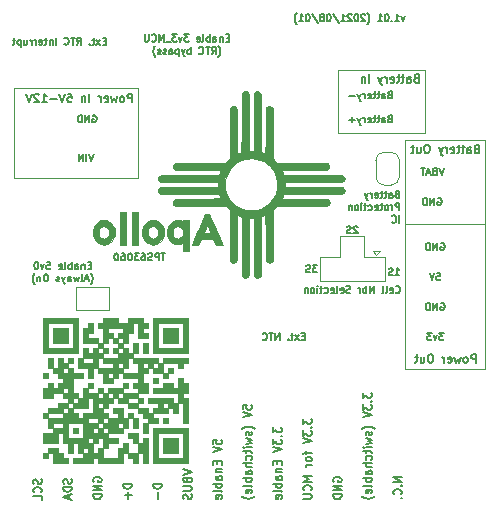
<source format=gbr>
G04 #@! TF.GenerationSoftware,KiCad,Pcbnew,(5.1.8)-1*
G04 #@! TF.CreationDate,2021-08-04T08:25:39+02:00*
G04 #@! TF.ProjectId,SuperPower-uC-KiCad,53757065-7250-46f7-9765-722d75432d4b,rev?*
G04 #@! TF.SameCoordinates,Original*
G04 #@! TF.FileFunction,Legend,Bot*
G04 #@! TF.FilePolarity,Positive*
%FSLAX46Y46*%
G04 Gerber Fmt 4.6, Leading zero omitted, Abs format (unit mm)*
G04 Created by KiCad (PCBNEW (5.1.8)-1) date 2021-08-04 08:25:39*
%MOMM*%
%LPD*%
G01*
G04 APERTURE LIST*
%ADD10C,0.150000*%
%ADD11C,0.175000*%
%ADD12C,0.120000*%
%ADD13C,0.010000*%
G04 APERTURE END LIST*
D10*
X129724714Y-97447142D02*
X129524714Y-97447142D01*
X129439000Y-97761428D02*
X129724714Y-97761428D01*
X129724714Y-97161428D01*
X129439000Y-97161428D01*
X129181857Y-97361428D02*
X129181857Y-97761428D01*
X129181857Y-97418571D02*
X129153285Y-97390000D01*
X129096142Y-97361428D01*
X129010428Y-97361428D01*
X128953285Y-97390000D01*
X128924714Y-97447142D01*
X128924714Y-97761428D01*
X128381857Y-97761428D02*
X128381857Y-97447142D01*
X128410428Y-97390000D01*
X128467571Y-97361428D01*
X128581857Y-97361428D01*
X128639000Y-97390000D01*
X128381857Y-97732857D02*
X128439000Y-97761428D01*
X128581857Y-97761428D01*
X128639000Y-97732857D01*
X128667571Y-97675714D01*
X128667571Y-97618571D01*
X128639000Y-97561428D01*
X128581857Y-97532857D01*
X128439000Y-97532857D01*
X128381857Y-97504285D01*
X128096142Y-97761428D02*
X128096142Y-97161428D01*
X128096142Y-97390000D02*
X128039000Y-97361428D01*
X127924714Y-97361428D01*
X127867571Y-97390000D01*
X127839000Y-97418571D01*
X127810428Y-97475714D01*
X127810428Y-97647142D01*
X127839000Y-97704285D01*
X127867571Y-97732857D01*
X127924714Y-97761428D01*
X128039000Y-97761428D01*
X128096142Y-97732857D01*
X127467571Y-97761428D02*
X127524714Y-97732857D01*
X127553285Y-97675714D01*
X127553285Y-97161428D01*
X127010428Y-97732857D02*
X127067571Y-97761428D01*
X127181857Y-97761428D01*
X127239000Y-97732857D01*
X127267571Y-97675714D01*
X127267571Y-97447142D01*
X127239000Y-97390000D01*
X127181857Y-97361428D01*
X127067571Y-97361428D01*
X127010428Y-97390000D01*
X126981857Y-97447142D01*
X126981857Y-97504285D01*
X127267571Y-97561428D01*
X125981857Y-97161428D02*
X126267571Y-97161428D01*
X126296142Y-97447142D01*
X126267571Y-97418571D01*
X126210428Y-97390000D01*
X126067571Y-97390000D01*
X126010428Y-97418571D01*
X125981857Y-97447142D01*
X125953285Y-97504285D01*
X125953285Y-97647142D01*
X125981857Y-97704285D01*
X126010428Y-97732857D01*
X126067571Y-97761428D01*
X126210428Y-97761428D01*
X126267571Y-97732857D01*
X126296142Y-97704285D01*
X125753285Y-97361428D02*
X125610428Y-97761428D01*
X125467571Y-97361428D01*
X125124714Y-97161428D02*
X125067571Y-97161428D01*
X125010428Y-97190000D01*
X124981857Y-97218571D01*
X124953285Y-97275714D01*
X124924714Y-97390000D01*
X124924714Y-97532857D01*
X124953285Y-97647142D01*
X124981857Y-97704285D01*
X125010428Y-97732857D01*
X125067571Y-97761428D01*
X125124714Y-97761428D01*
X125181857Y-97732857D01*
X125210428Y-97704285D01*
X125239000Y-97647142D01*
X125267571Y-97532857D01*
X125267571Y-97390000D01*
X125239000Y-97275714D01*
X125210428Y-97218571D01*
X125181857Y-97190000D01*
X125124714Y-97161428D01*
X129710428Y-99040000D02*
X129739000Y-99011428D01*
X129796142Y-98925714D01*
X129824714Y-98868571D01*
X129853285Y-98782857D01*
X129881857Y-98640000D01*
X129881857Y-98525714D01*
X129853285Y-98382857D01*
X129824714Y-98297142D01*
X129796142Y-98240000D01*
X129739000Y-98154285D01*
X129710428Y-98125714D01*
X129510428Y-98640000D02*
X129224714Y-98640000D01*
X129567571Y-98811428D02*
X129367571Y-98211428D01*
X129167571Y-98811428D01*
X128881857Y-98811428D02*
X128939000Y-98782857D01*
X128967571Y-98725714D01*
X128967571Y-98211428D01*
X128710428Y-98411428D02*
X128596142Y-98811428D01*
X128481857Y-98525714D01*
X128367571Y-98811428D01*
X128253285Y-98411428D01*
X127767571Y-98811428D02*
X127767571Y-98497142D01*
X127796142Y-98440000D01*
X127853285Y-98411428D01*
X127967571Y-98411428D01*
X128024714Y-98440000D01*
X127767571Y-98782857D02*
X127824714Y-98811428D01*
X127967571Y-98811428D01*
X128024714Y-98782857D01*
X128053285Y-98725714D01*
X128053285Y-98668571D01*
X128024714Y-98611428D01*
X127967571Y-98582857D01*
X127824714Y-98582857D01*
X127767571Y-98554285D01*
X127539000Y-98411428D02*
X127396142Y-98811428D01*
X127253285Y-98411428D02*
X127396142Y-98811428D01*
X127453285Y-98954285D01*
X127481857Y-98982857D01*
X127539000Y-99011428D01*
X127053285Y-98782857D02*
X126996142Y-98811428D01*
X126881857Y-98811428D01*
X126824714Y-98782857D01*
X126796142Y-98725714D01*
X126796142Y-98697142D01*
X126824714Y-98640000D01*
X126881857Y-98611428D01*
X126967571Y-98611428D01*
X127024714Y-98582857D01*
X127053285Y-98525714D01*
X127053285Y-98497142D01*
X127024714Y-98440000D01*
X126967571Y-98411428D01*
X126881857Y-98411428D01*
X126824714Y-98440000D01*
X125967571Y-98211428D02*
X125853285Y-98211428D01*
X125796142Y-98240000D01*
X125739000Y-98297142D01*
X125710428Y-98411428D01*
X125710428Y-98611428D01*
X125739000Y-98725714D01*
X125796142Y-98782857D01*
X125853285Y-98811428D01*
X125967571Y-98811428D01*
X126024714Y-98782857D01*
X126081857Y-98725714D01*
X126110428Y-98611428D01*
X126110428Y-98411428D01*
X126081857Y-98297142D01*
X126024714Y-98240000D01*
X125967571Y-98211428D01*
X125453285Y-98411428D02*
X125453285Y-98811428D01*
X125453285Y-98468571D02*
X125424714Y-98440000D01*
X125367571Y-98411428D01*
X125281857Y-98411428D01*
X125224714Y-98440000D01*
X125196142Y-98497142D01*
X125196142Y-98811428D01*
X124967571Y-99040000D02*
X124939000Y-99011428D01*
X124881857Y-98925714D01*
X124853285Y-98868571D01*
X124824714Y-98782857D01*
X124796142Y-98640000D01*
X124796142Y-98525714D01*
X124824714Y-98382857D01*
X124853285Y-98297142D01*
X124881857Y-98240000D01*
X124939000Y-98154285D01*
X124967571Y-98125714D01*
D11*
X162299333Y-105696666D02*
X162299333Y-104996666D01*
X162032666Y-104996666D01*
X161966000Y-105030000D01*
X161932666Y-105063333D01*
X161899333Y-105130000D01*
X161899333Y-105230000D01*
X161932666Y-105296666D01*
X161966000Y-105330000D01*
X162032666Y-105363333D01*
X162299333Y-105363333D01*
X161499333Y-105696666D02*
X161566000Y-105663333D01*
X161599333Y-105630000D01*
X161632666Y-105563333D01*
X161632666Y-105363333D01*
X161599333Y-105296666D01*
X161566000Y-105263333D01*
X161499333Y-105230000D01*
X161399333Y-105230000D01*
X161332666Y-105263333D01*
X161299333Y-105296666D01*
X161266000Y-105363333D01*
X161266000Y-105563333D01*
X161299333Y-105630000D01*
X161332666Y-105663333D01*
X161399333Y-105696666D01*
X161499333Y-105696666D01*
X161032666Y-105230000D02*
X160899333Y-105696666D01*
X160766000Y-105363333D01*
X160632666Y-105696666D01*
X160499333Y-105230000D01*
X159966000Y-105663333D02*
X160032666Y-105696666D01*
X160166000Y-105696666D01*
X160232666Y-105663333D01*
X160266000Y-105596666D01*
X160266000Y-105330000D01*
X160232666Y-105263333D01*
X160166000Y-105230000D01*
X160032666Y-105230000D01*
X159966000Y-105263333D01*
X159932666Y-105330000D01*
X159932666Y-105396666D01*
X160266000Y-105463333D01*
X159632666Y-105696666D02*
X159632666Y-105230000D01*
X159632666Y-105363333D02*
X159599333Y-105296666D01*
X159566000Y-105263333D01*
X159499333Y-105230000D01*
X159432666Y-105230000D01*
X158532666Y-104996666D02*
X158399333Y-104996666D01*
X158332666Y-105030000D01*
X158266000Y-105096666D01*
X158232666Y-105230000D01*
X158232666Y-105463333D01*
X158266000Y-105596666D01*
X158332666Y-105663333D01*
X158399333Y-105696666D01*
X158532666Y-105696666D01*
X158599333Y-105663333D01*
X158666000Y-105596666D01*
X158699333Y-105463333D01*
X158699333Y-105230000D01*
X158666000Y-105096666D01*
X158599333Y-105030000D01*
X158532666Y-104996666D01*
X157632666Y-105230000D02*
X157632666Y-105696666D01*
X157932666Y-105230000D02*
X157932666Y-105596666D01*
X157899333Y-105663333D01*
X157832666Y-105696666D01*
X157732666Y-105696666D01*
X157666000Y-105663333D01*
X157632666Y-105630000D01*
X157399333Y-105230000D02*
X157132666Y-105230000D01*
X157299333Y-104996666D02*
X157299333Y-105596666D01*
X157266000Y-105663333D01*
X157199333Y-105696666D01*
X157132666Y-105696666D01*
D12*
X163068000Y-106265000D02*
X163068000Y-94015000D01*
X156339000Y-106265000D02*
X156339000Y-94015000D01*
X163089000Y-106265000D02*
X156339000Y-106265000D01*
D10*
X155524714Y-99729285D02*
X155553285Y-99757857D01*
X155639000Y-99786428D01*
X155696142Y-99786428D01*
X155781857Y-99757857D01*
X155839000Y-99700714D01*
X155867571Y-99643571D01*
X155896142Y-99529285D01*
X155896142Y-99443571D01*
X155867571Y-99329285D01*
X155839000Y-99272142D01*
X155781857Y-99215000D01*
X155696142Y-99186428D01*
X155639000Y-99186428D01*
X155553285Y-99215000D01*
X155524714Y-99243571D01*
X155039000Y-99757857D02*
X155096142Y-99786428D01*
X155210428Y-99786428D01*
X155267571Y-99757857D01*
X155296142Y-99700714D01*
X155296142Y-99472142D01*
X155267571Y-99415000D01*
X155210428Y-99386428D01*
X155096142Y-99386428D01*
X155039000Y-99415000D01*
X155010428Y-99472142D01*
X155010428Y-99529285D01*
X155296142Y-99586428D01*
X154667571Y-99786428D02*
X154724714Y-99757857D01*
X154753285Y-99700714D01*
X154753285Y-99186428D01*
X154353285Y-99786428D02*
X154410428Y-99757857D01*
X154439000Y-99700714D01*
X154439000Y-99186428D01*
X153667571Y-99786428D02*
X153667571Y-99186428D01*
X153324714Y-99786428D01*
X153324714Y-99186428D01*
X153039000Y-99786428D02*
X153039000Y-99186428D01*
X153039000Y-99415000D02*
X152981857Y-99386428D01*
X152867571Y-99386428D01*
X152810428Y-99415000D01*
X152781857Y-99443571D01*
X152753285Y-99500714D01*
X152753285Y-99672142D01*
X152781857Y-99729285D01*
X152810428Y-99757857D01*
X152867571Y-99786428D01*
X152981857Y-99786428D01*
X153039000Y-99757857D01*
X152496142Y-99786428D02*
X152496142Y-99386428D01*
X152496142Y-99500714D02*
X152467571Y-99443571D01*
X152439000Y-99415000D01*
X152381857Y-99386428D01*
X152324714Y-99386428D01*
X151696142Y-99757857D02*
X151610428Y-99786428D01*
X151467571Y-99786428D01*
X151410428Y-99757857D01*
X151381857Y-99729285D01*
X151353285Y-99672142D01*
X151353285Y-99615000D01*
X151381857Y-99557857D01*
X151410428Y-99529285D01*
X151467571Y-99500714D01*
X151581857Y-99472142D01*
X151639000Y-99443571D01*
X151667571Y-99415000D01*
X151696142Y-99357857D01*
X151696142Y-99300714D01*
X151667571Y-99243571D01*
X151639000Y-99215000D01*
X151581857Y-99186428D01*
X151439000Y-99186428D01*
X151353285Y-99215000D01*
X150867571Y-99757857D02*
X150924714Y-99786428D01*
X151039000Y-99786428D01*
X151096142Y-99757857D01*
X151124714Y-99700714D01*
X151124714Y-99472142D01*
X151096142Y-99415000D01*
X151039000Y-99386428D01*
X150924714Y-99386428D01*
X150867571Y-99415000D01*
X150839000Y-99472142D01*
X150839000Y-99529285D01*
X151124714Y-99586428D01*
X150496142Y-99786428D02*
X150553285Y-99757857D01*
X150581857Y-99700714D01*
X150581857Y-99186428D01*
X150039000Y-99757857D02*
X150096142Y-99786428D01*
X150210428Y-99786428D01*
X150267571Y-99757857D01*
X150296142Y-99700714D01*
X150296142Y-99472142D01*
X150267571Y-99415000D01*
X150210428Y-99386428D01*
X150096142Y-99386428D01*
X150039000Y-99415000D01*
X150010428Y-99472142D01*
X150010428Y-99529285D01*
X150296142Y-99586428D01*
X149496142Y-99757857D02*
X149553285Y-99786428D01*
X149667571Y-99786428D01*
X149724714Y-99757857D01*
X149753285Y-99729285D01*
X149781857Y-99672142D01*
X149781857Y-99500714D01*
X149753285Y-99443571D01*
X149724714Y-99415000D01*
X149667571Y-99386428D01*
X149553285Y-99386428D01*
X149496142Y-99415000D01*
X149324714Y-99386428D02*
X149096142Y-99386428D01*
X149239000Y-99186428D02*
X149239000Y-99700714D01*
X149210428Y-99757857D01*
X149153285Y-99786428D01*
X149096142Y-99786428D01*
X148896142Y-99786428D02*
X148896142Y-99386428D01*
X148896142Y-99186428D02*
X148924714Y-99215000D01*
X148896142Y-99243571D01*
X148867571Y-99215000D01*
X148896142Y-99186428D01*
X148896142Y-99243571D01*
X148524714Y-99786428D02*
X148581857Y-99757857D01*
X148610428Y-99729285D01*
X148639000Y-99672142D01*
X148639000Y-99500714D01*
X148610428Y-99443571D01*
X148581857Y-99415000D01*
X148524714Y-99386428D01*
X148439000Y-99386428D01*
X148381857Y-99415000D01*
X148353285Y-99443571D01*
X148324714Y-99500714D01*
X148324714Y-99672142D01*
X148353285Y-99729285D01*
X148381857Y-99757857D01*
X148439000Y-99786428D01*
X148524714Y-99786428D01*
X148067571Y-99386428D02*
X148067571Y-99786428D01*
X148067571Y-99443571D02*
X148039000Y-99415000D01*
X147981857Y-99386428D01*
X147896142Y-99386428D01*
X147839000Y-99415000D01*
X147810428Y-99472142D01*
X147810428Y-99786428D01*
X155648642Y-91422142D02*
X155562928Y-91450714D01*
X155534357Y-91479285D01*
X155505785Y-91536428D01*
X155505785Y-91622142D01*
X155534357Y-91679285D01*
X155562928Y-91707857D01*
X155620071Y-91736428D01*
X155848642Y-91736428D01*
X155848642Y-91136428D01*
X155648642Y-91136428D01*
X155591500Y-91165000D01*
X155562928Y-91193571D01*
X155534357Y-91250714D01*
X155534357Y-91307857D01*
X155562928Y-91365000D01*
X155591500Y-91393571D01*
X155648642Y-91422142D01*
X155848642Y-91422142D01*
X154991500Y-91736428D02*
X154991500Y-91422142D01*
X155020071Y-91365000D01*
X155077214Y-91336428D01*
X155191500Y-91336428D01*
X155248642Y-91365000D01*
X154991500Y-91707857D02*
X155048642Y-91736428D01*
X155191500Y-91736428D01*
X155248642Y-91707857D01*
X155277214Y-91650714D01*
X155277214Y-91593571D01*
X155248642Y-91536428D01*
X155191500Y-91507857D01*
X155048642Y-91507857D01*
X154991500Y-91479285D01*
X154791500Y-91336428D02*
X154562928Y-91336428D01*
X154705785Y-91136428D02*
X154705785Y-91650714D01*
X154677214Y-91707857D01*
X154620071Y-91736428D01*
X154562928Y-91736428D01*
X154448642Y-91336428D02*
X154220071Y-91336428D01*
X154362928Y-91136428D02*
X154362928Y-91650714D01*
X154334357Y-91707857D01*
X154277214Y-91736428D01*
X154220071Y-91736428D01*
X153791500Y-91707857D02*
X153848642Y-91736428D01*
X153962928Y-91736428D01*
X154020071Y-91707857D01*
X154048642Y-91650714D01*
X154048642Y-91422142D01*
X154020071Y-91365000D01*
X153962928Y-91336428D01*
X153848642Y-91336428D01*
X153791500Y-91365000D01*
X153762928Y-91422142D01*
X153762928Y-91479285D01*
X154048642Y-91536428D01*
X153505785Y-91736428D02*
X153505785Y-91336428D01*
X153505785Y-91450714D02*
X153477214Y-91393571D01*
X153448642Y-91365000D01*
X153391500Y-91336428D01*
X153334357Y-91336428D01*
X153191500Y-91336428D02*
X153048642Y-91736428D01*
X152905785Y-91336428D02*
X153048642Y-91736428D01*
X153105785Y-91879285D01*
X153134357Y-91907857D01*
X153191500Y-91936428D01*
X155848642Y-92786428D02*
X155848642Y-92186428D01*
X155620071Y-92186428D01*
X155562928Y-92215000D01*
X155534357Y-92243571D01*
X155505785Y-92300714D01*
X155505785Y-92386428D01*
X155534357Y-92443571D01*
X155562928Y-92472142D01*
X155620071Y-92500714D01*
X155848642Y-92500714D01*
X155248642Y-92786428D02*
X155248642Y-92386428D01*
X155248642Y-92500714D02*
X155220071Y-92443571D01*
X155191500Y-92415000D01*
X155134357Y-92386428D01*
X155077214Y-92386428D01*
X154791500Y-92786428D02*
X154848642Y-92757857D01*
X154877214Y-92729285D01*
X154905785Y-92672142D01*
X154905785Y-92500714D01*
X154877214Y-92443571D01*
X154848642Y-92415000D01*
X154791500Y-92386428D01*
X154705785Y-92386428D01*
X154648642Y-92415000D01*
X154620071Y-92443571D01*
X154591500Y-92500714D01*
X154591500Y-92672142D01*
X154620071Y-92729285D01*
X154648642Y-92757857D01*
X154705785Y-92786428D01*
X154791500Y-92786428D01*
X154420071Y-92386428D02*
X154191500Y-92386428D01*
X154334357Y-92186428D02*
X154334357Y-92700714D01*
X154305785Y-92757857D01*
X154248642Y-92786428D01*
X154191500Y-92786428D01*
X153762928Y-92757857D02*
X153820071Y-92786428D01*
X153934357Y-92786428D01*
X153991500Y-92757857D01*
X154020071Y-92700714D01*
X154020071Y-92472142D01*
X153991500Y-92415000D01*
X153934357Y-92386428D01*
X153820071Y-92386428D01*
X153762928Y-92415000D01*
X153734357Y-92472142D01*
X153734357Y-92529285D01*
X154020071Y-92586428D01*
X153220071Y-92757857D02*
X153277214Y-92786428D01*
X153391500Y-92786428D01*
X153448642Y-92757857D01*
X153477214Y-92729285D01*
X153505785Y-92672142D01*
X153505785Y-92500714D01*
X153477214Y-92443571D01*
X153448642Y-92415000D01*
X153391500Y-92386428D01*
X153277214Y-92386428D01*
X153220071Y-92415000D01*
X153048642Y-92386428D02*
X152820071Y-92386428D01*
X152962928Y-92186428D02*
X152962928Y-92700714D01*
X152934357Y-92757857D01*
X152877214Y-92786428D01*
X152820071Y-92786428D01*
X152620071Y-92786428D02*
X152620071Y-92386428D01*
X152620071Y-92186428D02*
X152648642Y-92215000D01*
X152620071Y-92243571D01*
X152591500Y-92215000D01*
X152620071Y-92186428D01*
X152620071Y-92243571D01*
X152248642Y-92786428D02*
X152305785Y-92757857D01*
X152334357Y-92729285D01*
X152362928Y-92672142D01*
X152362928Y-92500714D01*
X152334357Y-92443571D01*
X152305785Y-92415000D01*
X152248642Y-92386428D01*
X152162928Y-92386428D01*
X152105785Y-92415000D01*
X152077214Y-92443571D01*
X152048642Y-92500714D01*
X152048642Y-92672142D01*
X152077214Y-92729285D01*
X152105785Y-92757857D01*
X152162928Y-92786428D01*
X152248642Y-92786428D01*
X151791500Y-92386428D02*
X151791500Y-92786428D01*
X151791500Y-92443571D02*
X151762928Y-92415000D01*
X151705785Y-92386428D01*
X151620071Y-92386428D01*
X151562928Y-92415000D01*
X151534357Y-92472142D01*
X151534357Y-92786428D01*
X155848642Y-93836428D02*
X155848642Y-93236428D01*
X155220071Y-93779285D02*
X155248642Y-93807857D01*
X155334357Y-93836428D01*
X155391500Y-93836428D01*
X155477214Y-93807857D01*
X155534357Y-93750714D01*
X155562928Y-93693571D01*
X155591500Y-93579285D01*
X155591500Y-93493571D01*
X155562928Y-93379285D01*
X155534357Y-93322142D01*
X155477214Y-93265000D01*
X155391500Y-93236428D01*
X155334357Y-93236428D01*
X155248642Y-93265000D01*
X155220071Y-93293571D01*
X136024714Y-96436428D02*
X135681857Y-96436428D01*
X135853285Y-97036428D02*
X135853285Y-96436428D01*
X135481857Y-97036428D02*
X135481857Y-96436428D01*
X135253285Y-96436428D01*
X135196142Y-96465000D01*
X135167571Y-96493571D01*
X135139000Y-96550714D01*
X135139000Y-96636428D01*
X135167571Y-96693571D01*
X135196142Y-96722142D01*
X135253285Y-96750714D01*
X135481857Y-96750714D01*
X134910428Y-97007857D02*
X134824714Y-97036428D01*
X134681857Y-97036428D01*
X134624714Y-97007857D01*
X134596142Y-96979285D01*
X134567571Y-96922142D01*
X134567571Y-96865000D01*
X134596142Y-96807857D01*
X134624714Y-96779285D01*
X134681857Y-96750714D01*
X134796142Y-96722142D01*
X134853285Y-96693571D01*
X134881857Y-96665000D01*
X134910428Y-96607857D01*
X134910428Y-96550714D01*
X134881857Y-96493571D01*
X134853285Y-96465000D01*
X134796142Y-96436428D01*
X134653285Y-96436428D01*
X134567571Y-96465000D01*
X134053285Y-96436428D02*
X134167571Y-96436428D01*
X134224714Y-96465000D01*
X134253285Y-96493571D01*
X134310428Y-96579285D01*
X134339000Y-96693571D01*
X134339000Y-96922142D01*
X134310428Y-96979285D01*
X134281857Y-97007857D01*
X134224714Y-97036428D01*
X134110428Y-97036428D01*
X134053285Y-97007857D01*
X134024714Y-96979285D01*
X133996142Y-96922142D01*
X133996142Y-96779285D01*
X134024714Y-96722142D01*
X134053285Y-96693571D01*
X134110428Y-96665000D01*
X134224714Y-96665000D01*
X134281857Y-96693571D01*
X134310428Y-96722142D01*
X134339000Y-96779285D01*
X133796142Y-96436428D02*
X133424714Y-96436428D01*
X133624714Y-96665000D01*
X133539000Y-96665000D01*
X133481857Y-96693571D01*
X133453285Y-96722142D01*
X133424714Y-96779285D01*
X133424714Y-96922142D01*
X133453285Y-96979285D01*
X133481857Y-97007857D01*
X133539000Y-97036428D01*
X133710428Y-97036428D01*
X133767571Y-97007857D01*
X133796142Y-96979285D01*
X133053285Y-96436428D02*
X132996142Y-96436428D01*
X132939000Y-96465000D01*
X132910428Y-96493571D01*
X132881857Y-96550714D01*
X132853285Y-96665000D01*
X132853285Y-96807857D01*
X132881857Y-96922142D01*
X132910428Y-96979285D01*
X132939000Y-97007857D01*
X132996142Y-97036428D01*
X133053285Y-97036428D01*
X133110428Y-97007857D01*
X133139000Y-96979285D01*
X133167571Y-96922142D01*
X133196142Y-96807857D01*
X133196142Y-96665000D01*
X133167571Y-96550714D01*
X133139000Y-96493571D01*
X133110428Y-96465000D01*
X133053285Y-96436428D01*
X132339000Y-96436428D02*
X132453285Y-96436428D01*
X132510428Y-96465000D01*
X132539000Y-96493571D01*
X132596142Y-96579285D01*
X132624714Y-96693571D01*
X132624714Y-96922142D01*
X132596142Y-96979285D01*
X132567571Y-97007857D01*
X132510428Y-97036428D01*
X132396142Y-97036428D01*
X132339000Y-97007857D01*
X132310428Y-96979285D01*
X132281857Y-96922142D01*
X132281857Y-96779285D01*
X132310428Y-96722142D01*
X132339000Y-96693571D01*
X132396142Y-96665000D01*
X132510428Y-96665000D01*
X132567571Y-96693571D01*
X132596142Y-96722142D01*
X132624714Y-96779285D01*
X131910428Y-96436428D02*
X131853285Y-96436428D01*
X131796142Y-96465000D01*
X131767571Y-96493571D01*
X131739000Y-96550714D01*
X131710428Y-96665000D01*
X131710428Y-96807857D01*
X131739000Y-96922142D01*
X131767571Y-96979285D01*
X131796142Y-97007857D01*
X131853285Y-97036428D01*
X131910428Y-97036428D01*
X131967571Y-97007857D01*
X131996142Y-96979285D01*
X132024714Y-96922142D01*
X132053285Y-96807857D01*
X132053285Y-96665000D01*
X132024714Y-96550714D01*
X131996142Y-96493571D01*
X131967571Y-96465000D01*
X131910428Y-96436428D01*
X147807142Y-103472142D02*
X147607142Y-103472142D01*
X147521428Y-103786428D02*
X147807142Y-103786428D01*
X147807142Y-103186428D01*
X147521428Y-103186428D01*
X147321428Y-103786428D02*
X147007142Y-103386428D01*
X147321428Y-103386428D02*
X147007142Y-103786428D01*
X146864285Y-103386428D02*
X146635714Y-103386428D01*
X146778571Y-103186428D02*
X146778571Y-103700714D01*
X146750000Y-103757857D01*
X146692857Y-103786428D01*
X146635714Y-103786428D01*
X146435714Y-103729285D02*
X146407142Y-103757857D01*
X146435714Y-103786428D01*
X146464285Y-103757857D01*
X146435714Y-103729285D01*
X146435714Y-103786428D01*
X145692857Y-103786428D02*
X145692857Y-103186428D01*
X145350000Y-103786428D01*
X145350000Y-103186428D01*
X145150000Y-103186428D02*
X144807142Y-103186428D01*
X144978571Y-103786428D02*
X144978571Y-103186428D01*
X144264285Y-103729285D02*
X144292857Y-103757857D01*
X144378571Y-103786428D01*
X144435714Y-103786428D01*
X144521428Y-103757857D01*
X144578571Y-103700714D01*
X144607142Y-103643571D01*
X144635714Y-103529285D01*
X144635714Y-103443571D01*
X144607142Y-103329285D01*
X144578571Y-103272142D01*
X144521428Y-103215000D01*
X144435714Y-103186428D01*
X144378571Y-103186428D01*
X144292857Y-103215000D01*
X144264285Y-103243571D01*
X141410428Y-78197142D02*
X141210428Y-78197142D01*
X141124714Y-78511428D02*
X141410428Y-78511428D01*
X141410428Y-77911428D01*
X141124714Y-77911428D01*
X140867571Y-78111428D02*
X140867571Y-78511428D01*
X140867571Y-78168571D02*
X140839000Y-78140000D01*
X140781857Y-78111428D01*
X140696142Y-78111428D01*
X140639000Y-78140000D01*
X140610428Y-78197142D01*
X140610428Y-78511428D01*
X140067571Y-78511428D02*
X140067571Y-78197142D01*
X140096142Y-78140000D01*
X140153285Y-78111428D01*
X140267571Y-78111428D01*
X140324714Y-78140000D01*
X140067571Y-78482857D02*
X140124714Y-78511428D01*
X140267571Y-78511428D01*
X140324714Y-78482857D01*
X140353285Y-78425714D01*
X140353285Y-78368571D01*
X140324714Y-78311428D01*
X140267571Y-78282857D01*
X140124714Y-78282857D01*
X140067571Y-78254285D01*
X139781857Y-78511428D02*
X139781857Y-77911428D01*
X139781857Y-78140000D02*
X139724714Y-78111428D01*
X139610428Y-78111428D01*
X139553285Y-78140000D01*
X139524714Y-78168571D01*
X139496142Y-78225714D01*
X139496142Y-78397142D01*
X139524714Y-78454285D01*
X139553285Y-78482857D01*
X139610428Y-78511428D01*
X139724714Y-78511428D01*
X139781857Y-78482857D01*
X139153285Y-78511428D02*
X139210428Y-78482857D01*
X139239000Y-78425714D01*
X139239000Y-77911428D01*
X138696142Y-78482857D02*
X138753285Y-78511428D01*
X138867571Y-78511428D01*
X138924714Y-78482857D01*
X138953285Y-78425714D01*
X138953285Y-78197142D01*
X138924714Y-78140000D01*
X138867571Y-78111428D01*
X138753285Y-78111428D01*
X138696142Y-78140000D01*
X138667571Y-78197142D01*
X138667571Y-78254285D01*
X138953285Y-78311428D01*
X138010428Y-77911428D02*
X137639000Y-77911428D01*
X137839000Y-78140000D01*
X137753285Y-78140000D01*
X137696142Y-78168571D01*
X137667571Y-78197142D01*
X137639000Y-78254285D01*
X137639000Y-78397142D01*
X137667571Y-78454285D01*
X137696142Y-78482857D01*
X137753285Y-78511428D01*
X137924714Y-78511428D01*
X137981857Y-78482857D01*
X138010428Y-78454285D01*
X137439000Y-78111428D02*
X137296142Y-78511428D01*
X137153285Y-78111428D01*
X136981857Y-77911428D02*
X136610428Y-77911428D01*
X136810428Y-78140000D01*
X136724714Y-78140000D01*
X136667571Y-78168571D01*
X136639000Y-78197142D01*
X136610428Y-78254285D01*
X136610428Y-78397142D01*
X136639000Y-78454285D01*
X136667571Y-78482857D01*
X136724714Y-78511428D01*
X136896142Y-78511428D01*
X136953285Y-78482857D01*
X136981857Y-78454285D01*
X136496142Y-78568571D02*
X136039000Y-78568571D01*
X135896142Y-78511428D02*
X135896142Y-77911428D01*
X135696142Y-78340000D01*
X135496142Y-77911428D01*
X135496142Y-78511428D01*
X134867571Y-78454285D02*
X134896142Y-78482857D01*
X134981857Y-78511428D01*
X135039000Y-78511428D01*
X135124714Y-78482857D01*
X135181857Y-78425714D01*
X135210428Y-78368571D01*
X135239000Y-78254285D01*
X135239000Y-78168571D01*
X135210428Y-78054285D01*
X135181857Y-77997142D01*
X135124714Y-77940000D01*
X135039000Y-77911428D01*
X134981857Y-77911428D01*
X134896142Y-77940000D01*
X134867571Y-77968571D01*
X134610428Y-77911428D02*
X134610428Y-78397142D01*
X134581857Y-78454285D01*
X134553285Y-78482857D01*
X134496142Y-78511428D01*
X134381857Y-78511428D01*
X134324714Y-78482857D01*
X134296142Y-78454285D01*
X134267571Y-78397142D01*
X134267571Y-77911428D01*
X140510428Y-79790000D02*
X140539000Y-79761428D01*
X140596142Y-79675714D01*
X140624714Y-79618571D01*
X140653285Y-79532857D01*
X140681857Y-79390000D01*
X140681857Y-79275714D01*
X140653285Y-79132857D01*
X140624714Y-79047142D01*
X140596142Y-78990000D01*
X140539000Y-78904285D01*
X140510428Y-78875714D01*
X139939000Y-79561428D02*
X140139000Y-79275714D01*
X140281857Y-79561428D02*
X140281857Y-78961428D01*
X140053285Y-78961428D01*
X139996142Y-78990000D01*
X139967571Y-79018571D01*
X139939000Y-79075714D01*
X139939000Y-79161428D01*
X139967571Y-79218571D01*
X139996142Y-79247142D01*
X140053285Y-79275714D01*
X140281857Y-79275714D01*
X139767571Y-78961428D02*
X139424714Y-78961428D01*
X139596142Y-79561428D02*
X139596142Y-78961428D01*
X138881857Y-79504285D02*
X138910428Y-79532857D01*
X138996142Y-79561428D01*
X139053285Y-79561428D01*
X139139000Y-79532857D01*
X139196142Y-79475714D01*
X139224714Y-79418571D01*
X139253285Y-79304285D01*
X139253285Y-79218571D01*
X139224714Y-79104285D01*
X139196142Y-79047142D01*
X139139000Y-78990000D01*
X139053285Y-78961428D01*
X138996142Y-78961428D01*
X138910428Y-78990000D01*
X138881857Y-79018571D01*
X138167571Y-79561428D02*
X138167571Y-78961428D01*
X138167571Y-79190000D02*
X138110428Y-79161428D01*
X137996142Y-79161428D01*
X137939000Y-79190000D01*
X137910428Y-79218571D01*
X137881857Y-79275714D01*
X137881857Y-79447142D01*
X137910428Y-79504285D01*
X137939000Y-79532857D01*
X137996142Y-79561428D01*
X138110428Y-79561428D01*
X138167571Y-79532857D01*
X137681857Y-79161428D02*
X137539000Y-79561428D01*
X137396142Y-79161428D02*
X137539000Y-79561428D01*
X137596142Y-79704285D01*
X137624714Y-79732857D01*
X137681857Y-79761428D01*
X137167571Y-79161428D02*
X137167571Y-79761428D01*
X137167571Y-79190000D02*
X137110428Y-79161428D01*
X136996142Y-79161428D01*
X136939000Y-79190000D01*
X136910428Y-79218571D01*
X136881857Y-79275714D01*
X136881857Y-79447142D01*
X136910428Y-79504285D01*
X136939000Y-79532857D01*
X136996142Y-79561428D01*
X137110428Y-79561428D01*
X137167571Y-79532857D01*
X136367571Y-79561428D02*
X136367571Y-79247142D01*
X136396142Y-79190000D01*
X136453285Y-79161428D01*
X136567571Y-79161428D01*
X136624714Y-79190000D01*
X136367571Y-79532857D02*
X136424714Y-79561428D01*
X136567571Y-79561428D01*
X136624714Y-79532857D01*
X136653285Y-79475714D01*
X136653285Y-79418571D01*
X136624714Y-79361428D01*
X136567571Y-79332857D01*
X136424714Y-79332857D01*
X136367571Y-79304285D01*
X136110428Y-79532857D02*
X136053285Y-79561428D01*
X135939000Y-79561428D01*
X135881857Y-79532857D01*
X135853285Y-79475714D01*
X135853285Y-79447142D01*
X135881857Y-79390000D01*
X135939000Y-79361428D01*
X136024714Y-79361428D01*
X136081857Y-79332857D01*
X136110428Y-79275714D01*
X136110428Y-79247142D01*
X136081857Y-79190000D01*
X136024714Y-79161428D01*
X135939000Y-79161428D01*
X135881857Y-79190000D01*
X135624714Y-79532857D02*
X135567571Y-79561428D01*
X135453285Y-79561428D01*
X135396142Y-79532857D01*
X135367571Y-79475714D01*
X135367571Y-79447142D01*
X135396142Y-79390000D01*
X135453285Y-79361428D01*
X135539000Y-79361428D01*
X135596142Y-79332857D01*
X135624714Y-79275714D01*
X135624714Y-79247142D01*
X135596142Y-79190000D01*
X135539000Y-79161428D01*
X135453285Y-79161428D01*
X135396142Y-79190000D01*
X135167571Y-79790000D02*
X135139000Y-79761428D01*
X135081857Y-79675714D01*
X135053285Y-79618571D01*
X135024714Y-79532857D01*
X134996142Y-79390000D01*
X134996142Y-79275714D01*
X135024714Y-79132857D01*
X135053285Y-79047142D01*
X135081857Y-78990000D01*
X135139000Y-78904285D01*
X135167571Y-78875714D01*
X130989000Y-78472142D02*
X130789000Y-78472142D01*
X130703285Y-78786428D02*
X130989000Y-78786428D01*
X130989000Y-78186428D01*
X130703285Y-78186428D01*
X130503285Y-78786428D02*
X130189000Y-78386428D01*
X130503285Y-78386428D02*
X130189000Y-78786428D01*
X130046142Y-78386428D02*
X129817571Y-78386428D01*
X129960428Y-78186428D02*
X129960428Y-78700714D01*
X129931857Y-78757857D01*
X129874714Y-78786428D01*
X129817571Y-78786428D01*
X129617571Y-78729285D02*
X129589000Y-78757857D01*
X129617571Y-78786428D01*
X129646142Y-78757857D01*
X129617571Y-78729285D01*
X129617571Y-78786428D01*
X128531857Y-78786428D02*
X128731857Y-78500714D01*
X128874714Y-78786428D02*
X128874714Y-78186428D01*
X128646142Y-78186428D01*
X128589000Y-78215000D01*
X128560428Y-78243571D01*
X128531857Y-78300714D01*
X128531857Y-78386428D01*
X128560428Y-78443571D01*
X128589000Y-78472142D01*
X128646142Y-78500714D01*
X128874714Y-78500714D01*
X128360428Y-78186428D02*
X128017571Y-78186428D01*
X128189000Y-78786428D02*
X128189000Y-78186428D01*
X127474714Y-78729285D02*
X127503285Y-78757857D01*
X127589000Y-78786428D01*
X127646142Y-78786428D01*
X127731857Y-78757857D01*
X127789000Y-78700714D01*
X127817571Y-78643571D01*
X127846142Y-78529285D01*
X127846142Y-78443571D01*
X127817571Y-78329285D01*
X127789000Y-78272142D01*
X127731857Y-78215000D01*
X127646142Y-78186428D01*
X127589000Y-78186428D01*
X127503285Y-78215000D01*
X127474714Y-78243571D01*
X126760428Y-78786428D02*
X126760428Y-78186428D01*
X126474714Y-78386428D02*
X126474714Y-78786428D01*
X126474714Y-78443571D02*
X126446142Y-78415000D01*
X126389000Y-78386428D01*
X126303285Y-78386428D01*
X126246142Y-78415000D01*
X126217571Y-78472142D01*
X126217571Y-78786428D01*
X126017571Y-78386428D02*
X125789000Y-78386428D01*
X125931857Y-78186428D02*
X125931857Y-78700714D01*
X125903285Y-78757857D01*
X125846142Y-78786428D01*
X125789000Y-78786428D01*
X125360428Y-78757857D02*
X125417571Y-78786428D01*
X125531857Y-78786428D01*
X125589000Y-78757857D01*
X125617571Y-78700714D01*
X125617571Y-78472142D01*
X125589000Y-78415000D01*
X125531857Y-78386428D01*
X125417571Y-78386428D01*
X125360428Y-78415000D01*
X125331857Y-78472142D01*
X125331857Y-78529285D01*
X125617571Y-78586428D01*
X125074714Y-78786428D02*
X125074714Y-78386428D01*
X125074714Y-78500714D02*
X125046142Y-78443571D01*
X125017571Y-78415000D01*
X124960428Y-78386428D01*
X124903285Y-78386428D01*
X124703285Y-78786428D02*
X124703285Y-78386428D01*
X124703285Y-78500714D02*
X124674714Y-78443571D01*
X124646142Y-78415000D01*
X124589000Y-78386428D01*
X124531857Y-78386428D01*
X124074714Y-78386428D02*
X124074714Y-78786428D01*
X124331857Y-78386428D02*
X124331857Y-78700714D01*
X124303285Y-78757857D01*
X124246142Y-78786428D01*
X124160428Y-78786428D01*
X124103285Y-78757857D01*
X124074714Y-78729285D01*
X123789000Y-78386428D02*
X123789000Y-78986428D01*
X123789000Y-78415000D02*
X123731857Y-78386428D01*
X123617571Y-78386428D01*
X123560428Y-78415000D01*
X123531857Y-78443571D01*
X123503285Y-78500714D01*
X123503285Y-78672142D01*
X123531857Y-78729285D01*
X123560428Y-78757857D01*
X123617571Y-78786428D01*
X123731857Y-78786428D01*
X123789000Y-78757857D01*
X123331857Y-78386428D02*
X123103285Y-78386428D01*
X123246142Y-78186428D02*
X123246142Y-78700714D01*
X123217571Y-78757857D01*
X123160428Y-78786428D01*
X123103285Y-78786428D01*
X159591285Y-103176428D02*
X159219857Y-103176428D01*
X159419857Y-103405000D01*
X159334142Y-103405000D01*
X159277000Y-103433571D01*
X159248428Y-103462142D01*
X159219857Y-103519285D01*
X159219857Y-103662142D01*
X159248428Y-103719285D01*
X159277000Y-103747857D01*
X159334142Y-103776428D01*
X159505571Y-103776428D01*
X159562714Y-103747857D01*
X159591285Y-103719285D01*
X159019857Y-103376428D02*
X158877000Y-103776428D01*
X158734142Y-103376428D01*
X158562714Y-103176428D02*
X158191285Y-103176428D01*
X158391285Y-103405000D01*
X158305571Y-103405000D01*
X158248428Y-103433571D01*
X158219857Y-103462142D01*
X158191285Y-103519285D01*
X158191285Y-103662142D01*
X158219857Y-103719285D01*
X158248428Y-103747857D01*
X158305571Y-103776428D01*
X158477000Y-103776428D01*
X158534142Y-103747857D01*
X158562714Y-103719285D01*
X158991285Y-98096428D02*
X159277000Y-98096428D01*
X159305571Y-98382142D01*
X159277000Y-98353571D01*
X159219857Y-98325000D01*
X159077000Y-98325000D01*
X159019857Y-98353571D01*
X158991285Y-98382142D01*
X158962714Y-98439285D01*
X158962714Y-98582142D01*
X158991285Y-98639285D01*
X159019857Y-98667857D01*
X159077000Y-98696428D01*
X159219857Y-98696428D01*
X159277000Y-98667857D01*
X159305571Y-98639285D01*
X158791285Y-98096428D02*
X158591285Y-98696428D01*
X158391285Y-98096428D01*
X159334142Y-100665000D02*
X159391285Y-100636428D01*
X159477000Y-100636428D01*
X159562714Y-100665000D01*
X159619857Y-100722142D01*
X159648428Y-100779285D01*
X159677000Y-100893571D01*
X159677000Y-100979285D01*
X159648428Y-101093571D01*
X159619857Y-101150714D01*
X159562714Y-101207857D01*
X159477000Y-101236428D01*
X159419857Y-101236428D01*
X159334142Y-101207857D01*
X159305571Y-101179285D01*
X159305571Y-100979285D01*
X159419857Y-100979285D01*
X159048428Y-101236428D02*
X159048428Y-100636428D01*
X158705571Y-101236428D01*
X158705571Y-100636428D01*
X158419857Y-101236428D02*
X158419857Y-100636428D01*
X158277000Y-100636428D01*
X158191285Y-100665000D01*
X158134142Y-100722142D01*
X158105571Y-100779285D01*
X158077000Y-100893571D01*
X158077000Y-100979285D01*
X158105571Y-101093571D01*
X158134142Y-101150714D01*
X158191285Y-101207857D01*
X158277000Y-101236428D01*
X158419857Y-101236428D01*
X159334142Y-95585000D02*
X159391285Y-95556428D01*
X159477000Y-95556428D01*
X159562714Y-95585000D01*
X159619857Y-95642142D01*
X159648428Y-95699285D01*
X159677000Y-95813571D01*
X159677000Y-95899285D01*
X159648428Y-96013571D01*
X159619857Y-96070714D01*
X159562714Y-96127857D01*
X159477000Y-96156428D01*
X159419857Y-96156428D01*
X159334142Y-96127857D01*
X159305571Y-96099285D01*
X159305571Y-95899285D01*
X159419857Y-95899285D01*
X159048428Y-96156428D02*
X159048428Y-95556428D01*
X158705571Y-96156428D01*
X158705571Y-95556428D01*
X158419857Y-96156428D02*
X158419857Y-95556428D01*
X158277000Y-95556428D01*
X158191285Y-95585000D01*
X158134142Y-95642142D01*
X158105571Y-95699285D01*
X158077000Y-95813571D01*
X158077000Y-95899285D01*
X158105571Y-96013571D01*
X158134142Y-96070714D01*
X158191285Y-96127857D01*
X158277000Y-96156428D01*
X158419857Y-96156428D01*
X156274714Y-76386428D02*
X156131857Y-76786428D01*
X155989000Y-76386428D01*
X155446142Y-76786428D02*
X155789000Y-76786428D01*
X155617571Y-76786428D02*
X155617571Y-76186428D01*
X155674714Y-76272142D01*
X155731857Y-76329285D01*
X155789000Y-76357857D01*
X155189000Y-76729285D02*
X155160428Y-76757857D01*
X155189000Y-76786428D01*
X155217571Y-76757857D01*
X155189000Y-76729285D01*
X155189000Y-76786428D01*
X154789000Y-76186428D02*
X154731857Y-76186428D01*
X154674714Y-76215000D01*
X154646142Y-76243571D01*
X154617571Y-76300714D01*
X154589000Y-76415000D01*
X154589000Y-76557857D01*
X154617571Y-76672142D01*
X154646142Y-76729285D01*
X154674714Y-76757857D01*
X154731857Y-76786428D01*
X154789000Y-76786428D01*
X154846142Y-76757857D01*
X154874714Y-76729285D01*
X154903285Y-76672142D01*
X154931857Y-76557857D01*
X154931857Y-76415000D01*
X154903285Y-76300714D01*
X154874714Y-76243571D01*
X154846142Y-76215000D01*
X154789000Y-76186428D01*
X154017571Y-76786428D02*
X154360428Y-76786428D01*
X154189000Y-76786428D02*
X154189000Y-76186428D01*
X154246142Y-76272142D01*
X154303285Y-76329285D01*
X154360428Y-76357857D01*
X153131857Y-77015000D02*
X153160428Y-76986428D01*
X153217571Y-76900714D01*
X153246142Y-76843571D01*
X153274714Y-76757857D01*
X153303285Y-76615000D01*
X153303285Y-76500714D01*
X153274714Y-76357857D01*
X153246142Y-76272142D01*
X153217571Y-76215000D01*
X153160428Y-76129285D01*
X153131857Y-76100714D01*
X152931857Y-76243571D02*
X152903285Y-76215000D01*
X152846142Y-76186428D01*
X152703285Y-76186428D01*
X152646142Y-76215000D01*
X152617571Y-76243571D01*
X152589000Y-76300714D01*
X152589000Y-76357857D01*
X152617571Y-76443571D01*
X152960428Y-76786428D01*
X152589000Y-76786428D01*
X152217571Y-76186428D02*
X152160428Y-76186428D01*
X152103285Y-76215000D01*
X152074714Y-76243571D01*
X152046142Y-76300714D01*
X152017571Y-76415000D01*
X152017571Y-76557857D01*
X152046142Y-76672142D01*
X152074714Y-76729285D01*
X152103285Y-76757857D01*
X152160428Y-76786428D01*
X152217571Y-76786428D01*
X152274714Y-76757857D01*
X152303285Y-76729285D01*
X152331857Y-76672142D01*
X152360428Y-76557857D01*
X152360428Y-76415000D01*
X152331857Y-76300714D01*
X152303285Y-76243571D01*
X152274714Y-76215000D01*
X152217571Y-76186428D01*
X151789000Y-76243571D02*
X151760428Y-76215000D01*
X151703285Y-76186428D01*
X151560428Y-76186428D01*
X151503285Y-76215000D01*
X151474714Y-76243571D01*
X151446142Y-76300714D01*
X151446142Y-76357857D01*
X151474714Y-76443571D01*
X151817571Y-76786428D01*
X151446142Y-76786428D01*
X150874714Y-76786428D02*
X151217571Y-76786428D01*
X151046142Y-76786428D02*
X151046142Y-76186428D01*
X151103285Y-76272142D01*
X151160428Y-76329285D01*
X151217571Y-76357857D01*
X150189000Y-76157857D02*
X150703285Y-76929285D01*
X149874714Y-76186428D02*
X149817571Y-76186428D01*
X149760428Y-76215000D01*
X149731857Y-76243571D01*
X149703285Y-76300714D01*
X149674714Y-76415000D01*
X149674714Y-76557857D01*
X149703285Y-76672142D01*
X149731857Y-76729285D01*
X149760428Y-76757857D01*
X149817571Y-76786428D01*
X149874714Y-76786428D01*
X149931857Y-76757857D01*
X149960428Y-76729285D01*
X149989000Y-76672142D01*
X150017571Y-76557857D01*
X150017571Y-76415000D01*
X149989000Y-76300714D01*
X149960428Y-76243571D01*
X149931857Y-76215000D01*
X149874714Y-76186428D01*
X149331857Y-76443571D02*
X149389000Y-76415000D01*
X149417571Y-76386428D01*
X149446142Y-76329285D01*
X149446142Y-76300714D01*
X149417571Y-76243571D01*
X149389000Y-76215000D01*
X149331857Y-76186428D01*
X149217571Y-76186428D01*
X149160428Y-76215000D01*
X149131857Y-76243571D01*
X149103285Y-76300714D01*
X149103285Y-76329285D01*
X149131857Y-76386428D01*
X149160428Y-76415000D01*
X149217571Y-76443571D01*
X149331857Y-76443571D01*
X149389000Y-76472142D01*
X149417571Y-76500714D01*
X149446142Y-76557857D01*
X149446142Y-76672142D01*
X149417571Y-76729285D01*
X149389000Y-76757857D01*
X149331857Y-76786428D01*
X149217571Y-76786428D01*
X149160428Y-76757857D01*
X149131857Y-76729285D01*
X149103285Y-76672142D01*
X149103285Y-76557857D01*
X149131857Y-76500714D01*
X149160428Y-76472142D01*
X149217571Y-76443571D01*
X148417571Y-76157857D02*
X148931857Y-76929285D01*
X148103285Y-76186428D02*
X148046142Y-76186428D01*
X147989000Y-76215000D01*
X147960428Y-76243571D01*
X147931857Y-76300714D01*
X147903285Y-76415000D01*
X147903285Y-76557857D01*
X147931857Y-76672142D01*
X147960428Y-76729285D01*
X147989000Y-76757857D01*
X148046142Y-76786428D01*
X148103285Y-76786428D01*
X148160428Y-76757857D01*
X148189000Y-76729285D01*
X148217571Y-76672142D01*
X148246142Y-76557857D01*
X148246142Y-76415000D01*
X148217571Y-76300714D01*
X148189000Y-76243571D01*
X148160428Y-76215000D01*
X148103285Y-76186428D01*
X147331857Y-76786428D02*
X147674714Y-76786428D01*
X147503285Y-76786428D02*
X147503285Y-76186428D01*
X147560428Y-76272142D01*
X147617571Y-76329285D01*
X147674714Y-76357857D01*
X147131857Y-77015000D02*
X147103285Y-76986428D01*
X147046142Y-76900714D01*
X147017571Y-76843571D01*
X146989000Y-76757857D01*
X146960428Y-76615000D01*
X146960428Y-76500714D01*
X146989000Y-76357857D01*
X147017571Y-76272142D01*
X147046142Y-76215000D01*
X147103285Y-76129285D01*
X147131857Y-76100714D01*
X129943142Y-88063428D02*
X129743142Y-88663428D01*
X129543142Y-88063428D01*
X129343142Y-88663428D02*
X129343142Y-88063428D01*
X129057428Y-88663428D02*
X129057428Y-88063428D01*
X128714571Y-88663428D01*
X128714571Y-88063428D01*
X129870142Y-84790000D02*
X129927285Y-84761428D01*
X130013000Y-84761428D01*
X130098714Y-84790000D01*
X130155857Y-84847142D01*
X130184428Y-84904285D01*
X130213000Y-85018571D01*
X130213000Y-85104285D01*
X130184428Y-85218571D01*
X130155857Y-85275714D01*
X130098714Y-85332857D01*
X130013000Y-85361428D01*
X129955857Y-85361428D01*
X129870142Y-85332857D01*
X129841571Y-85304285D01*
X129841571Y-85104285D01*
X129955857Y-85104285D01*
X129584428Y-85361428D02*
X129584428Y-84761428D01*
X129241571Y-85361428D01*
X129241571Y-84761428D01*
X128955857Y-85361428D02*
X128955857Y-84761428D01*
X128813000Y-84761428D01*
X128727285Y-84790000D01*
X128670142Y-84847142D01*
X128641571Y-84904285D01*
X128613000Y-85018571D01*
X128613000Y-85104285D01*
X128641571Y-85218571D01*
X128670142Y-85275714D01*
X128727285Y-85332857D01*
X128813000Y-85361428D01*
X128955857Y-85361428D01*
D11*
X157267000Y-81611000D02*
X157167000Y-81644333D01*
X157133666Y-81677666D01*
X157100333Y-81744333D01*
X157100333Y-81844333D01*
X157133666Y-81911000D01*
X157167000Y-81944333D01*
X157233666Y-81977666D01*
X157500333Y-81977666D01*
X157500333Y-81277666D01*
X157267000Y-81277666D01*
X157200333Y-81311000D01*
X157167000Y-81344333D01*
X157133666Y-81411000D01*
X157133666Y-81477666D01*
X157167000Y-81544333D01*
X157200333Y-81577666D01*
X157267000Y-81611000D01*
X157500333Y-81611000D01*
X156500333Y-81977666D02*
X156500333Y-81611000D01*
X156533666Y-81544333D01*
X156600333Y-81511000D01*
X156733666Y-81511000D01*
X156800333Y-81544333D01*
X156500333Y-81944333D02*
X156567000Y-81977666D01*
X156733666Y-81977666D01*
X156800333Y-81944333D01*
X156833666Y-81877666D01*
X156833666Y-81811000D01*
X156800333Y-81744333D01*
X156733666Y-81711000D01*
X156567000Y-81711000D01*
X156500333Y-81677666D01*
X156267000Y-81511000D02*
X156000333Y-81511000D01*
X156167000Y-81277666D02*
X156167000Y-81877666D01*
X156133666Y-81944333D01*
X156067000Y-81977666D01*
X156000333Y-81977666D01*
X155867000Y-81511000D02*
X155600333Y-81511000D01*
X155767000Y-81277666D02*
X155767000Y-81877666D01*
X155733666Y-81944333D01*
X155667000Y-81977666D01*
X155600333Y-81977666D01*
X155100333Y-81944333D02*
X155167000Y-81977666D01*
X155300333Y-81977666D01*
X155367000Y-81944333D01*
X155400333Y-81877666D01*
X155400333Y-81611000D01*
X155367000Y-81544333D01*
X155300333Y-81511000D01*
X155167000Y-81511000D01*
X155100333Y-81544333D01*
X155067000Y-81611000D01*
X155067000Y-81677666D01*
X155400333Y-81744333D01*
X154767000Y-81977666D02*
X154767000Y-81511000D01*
X154767000Y-81644333D02*
X154733666Y-81577666D01*
X154700333Y-81544333D01*
X154633666Y-81511000D01*
X154567000Y-81511000D01*
X154400333Y-81511000D02*
X154233666Y-81977666D01*
X154067000Y-81511000D02*
X154233666Y-81977666D01*
X154300333Y-82144333D01*
X154333666Y-82177666D01*
X154400333Y-82211000D01*
X153267000Y-81977666D02*
X153267000Y-81277666D01*
X152933666Y-81511000D02*
X152933666Y-81977666D01*
X152933666Y-81577666D02*
X152900333Y-81544333D01*
X152833666Y-81511000D01*
X152733666Y-81511000D01*
X152667000Y-81544333D01*
X152633666Y-81611000D01*
X152633666Y-81977666D01*
D12*
X150622000Y-80899000D02*
X157988000Y-80899000D01*
X163068000Y-93980000D02*
X156339000Y-93980000D01*
D11*
X162366000Y-87580000D02*
X162266000Y-87613333D01*
X162232666Y-87646666D01*
X162199333Y-87713333D01*
X162199333Y-87813333D01*
X162232666Y-87880000D01*
X162266000Y-87913333D01*
X162332666Y-87946666D01*
X162599333Y-87946666D01*
X162599333Y-87246666D01*
X162366000Y-87246666D01*
X162299333Y-87280000D01*
X162266000Y-87313333D01*
X162232666Y-87380000D01*
X162232666Y-87446666D01*
X162266000Y-87513333D01*
X162299333Y-87546666D01*
X162366000Y-87580000D01*
X162599333Y-87580000D01*
X161599333Y-87946666D02*
X161599333Y-87580000D01*
X161632666Y-87513333D01*
X161699333Y-87480000D01*
X161832666Y-87480000D01*
X161899333Y-87513333D01*
X161599333Y-87913333D02*
X161666000Y-87946666D01*
X161832666Y-87946666D01*
X161899333Y-87913333D01*
X161932666Y-87846666D01*
X161932666Y-87780000D01*
X161899333Y-87713333D01*
X161832666Y-87680000D01*
X161666000Y-87680000D01*
X161599333Y-87646666D01*
X161366000Y-87480000D02*
X161099333Y-87480000D01*
X161266000Y-87246666D02*
X161266000Y-87846666D01*
X161232666Y-87913333D01*
X161166000Y-87946666D01*
X161099333Y-87946666D01*
X160966000Y-87480000D02*
X160699333Y-87480000D01*
X160866000Y-87246666D02*
X160866000Y-87846666D01*
X160832666Y-87913333D01*
X160766000Y-87946666D01*
X160699333Y-87946666D01*
X160199333Y-87913333D02*
X160266000Y-87946666D01*
X160399333Y-87946666D01*
X160466000Y-87913333D01*
X160499333Y-87846666D01*
X160499333Y-87580000D01*
X160466000Y-87513333D01*
X160399333Y-87480000D01*
X160266000Y-87480000D01*
X160199333Y-87513333D01*
X160166000Y-87580000D01*
X160166000Y-87646666D01*
X160499333Y-87713333D01*
X159866000Y-87946666D02*
X159866000Y-87480000D01*
X159866000Y-87613333D02*
X159832666Y-87546666D01*
X159799333Y-87513333D01*
X159732666Y-87480000D01*
X159666000Y-87480000D01*
X159499333Y-87480000D02*
X159332666Y-87946666D01*
X159166000Y-87480000D02*
X159332666Y-87946666D01*
X159399333Y-88113333D01*
X159432666Y-88146666D01*
X159499333Y-88180000D01*
X158232666Y-87246666D02*
X158099333Y-87246666D01*
X158032666Y-87280000D01*
X157966000Y-87346666D01*
X157932666Y-87480000D01*
X157932666Y-87713333D01*
X157966000Y-87846666D01*
X158032666Y-87913333D01*
X158099333Y-87946666D01*
X158232666Y-87946666D01*
X158299333Y-87913333D01*
X158366000Y-87846666D01*
X158399333Y-87713333D01*
X158399333Y-87480000D01*
X158366000Y-87346666D01*
X158299333Y-87280000D01*
X158232666Y-87246666D01*
X157332666Y-87480000D02*
X157332666Y-87946666D01*
X157632666Y-87480000D02*
X157632666Y-87846666D01*
X157599333Y-87913333D01*
X157532666Y-87946666D01*
X157432666Y-87946666D01*
X157366000Y-87913333D01*
X157332666Y-87880000D01*
X157099333Y-87480000D02*
X156832666Y-87480000D01*
X156999333Y-87246666D02*
X156999333Y-87846666D01*
X156966000Y-87913333D01*
X156899333Y-87946666D01*
X156832666Y-87946666D01*
D12*
X133731000Y-90043000D02*
X133731000Y-82423000D01*
X123190000Y-90043000D02*
X133731000Y-90043000D01*
X123190000Y-82423000D02*
X123190000Y-90043000D01*
X133731000Y-82423000D02*
X123190000Y-82423000D01*
D11*
X129952000Y-115770095D02*
X129918666Y-115703429D01*
X129918666Y-115603429D01*
X129952000Y-115503429D01*
X130018666Y-115436762D01*
X130085333Y-115403429D01*
X130218666Y-115370095D01*
X130318666Y-115370095D01*
X130452000Y-115403429D01*
X130518666Y-115436762D01*
X130585333Y-115503429D01*
X130618666Y-115603429D01*
X130618666Y-115670095D01*
X130585333Y-115770095D01*
X130552000Y-115803429D01*
X130318666Y-115803429D01*
X130318666Y-115670095D01*
X130618666Y-116103429D02*
X129918666Y-116103429D01*
X130618666Y-116503429D01*
X129918666Y-116503429D01*
X130618666Y-116836762D02*
X129918666Y-116836762D01*
X129918666Y-117003429D01*
X129952000Y-117103429D01*
X130018666Y-117170095D01*
X130085333Y-117203429D01*
X130218666Y-117236762D01*
X130318666Y-117236762D01*
X130452000Y-117203429D01*
X130518666Y-117170095D01*
X130585333Y-117103429D01*
X130618666Y-117003429D01*
X130618666Y-116836762D01*
D12*
X157988000Y-86233000D02*
X150622000Y-86233000D01*
X157988000Y-80899000D02*
X157988000Y-86233000D01*
X150622000Y-86233000D02*
X150622000Y-80899000D01*
X163068000Y-93980000D02*
X163068000Y-86868000D01*
X156339000Y-86868000D02*
X156339000Y-93980000D01*
X163068000Y-86868000D02*
X156339000Y-86868000D01*
D11*
X133211333Y-83628666D02*
X133211333Y-82928666D01*
X132944666Y-82928666D01*
X132878000Y-82962000D01*
X132844666Y-82995333D01*
X132811333Y-83062000D01*
X132811333Y-83162000D01*
X132844666Y-83228666D01*
X132878000Y-83262000D01*
X132944666Y-83295333D01*
X133211333Y-83295333D01*
X132411333Y-83628666D02*
X132478000Y-83595333D01*
X132511333Y-83562000D01*
X132544666Y-83495333D01*
X132544666Y-83295333D01*
X132511333Y-83228666D01*
X132478000Y-83195333D01*
X132411333Y-83162000D01*
X132311333Y-83162000D01*
X132244666Y-83195333D01*
X132211333Y-83228666D01*
X132178000Y-83295333D01*
X132178000Y-83495333D01*
X132211333Y-83562000D01*
X132244666Y-83595333D01*
X132311333Y-83628666D01*
X132411333Y-83628666D01*
X131944666Y-83162000D02*
X131811333Y-83628666D01*
X131678000Y-83295333D01*
X131544666Y-83628666D01*
X131411333Y-83162000D01*
X130878000Y-83595333D02*
X130944666Y-83628666D01*
X131078000Y-83628666D01*
X131144666Y-83595333D01*
X131178000Y-83528666D01*
X131178000Y-83262000D01*
X131144666Y-83195333D01*
X131078000Y-83162000D01*
X130944666Y-83162000D01*
X130878000Y-83195333D01*
X130844666Y-83262000D01*
X130844666Y-83328666D01*
X131178000Y-83395333D01*
X130544666Y-83628666D02*
X130544666Y-83162000D01*
X130544666Y-83295333D02*
X130511333Y-83228666D01*
X130478000Y-83195333D01*
X130411333Y-83162000D01*
X130344666Y-83162000D01*
X129578000Y-83628666D02*
X129578000Y-82928666D01*
X129244666Y-83162000D02*
X129244666Y-83628666D01*
X129244666Y-83228666D02*
X129211333Y-83195333D01*
X129144666Y-83162000D01*
X129044666Y-83162000D01*
X128978000Y-83195333D01*
X128944666Y-83262000D01*
X128944666Y-83628666D01*
X127744666Y-82928666D02*
X128078000Y-82928666D01*
X128111333Y-83262000D01*
X128078000Y-83228666D01*
X128011333Y-83195333D01*
X127844666Y-83195333D01*
X127778000Y-83228666D01*
X127744666Y-83262000D01*
X127711333Y-83328666D01*
X127711333Y-83495333D01*
X127744666Y-83562000D01*
X127778000Y-83595333D01*
X127844666Y-83628666D01*
X128011333Y-83628666D01*
X128078000Y-83595333D01*
X128111333Y-83562000D01*
X127511333Y-82928666D02*
X127278000Y-83628666D01*
X127044666Y-82928666D01*
X126811333Y-83362000D02*
X126278000Y-83362000D01*
X125578000Y-83628666D02*
X125978000Y-83628666D01*
X125778000Y-83628666D02*
X125778000Y-82928666D01*
X125844666Y-83028666D01*
X125911333Y-83095333D01*
X125978000Y-83128666D01*
X125311333Y-82995333D02*
X125278000Y-82962000D01*
X125211333Y-82928666D01*
X125044666Y-82928666D01*
X124978000Y-82962000D01*
X124944666Y-82995333D01*
X124911333Y-83062000D01*
X124911333Y-83128666D01*
X124944666Y-83228666D01*
X125344666Y-83628666D01*
X124911333Y-83628666D01*
X124711333Y-82928666D02*
X124478000Y-83628666D01*
X124244666Y-82928666D01*
D10*
X159080142Y-91775000D02*
X159137285Y-91746428D01*
X159223000Y-91746428D01*
X159308714Y-91775000D01*
X159365857Y-91832142D01*
X159394428Y-91889285D01*
X159423000Y-92003571D01*
X159423000Y-92089285D01*
X159394428Y-92203571D01*
X159365857Y-92260714D01*
X159308714Y-92317857D01*
X159223000Y-92346428D01*
X159165857Y-92346428D01*
X159080142Y-92317857D01*
X159051571Y-92289285D01*
X159051571Y-92089285D01*
X159165857Y-92089285D01*
X158794428Y-92346428D02*
X158794428Y-91746428D01*
X158451571Y-92346428D01*
X158451571Y-91746428D01*
X158165857Y-92346428D02*
X158165857Y-91746428D01*
X158023000Y-91746428D01*
X157937285Y-91775000D01*
X157880142Y-91832142D01*
X157851571Y-91889285D01*
X157823000Y-92003571D01*
X157823000Y-92089285D01*
X157851571Y-92203571D01*
X157880142Y-92260714D01*
X157937285Y-92317857D01*
X158023000Y-92346428D01*
X158165857Y-92346428D01*
X159608714Y-89206428D02*
X159408714Y-89806428D01*
X159208714Y-89206428D01*
X158808714Y-89492142D02*
X158723000Y-89520714D01*
X158694428Y-89549285D01*
X158665857Y-89606428D01*
X158665857Y-89692142D01*
X158694428Y-89749285D01*
X158723000Y-89777857D01*
X158780142Y-89806428D01*
X159008714Y-89806428D01*
X159008714Y-89206428D01*
X158808714Y-89206428D01*
X158751571Y-89235000D01*
X158723000Y-89263571D01*
X158694428Y-89320714D01*
X158694428Y-89377857D01*
X158723000Y-89435000D01*
X158751571Y-89463571D01*
X158808714Y-89492142D01*
X159008714Y-89492142D01*
X158437285Y-89635000D02*
X158151571Y-89635000D01*
X158494428Y-89806428D02*
X158294428Y-89206428D01*
X158094428Y-89806428D01*
X157980142Y-89206428D02*
X157637285Y-89206428D01*
X157808714Y-89806428D02*
X157808714Y-89206428D01*
X155030285Y-83015142D02*
X154944571Y-83043714D01*
X154916000Y-83072285D01*
X154887428Y-83129428D01*
X154887428Y-83215142D01*
X154916000Y-83272285D01*
X154944571Y-83300857D01*
X155001714Y-83329428D01*
X155230285Y-83329428D01*
X155230285Y-82729428D01*
X155030285Y-82729428D01*
X154973142Y-82758000D01*
X154944571Y-82786571D01*
X154916000Y-82843714D01*
X154916000Y-82900857D01*
X154944571Y-82958000D01*
X154973142Y-82986571D01*
X155030285Y-83015142D01*
X155230285Y-83015142D01*
X154373142Y-83329428D02*
X154373142Y-83015142D01*
X154401714Y-82958000D01*
X154458857Y-82929428D01*
X154573142Y-82929428D01*
X154630285Y-82958000D01*
X154373142Y-83300857D02*
X154430285Y-83329428D01*
X154573142Y-83329428D01*
X154630285Y-83300857D01*
X154658857Y-83243714D01*
X154658857Y-83186571D01*
X154630285Y-83129428D01*
X154573142Y-83100857D01*
X154430285Y-83100857D01*
X154373142Y-83072285D01*
X154173142Y-82929428D02*
X153944571Y-82929428D01*
X154087428Y-82729428D02*
X154087428Y-83243714D01*
X154058857Y-83300857D01*
X154001714Y-83329428D01*
X153944571Y-83329428D01*
X153830285Y-82929428D02*
X153601714Y-82929428D01*
X153744571Y-82729428D02*
X153744571Y-83243714D01*
X153716000Y-83300857D01*
X153658857Y-83329428D01*
X153601714Y-83329428D01*
X153173142Y-83300857D02*
X153230285Y-83329428D01*
X153344571Y-83329428D01*
X153401714Y-83300857D01*
X153430285Y-83243714D01*
X153430285Y-83015142D01*
X153401714Y-82958000D01*
X153344571Y-82929428D01*
X153230285Y-82929428D01*
X153173142Y-82958000D01*
X153144571Y-83015142D01*
X153144571Y-83072285D01*
X153430285Y-83129428D01*
X152887428Y-83329428D02*
X152887428Y-82929428D01*
X152887428Y-83043714D02*
X152858857Y-82986571D01*
X152830285Y-82958000D01*
X152773142Y-82929428D01*
X152716000Y-82929428D01*
X152573142Y-82929428D02*
X152430285Y-83329428D01*
X152287428Y-82929428D02*
X152430285Y-83329428D01*
X152487428Y-83472285D01*
X152516000Y-83500857D01*
X152573142Y-83529428D01*
X152058857Y-83100857D02*
X151601714Y-83100857D01*
X155030285Y-85047142D02*
X154944571Y-85075714D01*
X154916000Y-85104285D01*
X154887428Y-85161428D01*
X154887428Y-85247142D01*
X154916000Y-85304285D01*
X154944571Y-85332857D01*
X155001714Y-85361428D01*
X155230285Y-85361428D01*
X155230285Y-84761428D01*
X155030285Y-84761428D01*
X154973142Y-84790000D01*
X154944571Y-84818571D01*
X154916000Y-84875714D01*
X154916000Y-84932857D01*
X154944571Y-84990000D01*
X154973142Y-85018571D01*
X155030285Y-85047142D01*
X155230285Y-85047142D01*
X154373142Y-85361428D02*
X154373142Y-85047142D01*
X154401714Y-84990000D01*
X154458857Y-84961428D01*
X154573142Y-84961428D01*
X154630285Y-84990000D01*
X154373142Y-85332857D02*
X154430285Y-85361428D01*
X154573142Y-85361428D01*
X154630285Y-85332857D01*
X154658857Y-85275714D01*
X154658857Y-85218571D01*
X154630285Y-85161428D01*
X154573142Y-85132857D01*
X154430285Y-85132857D01*
X154373142Y-85104285D01*
X154173142Y-84961428D02*
X153944571Y-84961428D01*
X154087428Y-84761428D02*
X154087428Y-85275714D01*
X154058857Y-85332857D01*
X154001714Y-85361428D01*
X153944571Y-85361428D01*
X153830285Y-84961428D02*
X153601714Y-84961428D01*
X153744571Y-84761428D02*
X153744571Y-85275714D01*
X153716000Y-85332857D01*
X153658857Y-85361428D01*
X153601714Y-85361428D01*
X153173142Y-85332857D02*
X153230285Y-85361428D01*
X153344571Y-85361428D01*
X153401714Y-85332857D01*
X153430285Y-85275714D01*
X153430285Y-85047142D01*
X153401714Y-84990000D01*
X153344571Y-84961428D01*
X153230285Y-84961428D01*
X153173142Y-84990000D01*
X153144571Y-85047142D01*
X153144571Y-85104285D01*
X153430285Y-85161428D01*
X152887428Y-85361428D02*
X152887428Y-84961428D01*
X152887428Y-85075714D02*
X152858857Y-85018571D01*
X152830285Y-84990000D01*
X152773142Y-84961428D01*
X152716000Y-84961428D01*
X152573142Y-84961428D02*
X152430285Y-85361428D01*
X152287428Y-84961428D02*
X152430285Y-85361428D01*
X152487428Y-85504285D01*
X152516000Y-85532857D01*
X152573142Y-85561428D01*
X152058857Y-85132857D02*
X151601714Y-85132857D01*
X151830285Y-85361428D02*
X151830285Y-84904285D01*
D11*
X125505333Y-115570095D02*
X125538666Y-115670095D01*
X125538666Y-115836762D01*
X125505333Y-115903429D01*
X125472000Y-115936762D01*
X125405333Y-115970095D01*
X125338666Y-115970095D01*
X125272000Y-115936762D01*
X125238666Y-115903429D01*
X125205333Y-115836762D01*
X125172000Y-115703429D01*
X125138666Y-115636762D01*
X125105333Y-115603429D01*
X125038666Y-115570095D01*
X124972000Y-115570095D01*
X124905333Y-115603429D01*
X124872000Y-115636762D01*
X124838666Y-115703429D01*
X124838666Y-115870095D01*
X124872000Y-115970095D01*
X125472000Y-116670095D02*
X125505333Y-116636762D01*
X125538666Y-116536762D01*
X125538666Y-116470095D01*
X125505333Y-116370095D01*
X125438666Y-116303429D01*
X125372000Y-116270095D01*
X125238666Y-116236762D01*
X125138666Y-116236762D01*
X125005333Y-116270095D01*
X124938666Y-116303429D01*
X124872000Y-116370095D01*
X124838666Y-116470095D01*
X124838666Y-116536762D01*
X124872000Y-116636762D01*
X124905333Y-116670095D01*
X125538666Y-117303429D02*
X125538666Y-116970095D01*
X124838666Y-116970095D01*
X128045333Y-115536762D02*
X128078666Y-115636762D01*
X128078666Y-115803428D01*
X128045333Y-115870095D01*
X128012000Y-115903428D01*
X127945333Y-115936762D01*
X127878666Y-115936762D01*
X127812000Y-115903428D01*
X127778666Y-115870095D01*
X127745333Y-115803428D01*
X127712000Y-115670095D01*
X127678666Y-115603428D01*
X127645333Y-115570095D01*
X127578666Y-115536762D01*
X127512000Y-115536762D01*
X127445333Y-115570095D01*
X127412000Y-115603428D01*
X127378666Y-115670095D01*
X127378666Y-115836762D01*
X127412000Y-115936762D01*
X128078666Y-116236762D02*
X127378666Y-116236762D01*
X127378666Y-116403428D01*
X127412000Y-116503428D01*
X127478666Y-116570095D01*
X127545333Y-116603428D01*
X127678666Y-116636762D01*
X127778666Y-116636762D01*
X127912000Y-116603428D01*
X127978666Y-116570095D01*
X128045333Y-116503428D01*
X128078666Y-116403428D01*
X128078666Y-116236762D01*
X127878666Y-116903428D02*
X127878666Y-117236762D01*
X128078666Y-116836762D02*
X127378666Y-117070095D01*
X128078666Y-117303428D01*
X156018666Y-115381666D02*
X155318666Y-115381666D01*
X156018666Y-115781666D01*
X155318666Y-115781666D01*
X155952000Y-116115000D02*
X155985333Y-116148333D01*
X156018666Y-116115000D01*
X155985333Y-116081666D01*
X155952000Y-116115000D01*
X156018666Y-116115000D01*
X155952000Y-116848333D02*
X155985333Y-116815000D01*
X156018666Y-116715000D01*
X156018666Y-116648333D01*
X155985333Y-116548333D01*
X155918666Y-116481666D01*
X155852000Y-116448333D01*
X155718666Y-116415000D01*
X155618666Y-116415000D01*
X155485333Y-116448333D01*
X155418666Y-116481666D01*
X155352000Y-116548333D01*
X155318666Y-116648333D01*
X155318666Y-116715000D01*
X155352000Y-116815000D01*
X155385333Y-116848333D01*
X155952000Y-117148333D02*
X155985333Y-117181666D01*
X156018666Y-117148333D01*
X155985333Y-117115000D01*
X155952000Y-117148333D01*
X156018666Y-117148333D01*
X133158666Y-115969333D02*
X132458666Y-115969333D01*
X132458666Y-116136000D01*
X132492000Y-116236000D01*
X132558666Y-116302666D01*
X132625333Y-116336000D01*
X132758666Y-116369333D01*
X132858666Y-116369333D01*
X132992000Y-116336000D01*
X133058666Y-116302666D01*
X133125333Y-116236000D01*
X133158666Y-116136000D01*
X133158666Y-115969333D01*
X132892000Y-116669333D02*
X132892000Y-117202666D01*
X133158666Y-116936000D02*
X132625333Y-116936000D01*
X135698666Y-115969333D02*
X134998666Y-115969333D01*
X134998666Y-116136000D01*
X135032000Y-116236000D01*
X135098666Y-116302666D01*
X135165333Y-116336000D01*
X135298666Y-116369333D01*
X135398666Y-116369333D01*
X135532000Y-116336000D01*
X135598666Y-116302666D01*
X135665333Y-116236000D01*
X135698666Y-116136000D01*
X135698666Y-115969333D01*
X135432000Y-116669333D02*
X135432000Y-117202666D01*
X137538666Y-114736761D02*
X138238666Y-114970095D01*
X137538666Y-115203428D01*
X137872000Y-115670095D02*
X137905333Y-115770095D01*
X137938666Y-115803428D01*
X138005333Y-115836761D01*
X138105333Y-115836761D01*
X138172000Y-115803428D01*
X138205333Y-115770095D01*
X138238666Y-115703428D01*
X138238666Y-115436761D01*
X137538666Y-115436761D01*
X137538666Y-115670095D01*
X137572000Y-115736761D01*
X137605333Y-115770095D01*
X137672000Y-115803428D01*
X137738666Y-115803428D01*
X137805333Y-115770095D01*
X137838666Y-115736761D01*
X137872000Y-115670095D01*
X137872000Y-115436761D01*
X137538666Y-116136761D02*
X138105333Y-116136761D01*
X138172000Y-116170095D01*
X138205333Y-116203428D01*
X138238666Y-116270095D01*
X138238666Y-116403428D01*
X138205333Y-116470095D01*
X138172000Y-116503428D01*
X138105333Y-116536761D01*
X137538666Y-116536761D01*
X138205333Y-116836761D02*
X138238666Y-116936761D01*
X138238666Y-117103428D01*
X138205333Y-117170095D01*
X138172000Y-117203428D01*
X138105333Y-117236761D01*
X138038666Y-117236761D01*
X137972000Y-117203428D01*
X137938666Y-117170095D01*
X137905333Y-117103428D01*
X137872000Y-116970095D01*
X137838666Y-116903428D01*
X137805333Y-116870095D01*
X137738666Y-116836761D01*
X137672000Y-116836761D01*
X137605333Y-116870095D01*
X137572000Y-116903428D01*
X137538666Y-116970095D01*
X137538666Y-117136761D01*
X137572000Y-117236761D01*
X142618666Y-109636762D02*
X142618666Y-109303429D01*
X142952000Y-109270095D01*
X142918666Y-109303429D01*
X142885333Y-109370095D01*
X142885333Y-109536762D01*
X142918666Y-109603429D01*
X142952000Y-109636762D01*
X143018666Y-109670095D01*
X143185333Y-109670095D01*
X143252000Y-109636762D01*
X143285333Y-109603429D01*
X143318666Y-109536762D01*
X143318666Y-109370095D01*
X143285333Y-109303429D01*
X143252000Y-109270095D01*
X142618666Y-109870095D02*
X143318666Y-110103429D01*
X142618666Y-110336762D01*
X143585333Y-111303429D02*
X143552000Y-111270095D01*
X143452000Y-111203429D01*
X143385333Y-111170095D01*
X143285333Y-111136762D01*
X143118666Y-111103429D01*
X142985333Y-111103429D01*
X142818666Y-111136762D01*
X142718666Y-111170095D01*
X142652000Y-111203429D01*
X142552000Y-111270095D01*
X142518666Y-111303429D01*
X143285333Y-111536762D02*
X143318666Y-111603429D01*
X143318666Y-111736762D01*
X143285333Y-111803429D01*
X143218666Y-111836762D01*
X143185333Y-111836762D01*
X143118666Y-111803429D01*
X143085333Y-111736762D01*
X143085333Y-111636762D01*
X143052000Y-111570095D01*
X142985333Y-111536762D01*
X142952000Y-111536762D01*
X142885333Y-111570095D01*
X142852000Y-111636762D01*
X142852000Y-111736762D01*
X142885333Y-111803429D01*
X142852000Y-112070095D02*
X143318666Y-112203429D01*
X142985333Y-112336762D01*
X143318666Y-112470095D01*
X142852000Y-112603429D01*
X143318666Y-112870095D02*
X142852000Y-112870095D01*
X142618666Y-112870095D02*
X142652000Y-112836762D01*
X142685333Y-112870095D01*
X142652000Y-112903429D01*
X142618666Y-112870095D01*
X142685333Y-112870095D01*
X142852000Y-113103429D02*
X142852000Y-113370095D01*
X142618666Y-113203429D02*
X143218666Y-113203429D01*
X143285333Y-113236762D01*
X143318666Y-113303429D01*
X143318666Y-113370095D01*
X143285333Y-113903429D02*
X143318666Y-113836762D01*
X143318666Y-113703429D01*
X143285333Y-113636762D01*
X143252000Y-113603429D01*
X143185333Y-113570095D01*
X142985333Y-113570095D01*
X142918666Y-113603429D01*
X142885333Y-113636762D01*
X142852000Y-113703429D01*
X142852000Y-113836762D01*
X142885333Y-113903429D01*
X143318666Y-114203429D02*
X142618666Y-114203429D01*
X143318666Y-114503429D02*
X142952000Y-114503429D01*
X142885333Y-114470095D01*
X142852000Y-114403429D01*
X142852000Y-114303429D01*
X142885333Y-114236762D01*
X142918666Y-114203429D01*
X143318666Y-115136762D02*
X142952000Y-115136762D01*
X142885333Y-115103429D01*
X142852000Y-115036762D01*
X142852000Y-114903429D01*
X142885333Y-114836762D01*
X143285333Y-115136762D02*
X143318666Y-115070095D01*
X143318666Y-114903429D01*
X143285333Y-114836762D01*
X143218666Y-114803429D01*
X143152000Y-114803429D01*
X143085333Y-114836762D01*
X143052000Y-114903429D01*
X143052000Y-115070095D01*
X143018666Y-115136762D01*
X143318666Y-115470095D02*
X142618666Y-115470095D01*
X142885333Y-115470095D02*
X142852000Y-115536762D01*
X142852000Y-115670095D01*
X142885333Y-115736762D01*
X142918666Y-115770095D01*
X142985333Y-115803429D01*
X143185333Y-115803429D01*
X143252000Y-115770095D01*
X143285333Y-115736762D01*
X143318666Y-115670095D01*
X143318666Y-115536762D01*
X143285333Y-115470095D01*
X143318666Y-116203429D02*
X143285333Y-116136762D01*
X143218666Y-116103429D01*
X142618666Y-116103429D01*
X143285333Y-116736762D02*
X143318666Y-116670095D01*
X143318666Y-116536762D01*
X143285333Y-116470095D01*
X143218666Y-116436762D01*
X142952000Y-116436762D01*
X142885333Y-116470095D01*
X142852000Y-116536762D01*
X142852000Y-116670095D01*
X142885333Y-116736762D01*
X142952000Y-116770095D01*
X143018666Y-116770095D01*
X143085333Y-116436762D01*
X143585333Y-117003429D02*
X143552000Y-117036762D01*
X143452000Y-117103429D01*
X143385333Y-117136762D01*
X143285333Y-117170095D01*
X143118666Y-117203429D01*
X142985333Y-117203429D01*
X142818666Y-117170095D01*
X142718666Y-117136762D01*
X142652000Y-117103429D01*
X142552000Y-117036762D01*
X142518666Y-117003429D01*
X145158666Y-111170095D02*
X145158666Y-111603428D01*
X145425333Y-111370095D01*
X145425333Y-111470095D01*
X145458666Y-111536761D01*
X145492000Y-111570095D01*
X145558666Y-111603428D01*
X145725333Y-111603428D01*
X145792000Y-111570095D01*
X145825333Y-111536761D01*
X145858666Y-111470095D01*
X145858666Y-111270095D01*
X145825333Y-111203428D01*
X145792000Y-111170095D01*
X145792000Y-111903428D02*
X145825333Y-111936761D01*
X145858666Y-111903428D01*
X145825333Y-111870095D01*
X145792000Y-111903428D01*
X145858666Y-111903428D01*
X145158666Y-112170095D02*
X145158666Y-112603428D01*
X145425333Y-112370095D01*
X145425333Y-112470095D01*
X145458666Y-112536761D01*
X145492000Y-112570095D01*
X145558666Y-112603428D01*
X145725333Y-112603428D01*
X145792000Y-112570095D01*
X145825333Y-112536761D01*
X145858666Y-112470095D01*
X145858666Y-112270095D01*
X145825333Y-112203428D01*
X145792000Y-112170095D01*
X145158666Y-112803428D02*
X145858666Y-113036761D01*
X145158666Y-113270095D01*
X145492000Y-114036761D02*
X145492000Y-114270095D01*
X145858666Y-114370095D02*
X145858666Y-114036761D01*
X145158666Y-114036761D01*
X145158666Y-114370095D01*
X145392000Y-114670095D02*
X145858666Y-114670095D01*
X145458666Y-114670095D02*
X145425333Y-114703428D01*
X145392000Y-114770095D01*
X145392000Y-114870095D01*
X145425333Y-114936761D01*
X145492000Y-114970095D01*
X145858666Y-114970095D01*
X145858666Y-115603428D02*
X145492000Y-115603428D01*
X145425333Y-115570095D01*
X145392000Y-115503428D01*
X145392000Y-115370095D01*
X145425333Y-115303428D01*
X145825333Y-115603428D02*
X145858666Y-115536761D01*
X145858666Y-115370095D01*
X145825333Y-115303428D01*
X145758666Y-115270095D01*
X145692000Y-115270095D01*
X145625333Y-115303428D01*
X145592000Y-115370095D01*
X145592000Y-115536761D01*
X145558666Y-115603428D01*
X145858666Y-115936761D02*
X145158666Y-115936761D01*
X145425333Y-115936761D02*
X145392000Y-116003428D01*
X145392000Y-116136761D01*
X145425333Y-116203428D01*
X145458666Y-116236761D01*
X145525333Y-116270095D01*
X145725333Y-116270095D01*
X145792000Y-116236761D01*
X145825333Y-116203428D01*
X145858666Y-116136761D01*
X145858666Y-116003428D01*
X145825333Y-115936761D01*
X145858666Y-116670095D02*
X145825333Y-116603428D01*
X145758666Y-116570095D01*
X145158666Y-116570095D01*
X145825333Y-117203428D02*
X145858666Y-117136761D01*
X145858666Y-117003428D01*
X145825333Y-116936761D01*
X145758666Y-116903428D01*
X145492000Y-116903428D01*
X145425333Y-116936761D01*
X145392000Y-117003428D01*
X145392000Y-117136761D01*
X145425333Y-117203428D01*
X145492000Y-117236761D01*
X145558666Y-117236761D01*
X145625333Y-116903428D01*
X147698666Y-110436762D02*
X147698666Y-110870095D01*
X147965333Y-110636762D01*
X147965333Y-110736762D01*
X147998666Y-110803429D01*
X148032000Y-110836762D01*
X148098666Y-110870095D01*
X148265333Y-110870095D01*
X148332000Y-110836762D01*
X148365333Y-110803429D01*
X148398666Y-110736762D01*
X148398666Y-110536762D01*
X148365333Y-110470095D01*
X148332000Y-110436762D01*
X148332000Y-111170095D02*
X148365333Y-111203429D01*
X148398666Y-111170095D01*
X148365333Y-111136762D01*
X148332000Y-111170095D01*
X148398666Y-111170095D01*
X147698666Y-111436762D02*
X147698666Y-111870095D01*
X147965333Y-111636762D01*
X147965333Y-111736762D01*
X147998666Y-111803429D01*
X148032000Y-111836762D01*
X148098666Y-111870095D01*
X148265333Y-111870095D01*
X148332000Y-111836762D01*
X148365333Y-111803429D01*
X148398666Y-111736762D01*
X148398666Y-111536762D01*
X148365333Y-111470095D01*
X148332000Y-111436762D01*
X147698666Y-112070095D02*
X148398666Y-112303429D01*
X147698666Y-112536762D01*
X147932000Y-113203429D02*
X147932000Y-113470095D01*
X148398666Y-113303429D02*
X147798666Y-113303429D01*
X147732000Y-113336762D01*
X147698666Y-113403429D01*
X147698666Y-113470095D01*
X148398666Y-113803429D02*
X148365333Y-113736762D01*
X148332000Y-113703429D01*
X148265333Y-113670095D01*
X148065333Y-113670095D01*
X147998666Y-113703429D01*
X147965333Y-113736762D01*
X147932000Y-113803429D01*
X147932000Y-113903429D01*
X147965333Y-113970095D01*
X147998666Y-114003429D01*
X148065333Y-114036762D01*
X148265333Y-114036762D01*
X148332000Y-114003429D01*
X148365333Y-113970095D01*
X148398666Y-113903429D01*
X148398666Y-113803429D01*
X148398666Y-114336762D02*
X147932000Y-114336762D01*
X148065333Y-114336762D02*
X147998666Y-114370095D01*
X147965333Y-114403429D01*
X147932000Y-114470095D01*
X147932000Y-114536762D01*
X148398666Y-115303429D02*
X147698666Y-115303429D01*
X148198666Y-115536762D01*
X147698666Y-115770095D01*
X148398666Y-115770095D01*
X148332000Y-116503429D02*
X148365333Y-116470095D01*
X148398666Y-116370095D01*
X148398666Y-116303429D01*
X148365333Y-116203429D01*
X148298666Y-116136762D01*
X148232000Y-116103429D01*
X148098666Y-116070095D01*
X147998666Y-116070095D01*
X147865333Y-116103429D01*
X147798666Y-116136762D01*
X147732000Y-116203429D01*
X147698666Y-116303429D01*
X147698666Y-116370095D01*
X147732000Y-116470095D01*
X147765333Y-116503429D01*
X147698666Y-116803429D02*
X148265333Y-116803429D01*
X148332000Y-116836762D01*
X148365333Y-116870095D01*
X148398666Y-116936762D01*
X148398666Y-117070095D01*
X148365333Y-117136762D01*
X148332000Y-117170095D01*
X148265333Y-117203429D01*
X147698666Y-117203429D01*
X152778666Y-108236762D02*
X152778666Y-108670095D01*
X153045333Y-108436762D01*
X153045333Y-108536762D01*
X153078666Y-108603429D01*
X153112000Y-108636762D01*
X153178666Y-108670095D01*
X153345333Y-108670095D01*
X153412000Y-108636762D01*
X153445333Y-108603429D01*
X153478666Y-108536762D01*
X153478666Y-108336762D01*
X153445333Y-108270095D01*
X153412000Y-108236762D01*
X153412000Y-108970095D02*
X153445333Y-109003429D01*
X153478666Y-108970095D01*
X153445333Y-108936762D01*
X153412000Y-108970095D01*
X153478666Y-108970095D01*
X152778666Y-109236762D02*
X152778666Y-109670095D01*
X153045333Y-109436762D01*
X153045333Y-109536762D01*
X153078666Y-109603429D01*
X153112000Y-109636762D01*
X153178666Y-109670095D01*
X153345333Y-109670095D01*
X153412000Y-109636762D01*
X153445333Y-109603429D01*
X153478666Y-109536762D01*
X153478666Y-109336762D01*
X153445333Y-109270095D01*
X153412000Y-109236762D01*
X152778666Y-109870095D02*
X153478666Y-110103429D01*
X152778666Y-110336762D01*
X153745333Y-111303429D02*
X153712000Y-111270095D01*
X153612000Y-111203429D01*
X153545333Y-111170095D01*
X153445333Y-111136762D01*
X153278666Y-111103429D01*
X153145333Y-111103429D01*
X152978666Y-111136762D01*
X152878666Y-111170095D01*
X152812000Y-111203429D01*
X152712000Y-111270095D01*
X152678666Y-111303429D01*
X153445333Y-111536762D02*
X153478666Y-111603429D01*
X153478666Y-111736762D01*
X153445333Y-111803429D01*
X153378666Y-111836762D01*
X153345333Y-111836762D01*
X153278666Y-111803429D01*
X153245333Y-111736762D01*
X153245333Y-111636762D01*
X153212000Y-111570095D01*
X153145333Y-111536762D01*
X153112000Y-111536762D01*
X153045333Y-111570095D01*
X153012000Y-111636762D01*
X153012000Y-111736762D01*
X153045333Y-111803429D01*
X153012000Y-112070095D02*
X153478666Y-112203429D01*
X153145333Y-112336762D01*
X153478666Y-112470095D01*
X153012000Y-112603429D01*
X153478666Y-112870095D02*
X153012000Y-112870095D01*
X152778666Y-112870095D02*
X152812000Y-112836762D01*
X152845333Y-112870095D01*
X152812000Y-112903429D01*
X152778666Y-112870095D01*
X152845333Y-112870095D01*
X153012000Y-113103429D02*
X153012000Y-113370095D01*
X152778666Y-113203429D02*
X153378666Y-113203429D01*
X153445333Y-113236762D01*
X153478666Y-113303429D01*
X153478666Y-113370095D01*
X153445333Y-113903429D02*
X153478666Y-113836762D01*
X153478666Y-113703429D01*
X153445333Y-113636762D01*
X153412000Y-113603429D01*
X153345333Y-113570095D01*
X153145333Y-113570095D01*
X153078666Y-113603429D01*
X153045333Y-113636762D01*
X153012000Y-113703429D01*
X153012000Y-113836762D01*
X153045333Y-113903429D01*
X153478666Y-114203429D02*
X152778666Y-114203429D01*
X153478666Y-114503429D02*
X153112000Y-114503429D01*
X153045333Y-114470095D01*
X153012000Y-114403429D01*
X153012000Y-114303429D01*
X153045333Y-114236762D01*
X153078666Y-114203429D01*
X153478666Y-115136762D02*
X153112000Y-115136762D01*
X153045333Y-115103429D01*
X153012000Y-115036762D01*
X153012000Y-114903429D01*
X153045333Y-114836762D01*
X153445333Y-115136762D02*
X153478666Y-115070095D01*
X153478666Y-114903429D01*
X153445333Y-114836762D01*
X153378666Y-114803429D01*
X153312000Y-114803429D01*
X153245333Y-114836762D01*
X153212000Y-114903429D01*
X153212000Y-115070095D01*
X153178666Y-115136762D01*
X153478666Y-115470095D02*
X152778666Y-115470095D01*
X153045333Y-115470095D02*
X153012000Y-115536762D01*
X153012000Y-115670095D01*
X153045333Y-115736762D01*
X153078666Y-115770095D01*
X153145333Y-115803429D01*
X153345333Y-115803429D01*
X153412000Y-115770095D01*
X153445333Y-115736762D01*
X153478666Y-115670095D01*
X153478666Y-115536762D01*
X153445333Y-115470095D01*
X153478666Y-116203429D02*
X153445333Y-116136762D01*
X153378666Y-116103429D01*
X152778666Y-116103429D01*
X153445333Y-116736762D02*
X153478666Y-116670095D01*
X153478666Y-116536762D01*
X153445333Y-116470095D01*
X153378666Y-116436762D01*
X153112000Y-116436762D01*
X153045333Y-116470095D01*
X153012000Y-116536762D01*
X153012000Y-116670095D01*
X153045333Y-116736762D01*
X153112000Y-116770095D01*
X153178666Y-116770095D01*
X153245333Y-116436762D01*
X153745333Y-117003429D02*
X153712000Y-117036762D01*
X153612000Y-117103429D01*
X153545333Y-117136762D01*
X153445333Y-117170095D01*
X153278666Y-117203429D01*
X153145333Y-117203429D01*
X152978666Y-117170095D01*
X152878666Y-117136762D01*
X152812000Y-117103429D01*
X152712000Y-117036762D01*
X152678666Y-117003429D01*
X140078666Y-112570095D02*
X140078666Y-112236761D01*
X140412000Y-112203428D01*
X140378666Y-112236761D01*
X140345333Y-112303428D01*
X140345333Y-112470095D01*
X140378666Y-112536761D01*
X140412000Y-112570095D01*
X140478666Y-112603428D01*
X140645333Y-112603428D01*
X140712000Y-112570095D01*
X140745333Y-112536761D01*
X140778666Y-112470095D01*
X140778666Y-112303428D01*
X140745333Y-112236761D01*
X140712000Y-112203428D01*
X140078666Y-112803428D02*
X140778666Y-113036761D01*
X140078666Y-113270095D01*
X140412000Y-114036761D02*
X140412000Y-114270095D01*
X140778666Y-114370095D02*
X140778666Y-114036761D01*
X140078666Y-114036761D01*
X140078666Y-114370095D01*
X140312000Y-114670095D02*
X140778666Y-114670095D01*
X140378666Y-114670095D02*
X140345333Y-114703428D01*
X140312000Y-114770095D01*
X140312000Y-114870095D01*
X140345333Y-114936761D01*
X140412000Y-114970095D01*
X140778666Y-114970095D01*
X140778666Y-115603428D02*
X140412000Y-115603428D01*
X140345333Y-115570095D01*
X140312000Y-115503428D01*
X140312000Y-115370095D01*
X140345333Y-115303428D01*
X140745333Y-115603428D02*
X140778666Y-115536761D01*
X140778666Y-115370095D01*
X140745333Y-115303428D01*
X140678666Y-115270095D01*
X140612000Y-115270095D01*
X140545333Y-115303428D01*
X140512000Y-115370095D01*
X140512000Y-115536761D01*
X140478666Y-115603428D01*
X140778666Y-115936761D02*
X140078666Y-115936761D01*
X140345333Y-115936761D02*
X140312000Y-116003428D01*
X140312000Y-116136761D01*
X140345333Y-116203428D01*
X140378666Y-116236761D01*
X140445333Y-116270095D01*
X140645333Y-116270095D01*
X140712000Y-116236761D01*
X140745333Y-116203428D01*
X140778666Y-116136761D01*
X140778666Y-116003428D01*
X140745333Y-115936761D01*
X140778666Y-116670095D02*
X140745333Y-116603428D01*
X140678666Y-116570095D01*
X140078666Y-116570095D01*
X140745333Y-117203428D02*
X140778666Y-117136761D01*
X140778666Y-117003428D01*
X140745333Y-116936761D01*
X140678666Y-116903428D01*
X140412000Y-116903428D01*
X140345333Y-116936761D01*
X140312000Y-117003428D01*
X140312000Y-117136761D01*
X140345333Y-117203428D01*
X140412000Y-117236761D01*
X140478666Y-117236761D01*
X140545333Y-116903428D01*
X150272000Y-115770095D02*
X150238666Y-115703429D01*
X150238666Y-115603429D01*
X150272000Y-115503429D01*
X150338666Y-115436762D01*
X150405333Y-115403429D01*
X150538666Y-115370095D01*
X150638666Y-115370095D01*
X150772000Y-115403429D01*
X150838666Y-115436762D01*
X150905333Y-115503429D01*
X150938666Y-115603429D01*
X150938666Y-115670095D01*
X150905333Y-115770095D01*
X150872000Y-115803429D01*
X150638666Y-115803429D01*
X150638666Y-115670095D01*
X150938666Y-116103429D02*
X150238666Y-116103429D01*
X150938666Y-116503429D01*
X150238666Y-116503429D01*
X150938666Y-116836762D02*
X150238666Y-116836762D01*
X150238666Y-117003429D01*
X150272000Y-117103429D01*
X150338666Y-117170095D01*
X150405333Y-117203429D01*
X150538666Y-117236762D01*
X150638666Y-117236762D01*
X150772000Y-117203429D01*
X150838666Y-117170095D01*
X150905333Y-117103429D01*
X150938666Y-117003429D01*
X150938666Y-116836762D01*
D13*
G36*
X135014000Y-114153333D02*
G01*
X137977333Y-114153333D01*
X137977333Y-111613333D01*
X137554000Y-111613333D01*
X137554000Y-113730000D01*
X135437333Y-113730000D01*
X135437333Y-111613333D01*
X137554000Y-111613333D01*
X137977333Y-111613333D01*
X137977333Y-111190000D01*
X135014000Y-111190000D01*
X135014000Y-114153333D01*
G37*
X135014000Y-114153333D02*
X137977333Y-114153333D01*
X137977333Y-111613333D01*
X137554000Y-111613333D01*
X137554000Y-113730000D01*
X135437333Y-113730000D01*
X135437333Y-111613333D01*
X137554000Y-111613333D01*
X137977333Y-111613333D01*
X137977333Y-111190000D01*
X135014000Y-111190000D01*
X135014000Y-114153333D01*
G36*
X134167333Y-112460000D02*
G01*
X133744000Y-112460000D01*
X133744000Y-113306667D01*
X134167333Y-113306667D01*
X134167333Y-114153333D01*
X134590667Y-114153333D01*
X134590667Y-112036667D01*
X134167333Y-112036667D01*
X134167333Y-112460000D01*
G37*
X134167333Y-112460000D02*
X133744000Y-112460000D01*
X133744000Y-113306667D01*
X134167333Y-113306667D01*
X134167333Y-114153333D01*
X134590667Y-114153333D01*
X134590667Y-112036667D01*
X134167333Y-112036667D01*
X134167333Y-112460000D01*
G36*
X132897333Y-112036667D02*
G01*
X133320667Y-112036667D01*
X133320667Y-112460000D01*
X133744000Y-112460000D01*
X133744000Y-111613333D01*
X132897333Y-111613333D01*
X132897333Y-112036667D01*
G37*
X132897333Y-112036667D02*
X133320667Y-112036667D01*
X133320667Y-112460000D01*
X133744000Y-112460000D01*
X133744000Y-111613333D01*
X132897333Y-111613333D01*
X132897333Y-112036667D01*
G36*
X134167333Y-111613333D02*
G01*
X134590667Y-111613333D01*
X134590667Y-110766667D01*
X134167333Y-110766667D01*
X134167333Y-111613333D01*
G37*
X134167333Y-111613333D02*
X134590667Y-111613333D01*
X134590667Y-110766667D01*
X134167333Y-110766667D01*
X134167333Y-111613333D01*
G36*
X133320667Y-111190000D02*
G01*
X133744000Y-111190000D01*
X133744000Y-110343333D01*
X133320667Y-110343333D01*
X133320667Y-111190000D01*
G37*
X133320667Y-111190000D02*
X133744000Y-111190000D01*
X133744000Y-110343333D01*
X133320667Y-110343333D01*
X133320667Y-111190000D01*
G36*
X133744000Y-109920000D02*
G01*
X134167333Y-109920000D01*
X134167333Y-110343333D01*
X134590667Y-110343333D01*
X134590667Y-110766667D01*
X135437333Y-110766667D01*
X135437333Y-110343333D01*
X135014000Y-110343333D01*
X135014000Y-109920000D01*
X134590667Y-109920000D01*
X134590667Y-109496667D01*
X133744000Y-109496667D01*
X133744000Y-109920000D01*
G37*
X133744000Y-109920000D02*
X134167333Y-109920000D01*
X134167333Y-110343333D01*
X134590667Y-110343333D01*
X134590667Y-110766667D01*
X135437333Y-110766667D01*
X135437333Y-110343333D01*
X135014000Y-110343333D01*
X135014000Y-109920000D01*
X134590667Y-109920000D01*
X134590667Y-109496667D01*
X133744000Y-109496667D01*
X133744000Y-109920000D01*
G36*
X137130667Y-107803333D02*
G01*
X136707333Y-107803333D01*
X136707333Y-107380000D01*
X135860667Y-107380000D01*
X135860667Y-107803333D01*
X135014000Y-107803333D01*
X135014000Y-108226667D01*
X137130667Y-108226667D01*
X137130667Y-109073333D01*
X137554000Y-109073333D01*
X137554000Y-110766667D01*
X137977333Y-110766667D01*
X137977333Y-108650000D01*
X137554000Y-108650000D01*
X137554000Y-108226667D01*
X137977333Y-108226667D01*
X137977333Y-107380000D01*
X137554000Y-107380000D01*
X137554000Y-106956667D01*
X137130667Y-106956667D01*
X137130667Y-107803333D01*
G37*
X137130667Y-107803333D02*
X136707333Y-107803333D01*
X136707333Y-107380000D01*
X135860667Y-107380000D01*
X135860667Y-107803333D01*
X135014000Y-107803333D01*
X135014000Y-108226667D01*
X137130667Y-108226667D01*
X137130667Y-109073333D01*
X137554000Y-109073333D01*
X137554000Y-110766667D01*
X137977333Y-110766667D01*
X137977333Y-108650000D01*
X137554000Y-108650000D01*
X137554000Y-108226667D01*
X137977333Y-108226667D01*
X137977333Y-107380000D01*
X137554000Y-107380000D01*
X137554000Y-106956667D01*
X137130667Y-106956667D01*
X137130667Y-107803333D01*
G36*
X132897333Y-110343333D02*
G01*
X133320667Y-110343333D01*
X133320667Y-109920000D01*
X132897333Y-109920000D01*
X132897333Y-110343333D01*
G37*
X132897333Y-110343333D02*
X133320667Y-110343333D01*
X133320667Y-109920000D01*
X132897333Y-109920000D01*
X132897333Y-110343333D01*
G36*
X125700667Y-110343333D02*
G01*
X126124000Y-110343333D01*
X126124000Y-109920000D01*
X125700667Y-109920000D01*
X125700667Y-110343333D01*
G37*
X125700667Y-110343333D02*
X126124000Y-110343333D01*
X126124000Y-109920000D01*
X125700667Y-109920000D01*
X125700667Y-110343333D01*
G36*
X134590667Y-109073333D02*
G01*
X135437333Y-109073333D01*
X135437333Y-109496667D01*
X135014000Y-109496667D01*
X135014000Y-109920000D01*
X136284000Y-109920000D01*
X136284000Y-109496667D01*
X136707333Y-109496667D01*
X136707333Y-109920000D01*
X137130667Y-109920000D01*
X137130667Y-109073333D01*
X136707333Y-109073333D01*
X136284000Y-109073333D01*
X136284000Y-109496667D01*
X135860667Y-109496667D01*
X135860667Y-109073333D01*
X136284000Y-109073333D01*
X136707333Y-109073333D01*
X136707333Y-108650000D01*
X134590667Y-108650000D01*
X134590667Y-109073333D01*
G37*
X134590667Y-109073333D02*
X135437333Y-109073333D01*
X135437333Y-109496667D01*
X135014000Y-109496667D01*
X135014000Y-109920000D01*
X136284000Y-109920000D01*
X136284000Y-109496667D01*
X136707333Y-109496667D01*
X136707333Y-109920000D01*
X137130667Y-109920000D01*
X137130667Y-109073333D01*
X136707333Y-109073333D01*
X136284000Y-109073333D01*
X136284000Y-109496667D01*
X135860667Y-109496667D01*
X135860667Y-109073333D01*
X136284000Y-109073333D01*
X136707333Y-109073333D01*
X136707333Y-108650000D01*
X134590667Y-108650000D01*
X134590667Y-109073333D01*
G36*
X132474000Y-107803333D02*
G01*
X132897333Y-107803333D01*
X132897333Y-107380000D01*
X132474000Y-107380000D01*
X132474000Y-107803333D01*
G37*
X132474000Y-107803333D02*
X132897333Y-107803333D01*
X132897333Y-107380000D01*
X132474000Y-107380000D01*
X132474000Y-107803333D01*
G36*
X129510667Y-107803333D02*
G01*
X129934000Y-107803333D01*
X129934000Y-107380000D01*
X129510667Y-107380000D01*
X129510667Y-107803333D01*
G37*
X129510667Y-107803333D02*
X129934000Y-107803333D01*
X129934000Y-107380000D01*
X129510667Y-107380000D01*
X129510667Y-107803333D01*
G36*
X135860667Y-106956667D02*
G01*
X136284000Y-106956667D01*
X136284000Y-106533333D01*
X135860667Y-106533333D01*
X135860667Y-106956667D01*
G37*
X135860667Y-106956667D02*
X136284000Y-106956667D01*
X136284000Y-106533333D01*
X135860667Y-106533333D01*
X135860667Y-106956667D01*
G36*
X136284000Y-106533333D02*
G01*
X136707333Y-106533333D01*
X136707333Y-106110000D01*
X136284000Y-106110000D01*
X136284000Y-106533333D01*
G37*
X136284000Y-106533333D02*
X136707333Y-106533333D01*
X136707333Y-106110000D01*
X136284000Y-106110000D01*
X136284000Y-106533333D01*
G36*
X135860667Y-105686667D02*
G01*
X137130667Y-105686667D01*
X137130667Y-106110000D01*
X137554000Y-106110000D01*
X137554000Y-105686667D01*
X137977333Y-105686667D01*
X137977333Y-105263333D01*
X135860667Y-105263333D01*
X135860667Y-105686667D01*
G37*
X135860667Y-105686667D02*
X137130667Y-105686667D01*
X137130667Y-106110000D01*
X137554000Y-106110000D01*
X137554000Y-105686667D01*
X137977333Y-105686667D01*
X137977333Y-105263333D01*
X135860667Y-105263333D01*
X135860667Y-105686667D01*
G36*
X126124000Y-106110000D02*
G01*
X126547333Y-106110000D01*
X126547333Y-105263333D01*
X126124000Y-105263333D01*
X126124000Y-106110000D01*
G37*
X126124000Y-106110000D02*
X126547333Y-106110000D01*
X126547333Y-105263333D01*
X126124000Y-105263333D01*
X126124000Y-106110000D01*
G36*
X127817333Y-105686667D02*
G01*
X128240667Y-105686667D01*
X128240667Y-105263333D01*
X127817333Y-105263333D01*
X127817333Y-105686667D01*
G37*
X127817333Y-105686667D02*
X128240667Y-105686667D01*
X128240667Y-105263333D01*
X127817333Y-105263333D01*
X127817333Y-105686667D01*
G36*
X133320667Y-104840000D02*
G01*
X133744000Y-104840000D01*
X133744000Y-103993333D01*
X133320667Y-103993333D01*
X133320667Y-104840000D01*
G37*
X133320667Y-104840000D02*
X133744000Y-104840000D01*
X133744000Y-103993333D01*
X133320667Y-103993333D01*
X133320667Y-104840000D01*
G36*
X129510667Y-102723333D02*
G01*
X129087333Y-102723333D01*
X129087333Y-103993333D01*
X130357333Y-103993333D01*
X130357333Y-103570000D01*
X129510667Y-103570000D01*
X129510667Y-103146667D01*
X129934000Y-103146667D01*
X129934000Y-102300000D01*
X129510667Y-102300000D01*
X129510667Y-102723333D01*
G37*
X129510667Y-102723333D02*
X129087333Y-102723333D01*
X129087333Y-103993333D01*
X130357333Y-103993333D01*
X130357333Y-103570000D01*
X129510667Y-103570000D01*
X129510667Y-103146667D01*
X129934000Y-103146667D01*
X129934000Y-102300000D01*
X129510667Y-102300000D01*
X129510667Y-102723333D01*
G36*
X132897333Y-113730000D02*
G01*
X133320667Y-113730000D01*
X133320667Y-114153333D01*
X133744000Y-114153333D01*
X133744000Y-113306667D01*
X132897333Y-113306667D01*
X132897333Y-113730000D01*
G37*
X132897333Y-113730000D02*
X133320667Y-113730000D01*
X133320667Y-114153333D01*
X133744000Y-114153333D01*
X133744000Y-113306667D01*
X132897333Y-113306667D01*
X132897333Y-113730000D01*
G36*
X128664000Y-105263333D02*
G01*
X128664000Y-106110000D01*
X129510667Y-106110000D01*
X129510667Y-106956667D01*
X129934000Y-106956667D01*
X129934000Y-106110000D01*
X130357333Y-106110000D01*
X130357333Y-106533333D01*
X130780667Y-106533333D01*
X130780667Y-107380000D01*
X131627333Y-107380000D01*
X131627333Y-106956667D01*
X132050667Y-106956667D01*
X132050667Y-106533333D01*
X131627333Y-106533333D01*
X131627333Y-106956667D01*
X131204000Y-106956667D01*
X131204000Y-106533333D01*
X131627333Y-106533333D01*
X132050667Y-106533333D01*
X132474000Y-106533333D01*
X132474000Y-106956667D01*
X133744000Y-106956667D01*
X133744000Y-107380000D01*
X133320667Y-107380000D01*
X133320667Y-107803333D01*
X133744000Y-107803333D01*
X133744000Y-108226667D01*
X134590667Y-108226667D01*
X134590667Y-107380000D01*
X134167333Y-107380000D01*
X134167333Y-106533333D01*
X134590667Y-106533333D01*
X134590667Y-106110000D01*
X135014000Y-106110000D01*
X135014000Y-106533333D01*
X135860667Y-106533333D01*
X135860667Y-105686667D01*
X135437333Y-105686667D01*
X135437333Y-106110000D01*
X135014000Y-106110000D01*
X135014000Y-105686667D01*
X134590667Y-105686667D01*
X134590667Y-106110000D01*
X134167333Y-106110000D01*
X134167333Y-105686667D01*
X133744000Y-105686667D01*
X133744000Y-106533333D01*
X132474000Y-106533333D01*
X132474000Y-106110000D01*
X132897333Y-106110000D01*
X132897333Y-105686667D01*
X132474000Y-105686667D01*
X132474000Y-106110000D01*
X132050667Y-106110000D01*
X132050667Y-105686667D01*
X131627333Y-105686667D01*
X131627333Y-106110000D01*
X130357333Y-106110000D01*
X130357333Y-105263333D01*
X129934000Y-105263333D01*
X129934000Y-105686667D01*
X129087333Y-105686667D01*
X129087333Y-105263333D01*
X129934000Y-105263333D01*
X130357333Y-105263333D01*
X130780667Y-105263333D01*
X130780667Y-105686667D01*
X131627333Y-105686667D01*
X132050667Y-105686667D01*
X132474000Y-105686667D01*
X132897333Y-105686667D01*
X132897333Y-105263333D01*
X133320667Y-105263333D01*
X133320667Y-105686667D01*
X133744000Y-105686667D01*
X134167333Y-105686667D01*
X134590667Y-105686667D01*
X135014000Y-105686667D01*
X135437333Y-105686667D01*
X135437333Y-105263333D01*
X133320667Y-105263333D01*
X133320667Y-104840000D01*
X132897333Y-104840000D01*
X132897333Y-104416667D01*
X132474000Y-104416667D01*
X132474000Y-103993333D01*
X132897333Y-103993333D01*
X132897333Y-103146667D01*
X133320667Y-103146667D01*
X133320667Y-102723333D01*
X132474000Y-102723333D01*
X132474000Y-103146667D01*
X132050667Y-103146667D01*
X132050667Y-103570000D01*
X132474000Y-103570000D01*
X132474000Y-103993333D01*
X132050667Y-103993333D01*
X132050667Y-104416667D01*
X132474000Y-104416667D01*
X132474000Y-104840000D01*
X132050667Y-104840000D01*
X132050667Y-105263333D01*
X130780667Y-105263333D01*
X130780667Y-104840000D01*
X130357333Y-104840000D01*
X130357333Y-104416667D01*
X130780667Y-104416667D01*
X130780667Y-103993333D01*
X131204000Y-103993333D01*
X131204000Y-103570000D01*
X131627333Y-103570000D01*
X131627333Y-103146667D01*
X131204000Y-103146667D01*
X131204000Y-102723333D01*
X132474000Y-102723333D01*
X133320667Y-102723333D01*
X133320667Y-102300000D01*
X133744000Y-102300000D01*
X133744000Y-103570000D01*
X134590667Y-103570000D01*
X134590667Y-103146667D01*
X134167333Y-103146667D01*
X134167333Y-102723333D01*
X134590667Y-102723333D01*
X134590667Y-102300000D01*
X134167333Y-102300000D01*
X134167333Y-101876667D01*
X132897333Y-101876667D01*
X132897333Y-102300000D01*
X132050667Y-102300000D01*
X132050667Y-101876667D01*
X130780667Y-101876667D01*
X130780667Y-102300000D01*
X130357333Y-102300000D01*
X130357333Y-102723333D01*
X130780667Y-102723333D01*
X130780667Y-103993333D01*
X130357333Y-103993333D01*
X130357333Y-104416667D01*
X129934000Y-104416667D01*
X129934000Y-104840000D01*
X129510667Y-104840000D01*
X129510667Y-104416667D01*
X129087333Y-104416667D01*
X129087333Y-105263333D01*
X128664000Y-105263333D01*
G37*
X128664000Y-105263333D02*
X128664000Y-106110000D01*
X129510667Y-106110000D01*
X129510667Y-106956667D01*
X129934000Y-106956667D01*
X129934000Y-106110000D01*
X130357333Y-106110000D01*
X130357333Y-106533333D01*
X130780667Y-106533333D01*
X130780667Y-107380000D01*
X131627333Y-107380000D01*
X131627333Y-106956667D01*
X132050667Y-106956667D01*
X132050667Y-106533333D01*
X131627333Y-106533333D01*
X131627333Y-106956667D01*
X131204000Y-106956667D01*
X131204000Y-106533333D01*
X131627333Y-106533333D01*
X132050667Y-106533333D01*
X132474000Y-106533333D01*
X132474000Y-106956667D01*
X133744000Y-106956667D01*
X133744000Y-107380000D01*
X133320667Y-107380000D01*
X133320667Y-107803333D01*
X133744000Y-107803333D01*
X133744000Y-108226667D01*
X134590667Y-108226667D01*
X134590667Y-107380000D01*
X134167333Y-107380000D01*
X134167333Y-106533333D01*
X134590667Y-106533333D01*
X134590667Y-106110000D01*
X135014000Y-106110000D01*
X135014000Y-106533333D01*
X135860667Y-106533333D01*
X135860667Y-105686667D01*
X135437333Y-105686667D01*
X135437333Y-106110000D01*
X135014000Y-106110000D01*
X135014000Y-105686667D01*
X134590667Y-105686667D01*
X134590667Y-106110000D01*
X134167333Y-106110000D01*
X134167333Y-105686667D01*
X133744000Y-105686667D01*
X133744000Y-106533333D01*
X132474000Y-106533333D01*
X132474000Y-106110000D01*
X132897333Y-106110000D01*
X132897333Y-105686667D01*
X132474000Y-105686667D01*
X132474000Y-106110000D01*
X132050667Y-106110000D01*
X132050667Y-105686667D01*
X131627333Y-105686667D01*
X131627333Y-106110000D01*
X130357333Y-106110000D01*
X130357333Y-105263333D01*
X129934000Y-105263333D01*
X129934000Y-105686667D01*
X129087333Y-105686667D01*
X129087333Y-105263333D01*
X129934000Y-105263333D01*
X130357333Y-105263333D01*
X130780667Y-105263333D01*
X130780667Y-105686667D01*
X131627333Y-105686667D01*
X132050667Y-105686667D01*
X132474000Y-105686667D01*
X132897333Y-105686667D01*
X132897333Y-105263333D01*
X133320667Y-105263333D01*
X133320667Y-105686667D01*
X133744000Y-105686667D01*
X134167333Y-105686667D01*
X134590667Y-105686667D01*
X135014000Y-105686667D01*
X135437333Y-105686667D01*
X135437333Y-105263333D01*
X133320667Y-105263333D01*
X133320667Y-104840000D01*
X132897333Y-104840000D01*
X132897333Y-104416667D01*
X132474000Y-104416667D01*
X132474000Y-103993333D01*
X132897333Y-103993333D01*
X132897333Y-103146667D01*
X133320667Y-103146667D01*
X133320667Y-102723333D01*
X132474000Y-102723333D01*
X132474000Y-103146667D01*
X132050667Y-103146667D01*
X132050667Y-103570000D01*
X132474000Y-103570000D01*
X132474000Y-103993333D01*
X132050667Y-103993333D01*
X132050667Y-104416667D01*
X132474000Y-104416667D01*
X132474000Y-104840000D01*
X132050667Y-104840000D01*
X132050667Y-105263333D01*
X130780667Y-105263333D01*
X130780667Y-104840000D01*
X130357333Y-104840000D01*
X130357333Y-104416667D01*
X130780667Y-104416667D01*
X130780667Y-103993333D01*
X131204000Y-103993333D01*
X131204000Y-103570000D01*
X131627333Y-103570000D01*
X131627333Y-103146667D01*
X131204000Y-103146667D01*
X131204000Y-102723333D01*
X132474000Y-102723333D01*
X133320667Y-102723333D01*
X133320667Y-102300000D01*
X133744000Y-102300000D01*
X133744000Y-103570000D01*
X134590667Y-103570000D01*
X134590667Y-103146667D01*
X134167333Y-103146667D01*
X134167333Y-102723333D01*
X134590667Y-102723333D01*
X134590667Y-102300000D01*
X134167333Y-102300000D01*
X134167333Y-101876667D01*
X132897333Y-101876667D01*
X132897333Y-102300000D01*
X132050667Y-102300000D01*
X132050667Y-101876667D01*
X130780667Y-101876667D01*
X130780667Y-102300000D01*
X130357333Y-102300000D01*
X130357333Y-102723333D01*
X130780667Y-102723333D01*
X130780667Y-103993333D01*
X130357333Y-103993333D01*
X130357333Y-104416667D01*
X129934000Y-104416667D01*
X129934000Y-104840000D01*
X129510667Y-104840000D01*
X129510667Y-104416667D01*
X129087333Y-104416667D01*
X129087333Y-105263333D01*
X128664000Y-105263333D01*
G36*
X132897333Y-112460000D02*
G01*
X132474000Y-112460000D01*
X132474000Y-112883333D01*
X132050667Y-112883333D01*
X132050667Y-113730000D01*
X130780667Y-113730000D01*
X130780667Y-112883333D01*
X131204000Y-112883333D01*
X131204000Y-112460000D01*
X132050667Y-112460000D01*
X132050667Y-112036667D01*
X131204000Y-112036667D01*
X130780667Y-112036667D01*
X130780667Y-112883333D01*
X130357333Y-112883333D01*
X130357333Y-113306667D01*
X129934000Y-113306667D01*
X129934000Y-112883333D01*
X129510667Y-112883333D01*
X129510667Y-113306667D01*
X129087333Y-113306667D01*
X129087333Y-112883333D01*
X129510667Y-112883333D01*
X129934000Y-112883333D01*
X129934000Y-112460000D01*
X130357333Y-112460000D01*
X130357333Y-112036667D01*
X129934000Y-112036667D01*
X129934000Y-112460000D01*
X129510667Y-112460000D01*
X129510667Y-112036667D01*
X129934000Y-112036667D01*
X130357333Y-112036667D01*
X130780667Y-112036667D01*
X131204000Y-112036667D01*
X131204000Y-111613333D01*
X132474000Y-111613333D01*
X132474000Y-111190000D01*
X132897333Y-111190000D01*
X132897333Y-110766667D01*
X132474000Y-110766667D01*
X132474000Y-111190000D01*
X132050667Y-111190000D01*
X131204000Y-111190000D01*
X131204000Y-111613333D01*
X130780667Y-111613333D01*
X130780667Y-111190000D01*
X131204000Y-111190000D01*
X132050667Y-111190000D01*
X132050667Y-110766667D01*
X132474000Y-110766667D01*
X132897333Y-110766667D01*
X132897333Y-110343333D01*
X132474000Y-110343333D01*
X132474000Y-109496667D01*
X131627333Y-109496667D01*
X131627333Y-109920000D01*
X132050667Y-109920000D01*
X132050667Y-110343333D01*
X131204000Y-110343333D01*
X131204000Y-110766667D01*
X130780667Y-110766667D01*
X130780667Y-111190000D01*
X130357333Y-111190000D01*
X130357333Y-111613333D01*
X129934000Y-111613333D01*
X129934000Y-111190000D01*
X130357333Y-111190000D01*
X130357333Y-110766667D01*
X130780667Y-110766667D01*
X130780667Y-110343333D01*
X130357333Y-110343333D01*
X130357333Y-110766667D01*
X129510667Y-110766667D01*
X129087333Y-110766667D01*
X129087333Y-112036667D01*
X127817333Y-112036667D01*
X127817333Y-110766667D01*
X127394000Y-110766667D01*
X127394000Y-111190000D01*
X126547333Y-111190000D01*
X126547333Y-110766667D01*
X127394000Y-110766667D01*
X127817333Y-110766667D01*
X129087333Y-110766667D01*
X129510667Y-110766667D01*
X129510667Y-110343333D01*
X130357333Y-110343333D01*
X130780667Y-110343333D01*
X131204000Y-110343333D01*
X131204000Y-109920000D01*
X130780667Y-109920000D01*
X130780667Y-109496667D01*
X131204000Y-109496667D01*
X131204000Y-109073333D01*
X130780667Y-109073333D01*
X130780667Y-109496667D01*
X130357333Y-109496667D01*
X130357333Y-109073333D01*
X130780667Y-109073333D01*
X131204000Y-109073333D01*
X131627333Y-109073333D01*
X131627333Y-108650000D01*
X132050667Y-108650000D01*
X132050667Y-109073333D01*
X132897333Y-109073333D01*
X132897333Y-109496667D01*
X133744000Y-109496667D01*
X133744000Y-109073333D01*
X134167333Y-109073333D01*
X134167333Y-108650000D01*
X133744000Y-108650000D01*
X133744000Y-109073333D01*
X132897333Y-109073333D01*
X132897333Y-108650000D01*
X133744000Y-108650000D01*
X133744000Y-108226667D01*
X132474000Y-108226667D01*
X132474000Y-108650000D01*
X132050667Y-108650000D01*
X132050667Y-108226667D01*
X131627333Y-108226667D01*
X131627333Y-108650000D01*
X131204000Y-108650000D01*
X131204000Y-108226667D01*
X131627333Y-108226667D01*
X132050667Y-108226667D01*
X132474000Y-108226667D01*
X132474000Y-107803333D01*
X131204000Y-107803333D01*
X131204000Y-108226667D01*
X130780667Y-108226667D01*
X130780667Y-108650000D01*
X130357333Y-108650000D01*
X129934000Y-108650000D01*
X129934000Y-109920000D01*
X129087333Y-109920000D01*
X129087333Y-110343333D01*
X128664000Y-110343333D01*
X128664000Y-109920000D01*
X128240667Y-109920000D01*
X128240667Y-109496667D01*
X129510667Y-109496667D01*
X129510667Y-108650000D01*
X129934000Y-108650000D01*
X130357333Y-108650000D01*
X130357333Y-108226667D01*
X130780667Y-108226667D01*
X130780667Y-107803333D01*
X130357333Y-107803333D01*
X130357333Y-108226667D01*
X129510667Y-108226667D01*
X129510667Y-107803333D01*
X129087333Y-107803333D01*
X129087333Y-108650000D01*
X128664000Y-108650000D01*
X128664000Y-109073333D01*
X128240667Y-109073333D01*
X128240667Y-109496667D01*
X127817333Y-109496667D01*
X127817333Y-109920000D01*
X127394000Y-109920000D01*
X127394000Y-109496667D01*
X127817333Y-109496667D01*
X127817333Y-109073333D01*
X128240667Y-109073333D01*
X128240667Y-108650000D01*
X128664000Y-108650000D01*
X128664000Y-108226667D01*
X128240667Y-108226667D01*
X128240667Y-107803333D01*
X127817333Y-107803333D01*
X127817333Y-108226667D01*
X127394000Y-108226667D01*
X127394000Y-107803333D01*
X127817333Y-107803333D01*
X128240667Y-107803333D01*
X128240667Y-106956667D01*
X129087333Y-106956667D01*
X129087333Y-106533333D01*
X128240667Y-106533333D01*
X128240667Y-106110000D01*
X127817333Y-106110000D01*
X127817333Y-106533333D01*
X127394000Y-106533333D01*
X127394000Y-106110000D01*
X127817333Y-106110000D01*
X127817333Y-105686667D01*
X127394000Y-105686667D01*
X127394000Y-105263333D01*
X126970667Y-105263333D01*
X126970667Y-106110000D01*
X126547333Y-106110000D01*
X126547333Y-106533333D01*
X126970667Y-106533333D01*
X126970667Y-106956667D01*
X127394000Y-106956667D01*
X127394000Y-107380000D01*
X126970667Y-107380000D01*
X126970667Y-107803333D01*
X126547333Y-107803333D01*
X126547333Y-107380000D01*
X126124000Y-107380000D01*
X126124000Y-107803333D01*
X125700667Y-107803333D01*
X125700667Y-108650000D01*
X126547333Y-108650000D01*
X126547333Y-108226667D01*
X127394000Y-108226667D01*
X127394000Y-108650000D01*
X127817333Y-108650000D01*
X127817333Y-109073333D01*
X126970667Y-109073333D01*
X126970667Y-109496667D01*
X126124000Y-109496667D01*
X126124000Y-109920000D01*
X127394000Y-109920000D01*
X127394000Y-110343333D01*
X126124000Y-110343333D01*
X126124000Y-111190000D01*
X126547333Y-111190000D01*
X126547333Y-111613333D01*
X125700667Y-111613333D01*
X125700667Y-112460000D01*
X126970667Y-112460000D01*
X126970667Y-111613333D01*
X127394000Y-111613333D01*
X127394000Y-112460000D01*
X127817333Y-112460000D01*
X127817333Y-113306667D01*
X128240667Y-113306667D01*
X128240667Y-112460000D01*
X128664000Y-112460000D01*
X128664000Y-113306667D01*
X129087333Y-113306667D01*
X129087333Y-113730000D01*
X128240667Y-113730000D01*
X128240667Y-114153333D01*
X129934000Y-114153333D01*
X129934000Y-113730000D01*
X130357333Y-113730000D01*
X130357333Y-114153333D01*
X132474000Y-114153333D01*
X132474000Y-113306667D01*
X132897333Y-113306667D01*
X132897333Y-112460000D01*
G37*
X132897333Y-112460000D02*
X132474000Y-112460000D01*
X132474000Y-112883333D01*
X132050667Y-112883333D01*
X132050667Y-113730000D01*
X130780667Y-113730000D01*
X130780667Y-112883333D01*
X131204000Y-112883333D01*
X131204000Y-112460000D01*
X132050667Y-112460000D01*
X132050667Y-112036667D01*
X131204000Y-112036667D01*
X130780667Y-112036667D01*
X130780667Y-112883333D01*
X130357333Y-112883333D01*
X130357333Y-113306667D01*
X129934000Y-113306667D01*
X129934000Y-112883333D01*
X129510667Y-112883333D01*
X129510667Y-113306667D01*
X129087333Y-113306667D01*
X129087333Y-112883333D01*
X129510667Y-112883333D01*
X129934000Y-112883333D01*
X129934000Y-112460000D01*
X130357333Y-112460000D01*
X130357333Y-112036667D01*
X129934000Y-112036667D01*
X129934000Y-112460000D01*
X129510667Y-112460000D01*
X129510667Y-112036667D01*
X129934000Y-112036667D01*
X130357333Y-112036667D01*
X130780667Y-112036667D01*
X131204000Y-112036667D01*
X131204000Y-111613333D01*
X132474000Y-111613333D01*
X132474000Y-111190000D01*
X132897333Y-111190000D01*
X132897333Y-110766667D01*
X132474000Y-110766667D01*
X132474000Y-111190000D01*
X132050667Y-111190000D01*
X131204000Y-111190000D01*
X131204000Y-111613333D01*
X130780667Y-111613333D01*
X130780667Y-111190000D01*
X131204000Y-111190000D01*
X132050667Y-111190000D01*
X132050667Y-110766667D01*
X132474000Y-110766667D01*
X132897333Y-110766667D01*
X132897333Y-110343333D01*
X132474000Y-110343333D01*
X132474000Y-109496667D01*
X131627333Y-109496667D01*
X131627333Y-109920000D01*
X132050667Y-109920000D01*
X132050667Y-110343333D01*
X131204000Y-110343333D01*
X131204000Y-110766667D01*
X130780667Y-110766667D01*
X130780667Y-111190000D01*
X130357333Y-111190000D01*
X130357333Y-111613333D01*
X129934000Y-111613333D01*
X129934000Y-111190000D01*
X130357333Y-111190000D01*
X130357333Y-110766667D01*
X130780667Y-110766667D01*
X130780667Y-110343333D01*
X130357333Y-110343333D01*
X130357333Y-110766667D01*
X129510667Y-110766667D01*
X129087333Y-110766667D01*
X129087333Y-112036667D01*
X127817333Y-112036667D01*
X127817333Y-110766667D01*
X127394000Y-110766667D01*
X127394000Y-111190000D01*
X126547333Y-111190000D01*
X126547333Y-110766667D01*
X127394000Y-110766667D01*
X127817333Y-110766667D01*
X129087333Y-110766667D01*
X129510667Y-110766667D01*
X129510667Y-110343333D01*
X130357333Y-110343333D01*
X130780667Y-110343333D01*
X131204000Y-110343333D01*
X131204000Y-109920000D01*
X130780667Y-109920000D01*
X130780667Y-109496667D01*
X131204000Y-109496667D01*
X131204000Y-109073333D01*
X130780667Y-109073333D01*
X130780667Y-109496667D01*
X130357333Y-109496667D01*
X130357333Y-109073333D01*
X130780667Y-109073333D01*
X131204000Y-109073333D01*
X131627333Y-109073333D01*
X131627333Y-108650000D01*
X132050667Y-108650000D01*
X132050667Y-109073333D01*
X132897333Y-109073333D01*
X132897333Y-109496667D01*
X133744000Y-109496667D01*
X133744000Y-109073333D01*
X134167333Y-109073333D01*
X134167333Y-108650000D01*
X133744000Y-108650000D01*
X133744000Y-109073333D01*
X132897333Y-109073333D01*
X132897333Y-108650000D01*
X133744000Y-108650000D01*
X133744000Y-108226667D01*
X132474000Y-108226667D01*
X132474000Y-108650000D01*
X132050667Y-108650000D01*
X132050667Y-108226667D01*
X131627333Y-108226667D01*
X131627333Y-108650000D01*
X131204000Y-108650000D01*
X131204000Y-108226667D01*
X131627333Y-108226667D01*
X132050667Y-108226667D01*
X132474000Y-108226667D01*
X132474000Y-107803333D01*
X131204000Y-107803333D01*
X131204000Y-108226667D01*
X130780667Y-108226667D01*
X130780667Y-108650000D01*
X130357333Y-108650000D01*
X129934000Y-108650000D01*
X129934000Y-109920000D01*
X129087333Y-109920000D01*
X129087333Y-110343333D01*
X128664000Y-110343333D01*
X128664000Y-109920000D01*
X128240667Y-109920000D01*
X128240667Y-109496667D01*
X129510667Y-109496667D01*
X129510667Y-108650000D01*
X129934000Y-108650000D01*
X130357333Y-108650000D01*
X130357333Y-108226667D01*
X130780667Y-108226667D01*
X130780667Y-107803333D01*
X130357333Y-107803333D01*
X130357333Y-108226667D01*
X129510667Y-108226667D01*
X129510667Y-107803333D01*
X129087333Y-107803333D01*
X129087333Y-108650000D01*
X128664000Y-108650000D01*
X128664000Y-109073333D01*
X128240667Y-109073333D01*
X128240667Y-109496667D01*
X127817333Y-109496667D01*
X127817333Y-109920000D01*
X127394000Y-109920000D01*
X127394000Y-109496667D01*
X127817333Y-109496667D01*
X127817333Y-109073333D01*
X128240667Y-109073333D01*
X128240667Y-108650000D01*
X128664000Y-108650000D01*
X128664000Y-108226667D01*
X128240667Y-108226667D01*
X128240667Y-107803333D01*
X127817333Y-107803333D01*
X127817333Y-108226667D01*
X127394000Y-108226667D01*
X127394000Y-107803333D01*
X127817333Y-107803333D01*
X128240667Y-107803333D01*
X128240667Y-106956667D01*
X129087333Y-106956667D01*
X129087333Y-106533333D01*
X128240667Y-106533333D01*
X128240667Y-106110000D01*
X127817333Y-106110000D01*
X127817333Y-106533333D01*
X127394000Y-106533333D01*
X127394000Y-106110000D01*
X127817333Y-106110000D01*
X127817333Y-105686667D01*
X127394000Y-105686667D01*
X127394000Y-105263333D01*
X126970667Y-105263333D01*
X126970667Y-106110000D01*
X126547333Y-106110000D01*
X126547333Y-106533333D01*
X126970667Y-106533333D01*
X126970667Y-106956667D01*
X127394000Y-106956667D01*
X127394000Y-107380000D01*
X126970667Y-107380000D01*
X126970667Y-107803333D01*
X126547333Y-107803333D01*
X126547333Y-107380000D01*
X126124000Y-107380000D01*
X126124000Y-107803333D01*
X125700667Y-107803333D01*
X125700667Y-108650000D01*
X126547333Y-108650000D01*
X126547333Y-108226667D01*
X127394000Y-108226667D01*
X127394000Y-108650000D01*
X127817333Y-108650000D01*
X127817333Y-109073333D01*
X126970667Y-109073333D01*
X126970667Y-109496667D01*
X126124000Y-109496667D01*
X126124000Y-109920000D01*
X127394000Y-109920000D01*
X127394000Y-110343333D01*
X126124000Y-110343333D01*
X126124000Y-111190000D01*
X126547333Y-111190000D01*
X126547333Y-111613333D01*
X125700667Y-111613333D01*
X125700667Y-112460000D01*
X126970667Y-112460000D01*
X126970667Y-111613333D01*
X127394000Y-111613333D01*
X127394000Y-112460000D01*
X127817333Y-112460000D01*
X127817333Y-113306667D01*
X128240667Y-113306667D01*
X128240667Y-112460000D01*
X128664000Y-112460000D01*
X128664000Y-113306667D01*
X129087333Y-113306667D01*
X129087333Y-113730000D01*
X128240667Y-113730000D01*
X128240667Y-114153333D01*
X129934000Y-114153333D01*
X129934000Y-113730000D01*
X130357333Y-113730000D01*
X130357333Y-114153333D01*
X132474000Y-114153333D01*
X132474000Y-113306667D01*
X132897333Y-113306667D01*
X132897333Y-112460000D01*
G36*
X126124000Y-113306667D02*
G01*
X126547333Y-113306667D01*
X126547333Y-114153333D01*
X127817333Y-114153333D01*
X127817333Y-113730000D01*
X127394000Y-113730000D01*
X127394000Y-113306667D01*
X126970667Y-113306667D01*
X126970667Y-112883333D01*
X126124000Y-112883333D01*
X126124000Y-113306667D01*
G37*
X126124000Y-113306667D02*
X126547333Y-113306667D01*
X126547333Y-114153333D01*
X127817333Y-114153333D01*
X127817333Y-113730000D01*
X127394000Y-113730000D01*
X127394000Y-113306667D01*
X126970667Y-113306667D01*
X126970667Y-112883333D01*
X126124000Y-112883333D01*
X126124000Y-113306667D01*
G36*
X125700667Y-113730000D02*
G01*
X126124000Y-113730000D01*
X126124000Y-113306667D01*
X125700667Y-113306667D01*
X125700667Y-113730000D01*
G37*
X125700667Y-113730000D02*
X126124000Y-113730000D01*
X126124000Y-113306667D01*
X125700667Y-113306667D01*
X125700667Y-113730000D01*
G36*
X135860667Y-110766667D02*
G01*
X136284000Y-110766667D01*
X136284000Y-110343333D01*
X135860667Y-110343333D01*
X135860667Y-110766667D01*
G37*
X135860667Y-110766667D02*
X136284000Y-110766667D01*
X136284000Y-110343333D01*
X135860667Y-110343333D01*
X135860667Y-110766667D01*
G36*
X135014000Y-107380000D02*
G01*
X135437333Y-107380000D01*
X135437333Y-106956667D01*
X135014000Y-106956667D01*
X135014000Y-107380000D01*
G37*
X135014000Y-107380000D02*
X135437333Y-107380000D01*
X135437333Y-106956667D01*
X135014000Y-106956667D01*
X135014000Y-107380000D01*
G36*
X125700667Y-106956667D02*
G01*
X126124000Y-106956667D01*
X126124000Y-106533333D01*
X125700667Y-106533333D01*
X125700667Y-106956667D01*
G37*
X125700667Y-106956667D02*
X126124000Y-106956667D01*
X126124000Y-106533333D01*
X125700667Y-106533333D01*
X125700667Y-106956667D01*
G36*
X135014000Y-104840000D02*
G01*
X137977333Y-104840000D01*
X137977333Y-102300000D01*
X137554000Y-102300000D01*
X137554000Y-104416667D01*
X135437333Y-104416667D01*
X135437333Y-102300000D01*
X137554000Y-102300000D01*
X137977333Y-102300000D01*
X137977333Y-101876667D01*
X135014000Y-101876667D01*
X135014000Y-104840000D01*
G37*
X135014000Y-104840000D02*
X137977333Y-104840000D01*
X137977333Y-102300000D01*
X137554000Y-102300000D01*
X137554000Y-104416667D01*
X135437333Y-104416667D01*
X135437333Y-102300000D01*
X137554000Y-102300000D01*
X137977333Y-102300000D01*
X137977333Y-101876667D01*
X135014000Y-101876667D01*
X135014000Y-104840000D01*
G36*
X134167333Y-104840000D02*
G01*
X134590667Y-104840000D01*
X134590667Y-103993333D01*
X134167333Y-103993333D01*
X134167333Y-104840000D01*
G37*
X134167333Y-104840000D02*
X134590667Y-104840000D01*
X134590667Y-103993333D01*
X134167333Y-103993333D01*
X134167333Y-104840000D01*
G36*
X125700667Y-104840000D02*
G01*
X128664000Y-104840000D01*
X128664000Y-102300000D01*
X128240667Y-102300000D01*
X128240667Y-104416667D01*
X126124000Y-104416667D01*
X126124000Y-102300000D01*
X128240667Y-102300000D01*
X128664000Y-102300000D01*
X128664000Y-101876667D01*
X125700667Y-101876667D01*
X125700667Y-104840000D01*
G37*
X125700667Y-104840000D02*
X128664000Y-104840000D01*
X128664000Y-102300000D01*
X128240667Y-102300000D01*
X128240667Y-104416667D01*
X126124000Y-104416667D01*
X126124000Y-102300000D01*
X128240667Y-102300000D01*
X128664000Y-102300000D01*
X128664000Y-101876667D01*
X125700667Y-101876667D01*
X125700667Y-104840000D01*
G36*
X135860667Y-113306667D02*
G01*
X137130667Y-113306667D01*
X137130667Y-112036667D01*
X135860667Y-112036667D01*
X135860667Y-113306667D01*
G37*
X135860667Y-113306667D02*
X137130667Y-113306667D01*
X137130667Y-112036667D01*
X135860667Y-112036667D01*
X135860667Y-113306667D01*
G36*
X128240667Y-111613333D02*
G01*
X128664000Y-111613333D01*
X128664000Y-111190000D01*
X128240667Y-111190000D01*
X128240667Y-111613333D01*
G37*
X128240667Y-111613333D02*
X128664000Y-111613333D01*
X128664000Y-111190000D01*
X128240667Y-111190000D01*
X128240667Y-111613333D01*
G36*
X131627333Y-104840000D02*
G01*
X132050667Y-104840000D01*
X132050667Y-104416667D01*
X131627333Y-104416667D01*
X131627333Y-104840000D01*
G37*
X131627333Y-104840000D02*
X132050667Y-104840000D01*
X132050667Y-104416667D01*
X131627333Y-104416667D01*
X131627333Y-104840000D01*
G36*
X130780667Y-104840000D02*
G01*
X131204000Y-104840000D01*
X131204000Y-104416667D01*
X130780667Y-104416667D01*
X130780667Y-104840000D01*
G37*
X130780667Y-104840000D02*
X131204000Y-104840000D01*
X131204000Y-104416667D01*
X130780667Y-104416667D01*
X130780667Y-104840000D01*
G36*
X131627333Y-103993333D02*
G01*
X132050667Y-103993333D01*
X132050667Y-103570000D01*
X131627333Y-103570000D01*
X131627333Y-103993333D01*
G37*
X131627333Y-103993333D02*
X132050667Y-103993333D01*
X132050667Y-103570000D01*
X131627333Y-103570000D01*
X131627333Y-103993333D01*
G36*
X135860667Y-103993333D02*
G01*
X137130667Y-103993333D01*
X137130667Y-102723333D01*
X135860667Y-102723333D01*
X135860667Y-103993333D01*
G37*
X135860667Y-103993333D02*
X137130667Y-103993333D01*
X137130667Y-102723333D01*
X135860667Y-102723333D01*
X135860667Y-103993333D01*
G36*
X126547333Y-103993333D02*
G01*
X127817333Y-103993333D01*
X127817333Y-102723333D01*
X126547333Y-102723333D01*
X126547333Y-103993333D01*
G37*
X126547333Y-103993333D02*
X127817333Y-103993333D01*
X127817333Y-102723333D01*
X126547333Y-102723333D01*
X126547333Y-103993333D01*
D12*
X153839000Y-88565000D02*
X153839000Y-89965000D01*
X154539000Y-90665000D02*
X155139000Y-90665000D01*
X155839000Y-89965000D02*
X155839000Y-88565000D01*
X155139000Y-87865000D02*
X154539000Y-87865000D01*
X154539000Y-87865000D02*
G75*
G03*
X153839000Y-88565000I0J-700000D01*
G01*
X155839000Y-88565000D02*
G75*
G03*
X155139000Y-87865000I-700000J0D01*
G01*
X155139000Y-90665000D02*
G75*
G03*
X155839000Y-89965000I0J700000D01*
G01*
X153839000Y-89965000D02*
G75*
G03*
X154539000Y-90665000I700000J0D01*
G01*
D13*
G36*
X142673541Y-82732771D02*
G01*
X142579195Y-82798294D01*
X142490375Y-82874685D01*
X142481874Y-85366398D01*
X142480023Y-85845912D01*
X142477912Y-86265275D01*
X142475479Y-86627835D01*
X142472661Y-86936941D01*
X142469393Y-87195941D01*
X142465614Y-87408185D01*
X142461259Y-87577020D01*
X142456265Y-87705794D01*
X142450569Y-87797858D01*
X142444109Y-87856558D01*
X142436820Y-87885244D01*
X142434249Y-87888673D01*
X142377192Y-87920668D01*
X142299875Y-87952345D01*
X142213598Y-87983332D01*
X142149787Y-88007696D01*
X142138428Y-88009347D01*
X142128705Y-88001298D01*
X142120465Y-87978929D01*
X142113551Y-87937618D01*
X142107811Y-87872745D01*
X142103090Y-87779689D01*
X142099233Y-87653828D01*
X142096085Y-87490542D01*
X142093493Y-87285210D01*
X142091301Y-87033210D01*
X142089356Y-86729922D01*
X142087502Y-86370724D01*
X142086287Y-86108251D01*
X142084456Y-85711175D01*
X142082696Y-85372664D01*
X142080822Y-85087783D01*
X142078650Y-84851597D01*
X142075995Y-84659171D01*
X142072671Y-84505571D01*
X142068494Y-84385861D01*
X142063279Y-84295108D01*
X142056840Y-84228375D01*
X142048992Y-84180729D01*
X142039552Y-84147234D01*
X142028332Y-84122957D01*
X142015150Y-84102961D01*
X142010894Y-84097206D01*
X141909761Y-84005084D01*
X141792846Y-83971693D01*
X141669264Y-83999120D01*
X141643052Y-84012957D01*
X141561891Y-84074749D01*
X141502880Y-84144376D01*
X141498727Y-84151938D01*
X141490448Y-84183276D01*
X141483304Y-84244677D01*
X141477227Y-84339792D01*
X141472151Y-84472272D01*
X141468010Y-84645768D01*
X141464737Y-84863931D01*
X141462266Y-85130411D01*
X141460529Y-85448861D01*
X141459459Y-85822930D01*
X141458992Y-86256270D01*
X141458969Y-86330302D01*
X141458500Y-88431029D01*
X141276872Y-88608364D01*
X141095243Y-88785700D01*
X138972554Y-88785699D01*
X136849866Y-88785699D01*
X136757058Y-88878507D01*
X136679125Y-88993660D01*
X136662641Y-89115767D01*
X136707607Y-89235776D01*
X136757058Y-89296142D01*
X136849866Y-89388950D01*
X140703384Y-89388950D01*
X140681912Y-89474504D01*
X140653927Y-89565575D01*
X140616715Y-89664703D01*
X140616590Y-89665004D01*
X140572741Y-89769950D01*
X138181933Y-89770707D01*
X137780556Y-89771220D01*
X137399310Y-89772459D01*
X137043092Y-89774367D01*
X136716799Y-89776884D01*
X136425327Y-89779953D01*
X136173573Y-89783514D01*
X135966433Y-89787510D01*
X135808804Y-89791881D01*
X135705582Y-89796569D01*
X135664125Y-89800795D01*
X135532651Y-89856938D01*
X135442354Y-89947373D01*
X135398182Y-90059318D01*
X135405082Y-90179993D01*
X135468002Y-90296618D01*
X135470868Y-90299992D01*
X135547486Y-90389075D01*
X140442500Y-90406103D01*
X140442500Y-90785950D01*
X138076106Y-90785950D01*
X137617663Y-90785971D01*
X137218421Y-90786213D01*
X136874077Y-90786940D01*
X136580333Y-90788419D01*
X136332887Y-90790914D01*
X136127439Y-90794692D01*
X135959689Y-90800019D01*
X135825337Y-90807159D01*
X135720082Y-90816379D01*
X135639623Y-90827944D01*
X135579661Y-90842120D01*
X135535895Y-90859172D01*
X135504025Y-90879367D01*
X135479749Y-90902969D01*
X135458769Y-90930244D01*
X135446025Y-90948410D01*
X135399151Y-91066550D01*
X135406593Y-91194433D01*
X135466950Y-91311343D01*
X135470868Y-91315992D01*
X135547486Y-91405075D01*
X140565358Y-91422073D01*
X140630929Y-91597327D01*
X140666041Y-91693470D01*
X140689837Y-91763026D01*
X140696500Y-91787266D01*
X140665679Y-91789937D01*
X140576927Y-91792458D01*
X140435813Y-91794784D01*
X140247909Y-91796869D01*
X140018782Y-91798670D01*
X139754003Y-91800140D01*
X139459140Y-91801237D01*
X139139764Y-91801914D01*
X138847063Y-91802127D01*
X138433088Y-91802733D01*
X138060936Y-91804435D01*
X137733724Y-91807181D01*
X137454564Y-91810921D01*
X137226572Y-91815602D01*
X137052862Y-91821174D01*
X136936549Y-91827585D01*
X136881827Y-91834468D01*
X136768288Y-91895599D01*
X136692375Y-91995618D01*
X136661018Y-92117825D01*
X136681148Y-92245520D01*
X136696942Y-92279958D01*
X136713605Y-92310151D01*
X136731968Y-92336201D01*
X136756559Y-92358416D01*
X136791905Y-92377103D01*
X136842533Y-92392570D01*
X136912970Y-92405124D01*
X137007743Y-92415071D01*
X137131380Y-92422721D01*
X137288408Y-92428379D01*
X137483354Y-92432353D01*
X137720745Y-92434951D01*
X138005109Y-92436480D01*
X138340972Y-92437246D01*
X138732862Y-92437559D01*
X139020111Y-92437663D01*
X141125125Y-92438377D01*
X141294782Y-92608104D01*
X141464439Y-92777830D01*
X141460098Y-94876440D01*
X141459241Y-95306928D01*
X141458779Y-95678448D01*
X141459017Y-95995535D01*
X141460258Y-96262720D01*
X141462804Y-96484536D01*
X141466960Y-96665516D01*
X141473029Y-96810194D01*
X141481314Y-96923101D01*
X141492118Y-97008770D01*
X141505745Y-97071735D01*
X141522498Y-97116528D01*
X141542680Y-97147682D01*
X141566595Y-97169730D01*
X141594547Y-97187204D01*
X141615492Y-97198508D01*
X141716032Y-97226479D01*
X141835620Y-97226521D01*
X141936274Y-97198634D01*
X141936509Y-97198508D01*
X141968157Y-97180787D01*
X141995237Y-97160881D01*
X142018106Y-97134010D01*
X142037119Y-97095391D01*
X142052632Y-97040244D01*
X142065002Y-96963787D01*
X142074584Y-96861237D01*
X142081734Y-96727815D01*
X142086808Y-96558738D01*
X142090163Y-96349225D01*
X142092153Y-96094495D01*
X142093136Y-95789765D01*
X142093466Y-95430255D01*
X142093500Y-95089651D01*
X142093740Y-94749688D01*
X142094430Y-94429345D01*
X142095527Y-94134129D01*
X142096990Y-93869549D01*
X142098774Y-93641114D01*
X142100837Y-93454332D01*
X142103137Y-93314711D01*
X142105631Y-93227759D01*
X142108184Y-93198950D01*
X142143468Y-93209213D01*
X142219904Y-93235818D01*
X142298684Y-93264731D01*
X142474500Y-93330512D01*
X142474500Y-95790432D01*
X142474627Y-96250946D01*
X142475058Y-96652133D01*
X142475873Y-96998165D01*
X142477149Y-97293214D01*
X142478965Y-97541453D01*
X142481400Y-97747054D01*
X142484532Y-97914189D01*
X142488439Y-98047031D01*
X142493200Y-98149752D01*
X142498892Y-98226525D01*
X142505595Y-98281521D01*
X142513387Y-98318913D01*
X142522345Y-98342874D01*
X142522454Y-98343085D01*
X142607042Y-98447208D01*
X142720685Y-98497477D01*
X142855295Y-98491538D01*
X142935763Y-98463268D01*
X142967326Y-98449054D01*
X142994818Y-98434298D01*
X143018518Y-98414778D01*
X143038709Y-98386269D01*
X143055671Y-98344550D01*
X143069685Y-98285395D01*
X143081032Y-98204582D01*
X143089994Y-98097888D01*
X143096850Y-97961088D01*
X143101882Y-97789961D01*
X143105370Y-97580281D01*
X143107597Y-97327827D01*
X143108842Y-97028374D01*
X143109388Y-96677700D01*
X143109513Y-96271580D01*
X143109500Y-95851651D01*
X143109500Y-93452950D01*
X143490500Y-93452950D01*
X143490500Y-95851651D01*
X143490631Y-96306139D01*
X143491077Y-96701355D01*
X143491919Y-97041528D01*
X143493240Y-97330886D01*
X143495120Y-97573656D01*
X143497641Y-97774068D01*
X143500884Y-97936348D01*
X143504931Y-98064725D01*
X143509862Y-98163427D01*
X143515760Y-98236682D01*
X143522706Y-98288719D01*
X143530781Y-98323764D01*
X143538454Y-98343085D01*
X143622287Y-98446307D01*
X143732097Y-98497179D01*
X143854991Y-98493562D01*
X143978072Y-98433317D01*
X143996064Y-98419002D01*
X144093750Y-98336805D01*
X144094184Y-95902815D01*
X144094495Y-95513782D01*
X144095260Y-95142147D01*
X144096441Y-94792952D01*
X144097998Y-94471241D01*
X144099893Y-94182059D01*
X144102087Y-93930449D01*
X144104541Y-93721456D01*
X144107215Y-93560123D01*
X144110072Y-93451493D01*
X144113072Y-93400612D01*
X144113502Y-93398380D01*
X144152786Y-93341663D01*
X144243665Y-93288318D01*
X144304760Y-93263442D01*
X144400075Y-93228654D01*
X144468701Y-93205239D01*
X144491817Y-93198950D01*
X144494435Y-93229789D01*
X144496904Y-93318667D01*
X144499182Y-93460123D01*
X144501227Y-93648693D01*
X144502997Y-93878918D01*
X144504451Y-94145336D01*
X144505548Y-94442484D01*
X144506245Y-94764903D01*
X144506500Y-95107130D01*
X144506500Y-97045584D01*
X144599308Y-97138392D01*
X144713622Y-97214473D01*
X144838711Y-97234601D01*
X144959632Y-97198431D01*
X145025398Y-97148143D01*
X145108454Y-97065087D01*
X145117040Y-94923761D01*
X145125625Y-92782435D01*
X145305396Y-92609692D01*
X145485166Y-92436950D01*
X147570723Y-92436950D01*
X148003855Y-92436941D01*
X148377956Y-92436661D01*
X148697496Y-92435732D01*
X148966943Y-92433775D01*
X149190767Y-92430408D01*
X149373436Y-92425255D01*
X149519421Y-92417935D01*
X149633190Y-92408069D01*
X149719212Y-92395278D01*
X149781957Y-92379182D01*
X149825893Y-92359403D01*
X149855490Y-92335561D01*
X149875217Y-92307277D01*
X149889543Y-92274172D01*
X149901790Y-92239143D01*
X149931317Y-92123801D01*
X149920871Y-92035310D01*
X149865644Y-91947647D01*
X149843118Y-91921513D01*
X149750486Y-91817825D01*
X147823733Y-91809162D01*
X145896980Y-91800500D01*
X145918271Y-91715671D01*
X145946097Y-91625200D01*
X145983223Y-91526345D01*
X145983411Y-91525895D01*
X146027260Y-91420950D01*
X148491082Y-91420950D01*
X148958125Y-91420983D01*
X149365823Y-91420887D01*
X149718333Y-91420368D01*
X150019811Y-91419130D01*
X150274411Y-91416880D01*
X150486290Y-91413323D01*
X150659604Y-91408165D01*
X150798507Y-91401111D01*
X150907157Y-91391866D01*
X150989708Y-91380138D01*
X151050316Y-91365630D01*
X151093137Y-91348049D01*
X151122327Y-91327100D01*
X151142041Y-91302488D01*
X151156435Y-91273920D01*
X151169665Y-91241101D01*
X151173818Y-91230890D01*
X151196213Y-91100453D01*
X151160824Y-90975292D01*
X151072406Y-90871716D01*
X151068240Y-90868556D01*
X151050751Y-90856183D01*
X151030798Y-90845426D01*
X151004032Y-90836153D01*
X150966103Y-90828233D01*
X150912662Y-90821537D01*
X150839361Y-90815934D01*
X150741848Y-90811294D01*
X150615776Y-90807486D01*
X150456794Y-90804380D01*
X150260553Y-90801845D01*
X150022704Y-90799751D01*
X149738898Y-90797968D01*
X149404784Y-90796365D01*
X149016014Y-90794811D01*
X148568237Y-90793178D01*
X148552314Y-90793120D01*
X146125750Y-90784416D01*
X146125750Y-90678168D01*
X145510126Y-90678168D01*
X145470214Y-91034610D01*
X145370684Y-91378775D01*
X145212830Y-91706466D01*
X144997947Y-92013486D01*
X144727327Y-92295640D01*
X144664199Y-92350779D01*
X144411221Y-92526299D01*
X144118929Y-92662731D01*
X143800064Y-92757352D01*
X143467371Y-92807438D01*
X143133592Y-92810263D01*
X142811470Y-92763104D01*
X142776114Y-92754447D01*
X142628358Y-92711915D01*
X142477707Y-92660941D01*
X142356285Y-92612409D01*
X142354256Y-92611484D01*
X142045262Y-92436027D01*
X141770970Y-92211861D01*
X141535895Y-91946146D01*
X141344555Y-91646039D01*
X141201467Y-91318698D01*
X141111148Y-90971283D01*
X141078113Y-90610952D01*
X141078052Y-90588851D01*
X141102154Y-90270924D01*
X141175653Y-89962650D01*
X141302686Y-89647320D01*
X141319906Y-89611889D01*
X141404702Y-89451135D01*
X141489357Y-89319923D01*
X141590506Y-89195380D01*
X141724781Y-89054633D01*
X141726108Y-89053307D01*
X141866134Y-88919483D01*
X141989428Y-88818945D01*
X142118697Y-88735210D01*
X142276646Y-88651798D01*
X142284690Y-88647838D01*
X142542489Y-88532633D01*
X142775866Y-88455772D01*
X143006447Y-88411874D01*
X143255856Y-88395555D01*
X143300000Y-88395141D01*
X143663709Y-88424733D01*
X144011415Y-88512634D01*
X144337148Y-88654450D01*
X144634940Y-88845788D01*
X144898822Y-89082254D01*
X145122825Y-89359455D01*
X145300981Y-89672997D01*
X145405922Y-89945234D01*
X145489126Y-90313644D01*
X145510126Y-90678168D01*
X146125750Y-90678168D01*
X146125750Y-90404950D01*
X148540327Y-90404950D01*
X149001937Y-90404962D01*
X149404257Y-90404813D01*
X149751495Y-90404225D01*
X150047861Y-90402919D01*
X150297564Y-90400617D01*
X150504813Y-90397040D01*
X150673818Y-90391911D01*
X150808788Y-90384951D01*
X150913932Y-90375882D01*
X150993460Y-90364424D01*
X151051580Y-90350301D01*
X151092502Y-90333234D01*
X151120435Y-90312943D01*
X151139589Y-90289152D01*
X151154172Y-90261582D01*
X151167819Y-90231212D01*
X151196482Y-90145746D01*
X151205750Y-90082919D01*
X151177713Y-89984145D01*
X151105045Y-89890196D01*
X151004917Y-89820496D01*
X150958320Y-89802991D01*
X150900963Y-89796180D01*
X150781538Y-89790115D01*
X150601472Y-89784816D01*
X150362195Y-89780301D01*
X150065132Y-89776589D01*
X149711713Y-89773697D01*
X149303365Y-89771646D01*
X148841516Y-89770452D01*
X148427140Y-89770127D01*
X146013655Y-89769949D01*
X145951202Y-89603262D01*
X145914922Y-89507419D01*
X145887452Y-89436650D01*
X145877604Y-89412762D01*
X145906432Y-89408537D01*
X145993364Y-89404552D01*
X146133006Y-89400873D01*
X146319961Y-89397566D01*
X146548836Y-89394699D01*
X146814235Y-89392337D01*
X147110763Y-89390548D01*
X147433024Y-89389397D01*
X147775624Y-89388953D01*
X147807298Y-89388950D01*
X149748137Y-89388950D01*
X149824777Y-89312309D01*
X149885412Y-89233211D01*
X149922181Y-89152943D01*
X149922278Y-89048262D01*
X149884996Y-88935298D01*
X149821469Y-88846734D01*
X149816354Y-88842315D01*
X149793427Y-88833859D01*
X149743695Y-88826338D01*
X149663371Y-88819653D01*
X149548668Y-88813708D01*
X149395801Y-88808405D01*
X149200983Y-88803647D01*
X148960429Y-88799336D01*
X148670353Y-88795376D01*
X148326968Y-88791669D01*
X147926488Y-88788117D01*
X147614038Y-88785700D01*
X145460787Y-88769825D01*
X145285269Y-88590038D01*
X145109750Y-88410252D01*
X145109750Y-86278782D01*
X145109751Y-84147313D01*
X145033110Y-84070673D01*
X144955277Y-84010457D01*
X144877051Y-83974099D01*
X144776421Y-83976370D01*
X144667575Y-84018350D01*
X144577472Y-84086878D01*
X144542650Y-84137349D01*
X144534303Y-84178203D01*
X144527149Y-84263143D01*
X144521141Y-84394714D01*
X144516232Y-84575461D01*
X144512376Y-84807932D01*
X144509528Y-85094671D01*
X144507639Y-85438225D01*
X144506666Y-85841140D01*
X144506500Y-86123590D01*
X144506421Y-86519345D01*
X144506093Y-86856245D01*
X144505378Y-87138934D01*
X144504141Y-87372056D01*
X144502242Y-87560257D01*
X144499547Y-87708181D01*
X144495918Y-87820472D01*
X144491217Y-87901775D01*
X144485309Y-87956734D01*
X144478055Y-87989995D01*
X144469320Y-88006201D01*
X144458965Y-88009997D01*
X144450938Y-88007863D01*
X144386932Y-87983472D01*
X144293954Y-87949800D01*
X144261184Y-87938236D01*
X144126992Y-87891239D01*
X144118309Y-85409532D01*
X144116644Y-84952741D01*
X144114988Y-84555177D01*
X144113233Y-84212570D01*
X144111270Y-83920646D01*
X144108987Y-83675134D01*
X144106276Y-83471761D01*
X144103028Y-83306256D01*
X144099132Y-83174346D01*
X144094480Y-83071759D01*
X144088961Y-82994224D01*
X144082467Y-82937467D01*
X144074887Y-82897218D01*
X144066112Y-82869204D01*
X144056032Y-82849153D01*
X144052515Y-82843723D01*
X143956466Y-82747921D01*
X143841070Y-82704509D01*
X143720322Y-82718491D01*
X143711674Y-82721895D01*
X143621051Y-82776616D01*
X143552924Y-82841154D01*
X143541342Y-82857434D01*
X143531288Y-82877681D01*
X143522654Y-82906228D01*
X143515333Y-82947410D01*
X143509216Y-83005558D01*
X143504194Y-83085009D01*
X143500161Y-83190094D01*
X143497008Y-83325149D01*
X143494627Y-83494506D01*
X143492910Y-83702500D01*
X143491748Y-83953464D01*
X143491035Y-84251731D01*
X143490661Y-84601636D01*
X143490520Y-85007513D01*
X143490500Y-85345106D01*
X143490500Y-87769700D01*
X143111034Y-87769700D01*
X143102330Y-85347345D01*
X143100733Y-84887941D01*
X143099262Y-84487788D01*
X143097604Y-84142640D01*
X143095447Y-83848250D01*
X143092480Y-83600373D01*
X143088390Y-83394760D01*
X143082867Y-83227165D01*
X143075599Y-83093342D01*
X143066273Y-82989044D01*
X143054578Y-82910024D01*
X143040203Y-82852036D01*
X143022836Y-82810832D01*
X143002164Y-82782166D01*
X142977877Y-82761792D01*
X142949663Y-82745462D01*
X142917209Y-82728930D01*
X142909858Y-82725053D01*
X142795783Y-82697818D01*
X142673541Y-82732771D01*
G37*
X142673541Y-82732771D02*
X142579195Y-82798294D01*
X142490375Y-82874685D01*
X142481874Y-85366398D01*
X142480023Y-85845912D01*
X142477912Y-86265275D01*
X142475479Y-86627835D01*
X142472661Y-86936941D01*
X142469393Y-87195941D01*
X142465614Y-87408185D01*
X142461259Y-87577020D01*
X142456265Y-87705794D01*
X142450569Y-87797858D01*
X142444109Y-87856558D01*
X142436820Y-87885244D01*
X142434249Y-87888673D01*
X142377192Y-87920668D01*
X142299875Y-87952345D01*
X142213598Y-87983332D01*
X142149787Y-88007696D01*
X142138428Y-88009347D01*
X142128705Y-88001298D01*
X142120465Y-87978929D01*
X142113551Y-87937618D01*
X142107811Y-87872745D01*
X142103090Y-87779689D01*
X142099233Y-87653828D01*
X142096085Y-87490542D01*
X142093493Y-87285210D01*
X142091301Y-87033210D01*
X142089356Y-86729922D01*
X142087502Y-86370724D01*
X142086287Y-86108251D01*
X142084456Y-85711175D01*
X142082696Y-85372664D01*
X142080822Y-85087783D01*
X142078650Y-84851597D01*
X142075995Y-84659171D01*
X142072671Y-84505571D01*
X142068494Y-84385861D01*
X142063279Y-84295108D01*
X142056840Y-84228375D01*
X142048992Y-84180729D01*
X142039552Y-84147234D01*
X142028332Y-84122957D01*
X142015150Y-84102961D01*
X142010894Y-84097206D01*
X141909761Y-84005084D01*
X141792846Y-83971693D01*
X141669264Y-83999120D01*
X141643052Y-84012957D01*
X141561891Y-84074749D01*
X141502880Y-84144376D01*
X141498727Y-84151938D01*
X141490448Y-84183276D01*
X141483304Y-84244677D01*
X141477227Y-84339792D01*
X141472151Y-84472272D01*
X141468010Y-84645768D01*
X141464737Y-84863931D01*
X141462266Y-85130411D01*
X141460529Y-85448861D01*
X141459459Y-85822930D01*
X141458992Y-86256270D01*
X141458969Y-86330302D01*
X141458500Y-88431029D01*
X141276872Y-88608364D01*
X141095243Y-88785700D01*
X138972554Y-88785699D01*
X136849866Y-88785699D01*
X136757058Y-88878507D01*
X136679125Y-88993660D01*
X136662641Y-89115767D01*
X136707607Y-89235776D01*
X136757058Y-89296142D01*
X136849866Y-89388950D01*
X140703384Y-89388950D01*
X140681912Y-89474504D01*
X140653927Y-89565575D01*
X140616715Y-89664703D01*
X140616590Y-89665004D01*
X140572741Y-89769950D01*
X138181933Y-89770707D01*
X137780556Y-89771220D01*
X137399310Y-89772459D01*
X137043092Y-89774367D01*
X136716799Y-89776884D01*
X136425327Y-89779953D01*
X136173573Y-89783514D01*
X135966433Y-89787510D01*
X135808804Y-89791881D01*
X135705582Y-89796569D01*
X135664125Y-89800795D01*
X135532651Y-89856938D01*
X135442354Y-89947373D01*
X135398182Y-90059318D01*
X135405082Y-90179993D01*
X135468002Y-90296618D01*
X135470868Y-90299992D01*
X135547486Y-90389075D01*
X140442500Y-90406103D01*
X140442500Y-90785950D01*
X138076106Y-90785950D01*
X137617663Y-90785971D01*
X137218421Y-90786213D01*
X136874077Y-90786940D01*
X136580333Y-90788419D01*
X136332887Y-90790914D01*
X136127439Y-90794692D01*
X135959689Y-90800019D01*
X135825337Y-90807159D01*
X135720082Y-90816379D01*
X135639623Y-90827944D01*
X135579661Y-90842120D01*
X135535895Y-90859172D01*
X135504025Y-90879367D01*
X135479749Y-90902969D01*
X135458769Y-90930244D01*
X135446025Y-90948410D01*
X135399151Y-91066550D01*
X135406593Y-91194433D01*
X135466950Y-91311343D01*
X135470868Y-91315992D01*
X135547486Y-91405075D01*
X140565358Y-91422073D01*
X140630929Y-91597327D01*
X140666041Y-91693470D01*
X140689837Y-91763026D01*
X140696500Y-91787266D01*
X140665679Y-91789937D01*
X140576927Y-91792458D01*
X140435813Y-91794784D01*
X140247909Y-91796869D01*
X140018782Y-91798670D01*
X139754003Y-91800140D01*
X139459140Y-91801237D01*
X139139764Y-91801914D01*
X138847063Y-91802127D01*
X138433088Y-91802733D01*
X138060936Y-91804435D01*
X137733724Y-91807181D01*
X137454564Y-91810921D01*
X137226572Y-91815602D01*
X137052862Y-91821174D01*
X136936549Y-91827585D01*
X136881827Y-91834468D01*
X136768288Y-91895599D01*
X136692375Y-91995618D01*
X136661018Y-92117825D01*
X136681148Y-92245520D01*
X136696942Y-92279958D01*
X136713605Y-92310151D01*
X136731968Y-92336201D01*
X136756559Y-92358416D01*
X136791905Y-92377103D01*
X136842533Y-92392570D01*
X136912970Y-92405124D01*
X137007743Y-92415071D01*
X137131380Y-92422721D01*
X137288408Y-92428379D01*
X137483354Y-92432353D01*
X137720745Y-92434951D01*
X138005109Y-92436480D01*
X138340972Y-92437246D01*
X138732862Y-92437559D01*
X139020111Y-92437663D01*
X141125125Y-92438377D01*
X141294782Y-92608104D01*
X141464439Y-92777830D01*
X141460098Y-94876440D01*
X141459241Y-95306928D01*
X141458779Y-95678448D01*
X141459017Y-95995535D01*
X141460258Y-96262720D01*
X141462804Y-96484536D01*
X141466960Y-96665516D01*
X141473029Y-96810194D01*
X141481314Y-96923101D01*
X141492118Y-97008770D01*
X141505745Y-97071735D01*
X141522498Y-97116528D01*
X141542680Y-97147682D01*
X141566595Y-97169730D01*
X141594547Y-97187204D01*
X141615492Y-97198508D01*
X141716032Y-97226479D01*
X141835620Y-97226521D01*
X141936274Y-97198634D01*
X141936509Y-97198508D01*
X141968157Y-97180787D01*
X141995237Y-97160881D01*
X142018106Y-97134010D01*
X142037119Y-97095391D01*
X142052632Y-97040244D01*
X142065002Y-96963787D01*
X142074584Y-96861237D01*
X142081734Y-96727815D01*
X142086808Y-96558738D01*
X142090163Y-96349225D01*
X142092153Y-96094495D01*
X142093136Y-95789765D01*
X142093466Y-95430255D01*
X142093500Y-95089651D01*
X142093740Y-94749688D01*
X142094430Y-94429345D01*
X142095527Y-94134129D01*
X142096990Y-93869549D01*
X142098774Y-93641114D01*
X142100837Y-93454332D01*
X142103137Y-93314711D01*
X142105631Y-93227759D01*
X142108184Y-93198950D01*
X142143468Y-93209213D01*
X142219904Y-93235818D01*
X142298684Y-93264731D01*
X142474500Y-93330512D01*
X142474500Y-95790432D01*
X142474627Y-96250946D01*
X142475058Y-96652133D01*
X142475873Y-96998165D01*
X142477149Y-97293214D01*
X142478965Y-97541453D01*
X142481400Y-97747054D01*
X142484532Y-97914189D01*
X142488439Y-98047031D01*
X142493200Y-98149752D01*
X142498892Y-98226525D01*
X142505595Y-98281521D01*
X142513387Y-98318913D01*
X142522345Y-98342874D01*
X142522454Y-98343085D01*
X142607042Y-98447208D01*
X142720685Y-98497477D01*
X142855295Y-98491538D01*
X142935763Y-98463268D01*
X142967326Y-98449054D01*
X142994818Y-98434298D01*
X143018518Y-98414778D01*
X143038709Y-98386269D01*
X143055671Y-98344550D01*
X143069685Y-98285395D01*
X143081032Y-98204582D01*
X143089994Y-98097888D01*
X143096850Y-97961088D01*
X143101882Y-97789961D01*
X143105370Y-97580281D01*
X143107597Y-97327827D01*
X143108842Y-97028374D01*
X143109388Y-96677700D01*
X143109513Y-96271580D01*
X143109500Y-95851651D01*
X143109500Y-93452950D01*
X143490500Y-93452950D01*
X143490500Y-95851651D01*
X143490631Y-96306139D01*
X143491077Y-96701355D01*
X143491919Y-97041528D01*
X143493240Y-97330886D01*
X143495120Y-97573656D01*
X143497641Y-97774068D01*
X143500884Y-97936348D01*
X143504931Y-98064725D01*
X143509862Y-98163427D01*
X143515760Y-98236682D01*
X143522706Y-98288719D01*
X143530781Y-98323764D01*
X143538454Y-98343085D01*
X143622287Y-98446307D01*
X143732097Y-98497179D01*
X143854991Y-98493562D01*
X143978072Y-98433317D01*
X143996064Y-98419002D01*
X144093750Y-98336805D01*
X144094184Y-95902815D01*
X144094495Y-95513782D01*
X144095260Y-95142147D01*
X144096441Y-94792952D01*
X144097998Y-94471241D01*
X144099893Y-94182059D01*
X144102087Y-93930449D01*
X144104541Y-93721456D01*
X144107215Y-93560123D01*
X144110072Y-93451493D01*
X144113072Y-93400612D01*
X144113502Y-93398380D01*
X144152786Y-93341663D01*
X144243665Y-93288318D01*
X144304760Y-93263442D01*
X144400075Y-93228654D01*
X144468701Y-93205239D01*
X144491817Y-93198950D01*
X144494435Y-93229789D01*
X144496904Y-93318667D01*
X144499182Y-93460123D01*
X144501227Y-93648693D01*
X144502997Y-93878918D01*
X144504451Y-94145336D01*
X144505548Y-94442484D01*
X144506245Y-94764903D01*
X144506500Y-95107130D01*
X144506500Y-97045584D01*
X144599308Y-97138392D01*
X144713622Y-97214473D01*
X144838711Y-97234601D01*
X144959632Y-97198431D01*
X145025398Y-97148143D01*
X145108454Y-97065087D01*
X145117040Y-94923761D01*
X145125625Y-92782435D01*
X145305396Y-92609692D01*
X145485166Y-92436950D01*
X147570723Y-92436950D01*
X148003855Y-92436941D01*
X148377956Y-92436661D01*
X148697496Y-92435732D01*
X148966943Y-92433775D01*
X149190767Y-92430408D01*
X149373436Y-92425255D01*
X149519421Y-92417935D01*
X149633190Y-92408069D01*
X149719212Y-92395278D01*
X149781957Y-92379182D01*
X149825893Y-92359403D01*
X149855490Y-92335561D01*
X149875217Y-92307277D01*
X149889543Y-92274172D01*
X149901790Y-92239143D01*
X149931317Y-92123801D01*
X149920871Y-92035310D01*
X149865644Y-91947647D01*
X149843118Y-91921513D01*
X149750486Y-91817825D01*
X147823733Y-91809162D01*
X145896980Y-91800500D01*
X145918271Y-91715671D01*
X145946097Y-91625200D01*
X145983223Y-91526345D01*
X145983411Y-91525895D01*
X146027260Y-91420950D01*
X148491082Y-91420950D01*
X148958125Y-91420983D01*
X149365823Y-91420887D01*
X149718333Y-91420368D01*
X150019811Y-91419130D01*
X150274411Y-91416880D01*
X150486290Y-91413323D01*
X150659604Y-91408165D01*
X150798507Y-91401111D01*
X150907157Y-91391866D01*
X150989708Y-91380138D01*
X151050316Y-91365630D01*
X151093137Y-91348049D01*
X151122327Y-91327100D01*
X151142041Y-91302488D01*
X151156435Y-91273920D01*
X151169665Y-91241101D01*
X151173818Y-91230890D01*
X151196213Y-91100453D01*
X151160824Y-90975292D01*
X151072406Y-90871716D01*
X151068240Y-90868556D01*
X151050751Y-90856183D01*
X151030798Y-90845426D01*
X151004032Y-90836153D01*
X150966103Y-90828233D01*
X150912662Y-90821537D01*
X150839361Y-90815934D01*
X150741848Y-90811294D01*
X150615776Y-90807486D01*
X150456794Y-90804380D01*
X150260553Y-90801845D01*
X150022704Y-90799751D01*
X149738898Y-90797968D01*
X149404784Y-90796365D01*
X149016014Y-90794811D01*
X148568237Y-90793178D01*
X148552314Y-90793120D01*
X146125750Y-90784416D01*
X146125750Y-90678168D01*
X145510126Y-90678168D01*
X145470214Y-91034610D01*
X145370684Y-91378775D01*
X145212830Y-91706466D01*
X144997947Y-92013486D01*
X144727327Y-92295640D01*
X144664199Y-92350779D01*
X144411221Y-92526299D01*
X144118929Y-92662731D01*
X143800064Y-92757352D01*
X143467371Y-92807438D01*
X143133592Y-92810263D01*
X142811470Y-92763104D01*
X142776114Y-92754447D01*
X142628358Y-92711915D01*
X142477707Y-92660941D01*
X142356285Y-92612409D01*
X142354256Y-92611484D01*
X142045262Y-92436027D01*
X141770970Y-92211861D01*
X141535895Y-91946146D01*
X141344555Y-91646039D01*
X141201467Y-91318698D01*
X141111148Y-90971283D01*
X141078113Y-90610952D01*
X141078052Y-90588851D01*
X141102154Y-90270924D01*
X141175653Y-89962650D01*
X141302686Y-89647320D01*
X141319906Y-89611889D01*
X141404702Y-89451135D01*
X141489357Y-89319923D01*
X141590506Y-89195380D01*
X141724781Y-89054633D01*
X141726108Y-89053307D01*
X141866134Y-88919483D01*
X141989428Y-88818945D01*
X142118697Y-88735210D01*
X142276646Y-88651798D01*
X142284690Y-88647838D01*
X142542489Y-88532633D01*
X142775866Y-88455772D01*
X143006447Y-88411874D01*
X143255856Y-88395555D01*
X143300000Y-88395141D01*
X143663709Y-88424733D01*
X144011415Y-88512634D01*
X144337148Y-88654450D01*
X144634940Y-88845788D01*
X144898822Y-89082254D01*
X145122825Y-89359455D01*
X145300981Y-89672997D01*
X145405922Y-89945234D01*
X145489126Y-90313644D01*
X145510126Y-90678168D01*
X146125750Y-90678168D01*
X146125750Y-90404950D01*
X148540327Y-90404950D01*
X149001937Y-90404962D01*
X149404257Y-90404813D01*
X149751495Y-90404225D01*
X150047861Y-90402919D01*
X150297564Y-90400617D01*
X150504813Y-90397040D01*
X150673818Y-90391911D01*
X150808788Y-90384951D01*
X150913932Y-90375882D01*
X150993460Y-90364424D01*
X151051580Y-90350301D01*
X151092502Y-90333234D01*
X151120435Y-90312943D01*
X151139589Y-90289152D01*
X151154172Y-90261582D01*
X151167819Y-90231212D01*
X151196482Y-90145746D01*
X151205750Y-90082919D01*
X151177713Y-89984145D01*
X151105045Y-89890196D01*
X151004917Y-89820496D01*
X150958320Y-89802991D01*
X150900963Y-89796180D01*
X150781538Y-89790115D01*
X150601472Y-89784816D01*
X150362195Y-89780301D01*
X150065132Y-89776589D01*
X149711713Y-89773697D01*
X149303365Y-89771646D01*
X148841516Y-89770452D01*
X148427140Y-89770127D01*
X146013655Y-89769949D01*
X145951202Y-89603262D01*
X145914922Y-89507419D01*
X145887452Y-89436650D01*
X145877604Y-89412762D01*
X145906432Y-89408537D01*
X145993364Y-89404552D01*
X146133006Y-89400873D01*
X146319961Y-89397566D01*
X146548836Y-89394699D01*
X146814235Y-89392337D01*
X147110763Y-89390548D01*
X147433024Y-89389397D01*
X147775624Y-89388953D01*
X147807298Y-89388950D01*
X149748137Y-89388950D01*
X149824777Y-89312309D01*
X149885412Y-89233211D01*
X149922181Y-89152943D01*
X149922278Y-89048262D01*
X149884996Y-88935298D01*
X149821469Y-88846734D01*
X149816354Y-88842315D01*
X149793427Y-88833859D01*
X149743695Y-88826338D01*
X149663371Y-88819653D01*
X149548668Y-88813708D01*
X149395801Y-88808405D01*
X149200983Y-88803647D01*
X148960429Y-88799336D01*
X148670353Y-88795376D01*
X148326968Y-88791669D01*
X147926488Y-88788117D01*
X147614038Y-88785700D01*
X145460787Y-88769825D01*
X145285269Y-88590038D01*
X145109750Y-88410252D01*
X145109750Y-86278782D01*
X145109751Y-84147313D01*
X145033110Y-84070673D01*
X144955277Y-84010457D01*
X144877051Y-83974099D01*
X144776421Y-83976370D01*
X144667575Y-84018350D01*
X144577472Y-84086878D01*
X144542650Y-84137349D01*
X144534303Y-84178203D01*
X144527149Y-84263143D01*
X144521141Y-84394714D01*
X144516232Y-84575461D01*
X144512376Y-84807932D01*
X144509528Y-85094671D01*
X144507639Y-85438225D01*
X144506666Y-85841140D01*
X144506500Y-86123590D01*
X144506421Y-86519345D01*
X144506093Y-86856245D01*
X144505378Y-87138934D01*
X144504141Y-87372056D01*
X144502242Y-87560257D01*
X144499547Y-87708181D01*
X144495918Y-87820472D01*
X144491217Y-87901775D01*
X144485309Y-87956734D01*
X144478055Y-87989995D01*
X144469320Y-88006201D01*
X144458965Y-88009997D01*
X144450938Y-88007863D01*
X144386932Y-87983472D01*
X144293954Y-87949800D01*
X144261184Y-87938236D01*
X144126992Y-87891239D01*
X144118309Y-85409532D01*
X144116644Y-84952741D01*
X144114988Y-84555177D01*
X144113233Y-84212570D01*
X144111270Y-83920646D01*
X144108987Y-83675134D01*
X144106276Y-83471761D01*
X144103028Y-83306256D01*
X144099132Y-83174346D01*
X144094480Y-83071759D01*
X144088961Y-82994224D01*
X144082467Y-82937467D01*
X144074887Y-82897218D01*
X144066112Y-82869204D01*
X144056032Y-82849153D01*
X144052515Y-82843723D01*
X143956466Y-82747921D01*
X143841070Y-82704509D01*
X143720322Y-82718491D01*
X143711674Y-82721895D01*
X143621051Y-82776616D01*
X143552924Y-82841154D01*
X143541342Y-82857434D01*
X143531288Y-82877681D01*
X143522654Y-82906228D01*
X143515333Y-82947410D01*
X143509216Y-83005558D01*
X143504194Y-83085009D01*
X143500161Y-83190094D01*
X143497008Y-83325149D01*
X143494627Y-83494506D01*
X143492910Y-83702500D01*
X143491748Y-83953464D01*
X143491035Y-84251731D01*
X143490661Y-84601636D01*
X143490520Y-85007513D01*
X143490500Y-85345106D01*
X143490500Y-87769700D01*
X143111034Y-87769700D01*
X143102330Y-85347345D01*
X143100733Y-84887941D01*
X143099262Y-84487788D01*
X143097604Y-84142640D01*
X143095447Y-83848250D01*
X143092480Y-83600373D01*
X143088390Y-83394760D01*
X143082867Y-83227165D01*
X143075599Y-83093342D01*
X143066273Y-82989044D01*
X143054578Y-82910024D01*
X143040203Y-82852036D01*
X143022836Y-82810832D01*
X143002164Y-82782166D01*
X142977877Y-82761792D01*
X142949663Y-82745462D01*
X142917209Y-82728930D01*
X142909858Y-82725053D01*
X142795783Y-82697818D01*
X142673541Y-82732771D01*
G36*
X137649181Y-93612904D02*
G01*
X137573499Y-93618773D01*
X137535605Y-93632690D01*
X137522651Y-93658041D01*
X137521500Y-93678596D01*
X137510098Y-93726122D01*
X137467609Y-93722645D01*
X137465938Y-93721945D01*
X137258756Y-93648433D01*
X137080263Y-93620243D01*
X136914556Y-93637486D01*
X136745732Y-93700277D01*
X136693160Y-93727435D01*
X136492687Y-93869724D01*
X136333292Y-94050478D01*
X136218522Y-94259466D01*
X136151922Y-94486457D01*
X136137040Y-94721218D01*
X136177423Y-94953518D01*
X136225052Y-95077760D01*
X136348120Y-95284342D01*
X136505724Y-95461699D01*
X136683460Y-95594189D01*
X136717693Y-95612684D01*
X136875484Y-95667912D01*
X137054227Y-95691674D01*
X137229891Y-95683165D01*
X137378446Y-95641578D01*
X137391441Y-95635287D01*
X137463543Y-95599854D01*
X137506773Y-95581095D01*
X137510504Y-95580200D01*
X137514923Y-95609813D01*
X137518494Y-95690108D01*
X137520814Y-95808271D01*
X137521500Y-95929450D01*
X137521500Y-96278700D01*
X138029500Y-96278700D01*
X138029500Y-94709918D01*
X137507716Y-94709918D01*
X137493445Y-94850993D01*
X137462432Y-94961597D01*
X137448338Y-94987799D01*
X137346122Y-95096369D01*
X137213862Y-95171328D01*
X137077000Y-95198962D01*
X136971395Y-95181562D01*
X136868358Y-95139453D01*
X136864413Y-95137097D01*
X136761424Y-95059488D01*
X136695617Y-94967623D01*
X136660233Y-94846425D01*
X136648513Y-94680819D01*
X136648375Y-94655237D01*
X136651992Y-94516866D01*
X136665305Y-94422897D01*
X136692009Y-94354515D01*
X136714132Y-94320465D01*
X136832333Y-94206258D01*
X136972614Y-94143531D01*
X137121642Y-94132057D01*
X137266084Y-94171608D01*
X137392606Y-94261955D01*
X137449621Y-94333058D01*
X137485848Y-94428032D01*
X137505198Y-94561292D01*
X137507716Y-94709918D01*
X138029500Y-94709918D01*
X138029500Y-93611700D01*
X137775500Y-93611700D01*
X137649181Y-93612904D01*
G37*
X137649181Y-93612904D02*
X137573499Y-93618773D01*
X137535605Y-93632690D01*
X137522651Y-93658041D01*
X137521500Y-93678596D01*
X137510098Y-93726122D01*
X137467609Y-93722645D01*
X137465938Y-93721945D01*
X137258756Y-93648433D01*
X137080263Y-93620243D01*
X136914556Y-93637486D01*
X136745732Y-93700277D01*
X136693160Y-93727435D01*
X136492687Y-93869724D01*
X136333292Y-94050478D01*
X136218522Y-94259466D01*
X136151922Y-94486457D01*
X136137040Y-94721218D01*
X136177423Y-94953518D01*
X136225052Y-95077760D01*
X136348120Y-95284342D01*
X136505724Y-95461699D01*
X136683460Y-95594189D01*
X136717693Y-95612684D01*
X136875484Y-95667912D01*
X137054227Y-95691674D01*
X137229891Y-95683165D01*
X137378446Y-95641578D01*
X137391441Y-95635287D01*
X137463543Y-95599854D01*
X137506773Y-95581095D01*
X137510504Y-95580200D01*
X137514923Y-95609813D01*
X137518494Y-95690108D01*
X137520814Y-95808271D01*
X137521500Y-95929450D01*
X137521500Y-96278700D01*
X138029500Y-96278700D01*
X138029500Y-94709918D01*
X137507716Y-94709918D01*
X137493445Y-94850993D01*
X137462432Y-94961597D01*
X137448338Y-94987799D01*
X137346122Y-95096369D01*
X137213862Y-95171328D01*
X137077000Y-95198962D01*
X136971395Y-95181562D01*
X136868358Y-95139453D01*
X136864413Y-95137097D01*
X136761424Y-95059488D01*
X136695617Y-94967623D01*
X136660233Y-94846425D01*
X136648513Y-94680819D01*
X136648375Y-94655237D01*
X136651992Y-94516866D01*
X136665305Y-94422897D01*
X136692009Y-94354515D01*
X136714132Y-94320465D01*
X136832333Y-94206258D01*
X136972614Y-94143531D01*
X137121642Y-94132057D01*
X137266084Y-94171608D01*
X137392606Y-94261955D01*
X137449621Y-94333058D01*
X137485848Y-94428032D01*
X137505198Y-94561292D01*
X137507716Y-94709918D01*
X138029500Y-94709918D01*
X138029500Y-93611700D01*
X137775500Y-93611700D01*
X137649181Y-93612904D01*
G36*
X138858231Y-94357825D02*
G01*
X138742605Y-94619626D01*
X138633795Y-94865300D01*
X138534713Y-95088323D01*
X138448272Y-95282168D01*
X138377385Y-95440311D01*
X138324964Y-95556226D01*
X138293921Y-95623389D01*
X138287813Y-95635762D01*
X138249516Y-95707200D01*
X138825663Y-95707200D01*
X139054603Y-95199200D01*
X140084148Y-95199200D01*
X140313088Y-95707200D01*
X140889235Y-95707200D01*
X140850938Y-95635762D01*
X140830144Y-95591936D01*
X140786701Y-95496508D01*
X140723519Y-95356002D01*
X140643512Y-95176945D01*
X140549592Y-94965862D01*
X140444672Y-94729276D01*
X140417305Y-94667387D01*
X139839497Y-94667387D01*
X139810065Y-94678149D01*
X139731739Y-94686379D01*
X139619112Y-94690791D01*
X139569375Y-94691200D01*
X139447422Y-94688186D01*
X139354151Y-94680146D01*
X139304135Y-94668576D01*
X139299500Y-94663459D01*
X139311242Y-94628340D01*
X139342158Y-94550345D01*
X139385785Y-94444691D01*
X139435658Y-94326597D01*
X139485314Y-94211279D01*
X139528289Y-94113957D01*
X139558119Y-94049847D01*
X139567005Y-94033671D01*
X139580941Y-94056886D01*
X139612879Y-94124593D01*
X139656692Y-94222546D01*
X139706255Y-94336499D01*
X139755443Y-94452205D01*
X139798129Y-94555420D01*
X139828189Y-94631896D01*
X139839497Y-94667387D01*
X140417305Y-94667387D01*
X140331664Y-94473715D01*
X140280520Y-94357825D01*
X139748399Y-93151325D01*
X139390352Y-93151325D01*
X138858231Y-94357825D01*
G37*
X138858231Y-94357825D02*
X138742605Y-94619626D01*
X138633795Y-94865300D01*
X138534713Y-95088323D01*
X138448272Y-95282168D01*
X138377385Y-95440311D01*
X138324964Y-95556226D01*
X138293921Y-95623389D01*
X138287813Y-95635762D01*
X138249516Y-95707200D01*
X138825663Y-95707200D01*
X139054603Y-95199200D01*
X140084148Y-95199200D01*
X140313088Y-95707200D01*
X140889235Y-95707200D01*
X140850938Y-95635762D01*
X140830144Y-95591936D01*
X140786701Y-95496508D01*
X140723519Y-95356002D01*
X140643512Y-95176945D01*
X140549592Y-94965862D01*
X140444672Y-94729276D01*
X140417305Y-94667387D01*
X139839497Y-94667387D01*
X139810065Y-94678149D01*
X139731739Y-94686379D01*
X139619112Y-94690791D01*
X139569375Y-94691200D01*
X139447422Y-94688186D01*
X139354151Y-94680146D01*
X139304135Y-94668576D01*
X139299500Y-94663459D01*
X139311242Y-94628340D01*
X139342158Y-94550345D01*
X139385785Y-94444691D01*
X139435658Y-94326597D01*
X139485314Y-94211279D01*
X139528289Y-94113957D01*
X139558119Y-94049847D01*
X139567005Y-94033671D01*
X139580941Y-94056886D01*
X139612879Y-94124593D01*
X139656692Y-94222546D01*
X139706255Y-94336499D01*
X139755443Y-94452205D01*
X139798129Y-94555420D01*
X139828189Y-94631896D01*
X139839497Y-94667387D01*
X140417305Y-94667387D01*
X140331664Y-94473715D01*
X140280520Y-94357825D01*
X139748399Y-93151325D01*
X139390352Y-93151325D01*
X138858231Y-94357825D01*
G36*
X134755500Y-93657845D02*
G01*
X134606738Y-93721157D01*
X134402007Y-93866890D01*
X134239648Y-94049394D01*
X134123057Y-94259010D01*
X134055633Y-94486079D01*
X134040774Y-94720942D01*
X134081876Y-94953940D01*
X134129552Y-95077760D01*
X134251667Y-95282793D01*
X134405331Y-95452719D01*
X134581463Y-95582591D01*
X134770983Y-95667460D01*
X134964814Y-95702377D01*
X135153874Y-95682395D01*
X135207488Y-95665261D01*
X135440797Y-95547742D01*
X135632300Y-95383997D01*
X135785329Y-95170886D01*
X135835332Y-95073648D01*
X135904795Y-94854476D01*
X135915266Y-94709918D01*
X135412216Y-94709918D01*
X135397945Y-94850993D01*
X135366932Y-94961597D01*
X135352838Y-94987799D01*
X135250622Y-95096369D01*
X135118362Y-95171328D01*
X134981500Y-95198962D01*
X134875895Y-95181562D01*
X134772858Y-95139453D01*
X134768913Y-95137097D01*
X134665924Y-95059488D01*
X134600117Y-94967623D01*
X134564733Y-94846425D01*
X134553013Y-94680819D01*
X134552875Y-94655237D01*
X134556492Y-94516866D01*
X134569805Y-94422897D01*
X134596509Y-94354515D01*
X134618632Y-94320465D01*
X134736833Y-94206258D01*
X134877114Y-94143531D01*
X135026142Y-94132057D01*
X135170584Y-94171608D01*
X135297106Y-94261955D01*
X135354121Y-94333058D01*
X135390348Y-94428032D01*
X135409698Y-94561292D01*
X135412216Y-94709918D01*
X135915266Y-94709918D01*
X135921864Y-94618851D01*
X135886562Y-94386161D01*
X135834251Y-94242889D01*
X135705253Y-94025755D01*
X135545805Y-93852164D01*
X135363505Y-93725348D01*
X135165954Y-93648535D01*
X134960753Y-93624958D01*
X134755500Y-93657845D01*
G37*
X134755500Y-93657845D02*
X134606738Y-93721157D01*
X134402007Y-93866890D01*
X134239648Y-94049394D01*
X134123057Y-94259010D01*
X134055633Y-94486079D01*
X134040774Y-94720942D01*
X134081876Y-94953940D01*
X134129552Y-95077760D01*
X134251667Y-95282793D01*
X134405331Y-95452719D01*
X134581463Y-95582591D01*
X134770983Y-95667460D01*
X134964814Y-95702377D01*
X135153874Y-95682395D01*
X135207488Y-95665261D01*
X135440797Y-95547742D01*
X135632300Y-95383997D01*
X135785329Y-95170886D01*
X135835332Y-95073648D01*
X135904795Y-94854476D01*
X135915266Y-94709918D01*
X135412216Y-94709918D01*
X135397945Y-94850993D01*
X135366932Y-94961597D01*
X135352838Y-94987799D01*
X135250622Y-95096369D01*
X135118362Y-95171328D01*
X134981500Y-95198962D01*
X134875895Y-95181562D01*
X134772858Y-95139453D01*
X134768913Y-95137097D01*
X134665924Y-95059488D01*
X134600117Y-94967623D01*
X134564733Y-94846425D01*
X134553013Y-94680819D01*
X134552875Y-94655237D01*
X134556492Y-94516866D01*
X134569805Y-94422897D01*
X134596509Y-94354515D01*
X134618632Y-94320465D01*
X134736833Y-94206258D01*
X134877114Y-94143531D01*
X135026142Y-94132057D01*
X135170584Y-94171608D01*
X135297106Y-94261955D01*
X135354121Y-94333058D01*
X135390348Y-94428032D01*
X135409698Y-94561292D01*
X135412216Y-94709918D01*
X135915266Y-94709918D01*
X135921864Y-94618851D01*
X135886562Y-94386161D01*
X135834251Y-94242889D01*
X135705253Y-94025755D01*
X135545805Y-93852164D01*
X135363505Y-93725348D01*
X135165954Y-93648535D01*
X134960753Y-93624958D01*
X134755500Y-93657845D01*
G36*
X133171750Y-95707200D02*
G01*
X133679750Y-95707200D01*
X133679750Y-92944950D01*
X133171750Y-92944950D01*
X133171750Y-95707200D01*
G37*
X133171750Y-95707200D02*
X133679750Y-95707200D01*
X133679750Y-92944950D01*
X133171750Y-92944950D01*
X133171750Y-95707200D01*
G36*
X132155750Y-95707200D02*
G01*
X132663750Y-95707200D01*
X132663750Y-92944950D01*
X132155750Y-92944950D01*
X132155750Y-95707200D01*
G37*
X132155750Y-95707200D02*
X132663750Y-95707200D01*
X132663750Y-92944950D01*
X132155750Y-92944950D01*
X132155750Y-95707200D01*
G36*
X130596250Y-93657845D02*
G01*
X130447488Y-93721157D01*
X130242757Y-93866890D01*
X130080398Y-94049394D01*
X129963807Y-94259010D01*
X129896383Y-94486079D01*
X129881524Y-94720942D01*
X129922626Y-94953940D01*
X129970302Y-95077760D01*
X130092417Y-95282793D01*
X130246081Y-95452719D01*
X130422213Y-95582591D01*
X130611733Y-95667460D01*
X130805564Y-95702377D01*
X130994624Y-95682395D01*
X131048238Y-95665261D01*
X131281547Y-95547742D01*
X131473050Y-95383997D01*
X131626079Y-95170886D01*
X131676082Y-95073648D01*
X131745545Y-94854476D01*
X131756016Y-94709918D01*
X131252966Y-94709918D01*
X131238695Y-94850993D01*
X131207682Y-94961597D01*
X131193588Y-94987799D01*
X131091372Y-95096369D01*
X130959112Y-95171328D01*
X130822250Y-95198962D01*
X130716645Y-95181562D01*
X130613608Y-95139453D01*
X130609663Y-95137097D01*
X130506674Y-95059488D01*
X130440867Y-94967623D01*
X130405483Y-94846425D01*
X130393763Y-94680819D01*
X130393625Y-94655237D01*
X130397242Y-94516866D01*
X130410555Y-94422897D01*
X130437259Y-94354515D01*
X130459382Y-94320465D01*
X130577583Y-94206258D01*
X130717864Y-94143531D01*
X130866892Y-94132057D01*
X131011334Y-94171608D01*
X131137856Y-94261955D01*
X131194871Y-94333058D01*
X131231098Y-94428032D01*
X131250448Y-94561292D01*
X131252966Y-94709918D01*
X131756016Y-94709918D01*
X131762614Y-94618851D01*
X131727312Y-94386161D01*
X131675001Y-94242889D01*
X131546003Y-94025755D01*
X131386555Y-93852164D01*
X131204255Y-93725348D01*
X131006704Y-93648535D01*
X130801503Y-93624958D01*
X130596250Y-93657845D01*
G37*
X130596250Y-93657845D02*
X130447488Y-93721157D01*
X130242757Y-93866890D01*
X130080398Y-94049394D01*
X129963807Y-94259010D01*
X129896383Y-94486079D01*
X129881524Y-94720942D01*
X129922626Y-94953940D01*
X129970302Y-95077760D01*
X130092417Y-95282793D01*
X130246081Y-95452719D01*
X130422213Y-95582591D01*
X130611733Y-95667460D01*
X130805564Y-95702377D01*
X130994624Y-95682395D01*
X131048238Y-95665261D01*
X131281547Y-95547742D01*
X131473050Y-95383997D01*
X131626079Y-95170886D01*
X131676082Y-95073648D01*
X131745545Y-94854476D01*
X131756016Y-94709918D01*
X131252966Y-94709918D01*
X131238695Y-94850993D01*
X131207682Y-94961597D01*
X131193588Y-94987799D01*
X131091372Y-95096369D01*
X130959112Y-95171328D01*
X130822250Y-95198962D01*
X130716645Y-95181562D01*
X130613608Y-95139453D01*
X130609663Y-95137097D01*
X130506674Y-95059488D01*
X130440867Y-94967623D01*
X130405483Y-94846425D01*
X130393763Y-94680819D01*
X130393625Y-94655237D01*
X130397242Y-94516866D01*
X130410555Y-94422897D01*
X130437259Y-94354515D01*
X130459382Y-94320465D01*
X130577583Y-94206258D01*
X130717864Y-94143531D01*
X130866892Y-94132057D01*
X131011334Y-94171608D01*
X131137856Y-94261955D01*
X131194871Y-94333058D01*
X131231098Y-94428032D01*
X131250448Y-94561292D01*
X131252966Y-94709918D01*
X131756016Y-94709918D01*
X131762614Y-94618851D01*
X131727312Y-94386161D01*
X131675001Y-94242889D01*
X131546003Y-94025755D01*
X131386555Y-93852164D01*
X131204255Y-93725348D01*
X131006704Y-93648535D01*
X130801503Y-93624958D01*
X130596250Y-93657845D01*
D12*
X154189000Y-96265000D02*
X153889000Y-96565000D01*
X153589000Y-96265000D02*
X154189000Y-96265000D01*
X153889000Y-96565000D02*
X153589000Y-96265000D01*
X149089000Y-96765000D02*
X149089000Y-98765000D01*
X154589000Y-96765000D02*
X152839000Y-96765000D01*
X154589000Y-98765000D02*
X154589000Y-96765000D01*
X149089000Y-98765000D02*
X154589000Y-98765000D01*
X150839000Y-96765000D02*
X149089000Y-96765000D01*
X152839000Y-95015000D02*
X150839000Y-95015000D01*
X152839000Y-96765000D02*
X152839000Y-95015000D01*
X150839000Y-96765000D02*
X150839000Y-95015000D01*
X131239000Y-99265000D02*
X128439000Y-99265000D01*
X128439000Y-99265000D02*
X128439000Y-101265000D01*
X128439000Y-101265000D02*
X131239000Y-101265000D01*
X131239000Y-101265000D02*
X131239000Y-99265000D01*
D10*
X152296142Y-94216971D02*
X152267571Y-94188400D01*
X152210428Y-94159828D01*
X152067571Y-94159828D01*
X152010428Y-94188400D01*
X151981857Y-94216971D01*
X151953285Y-94274114D01*
X151953285Y-94331257D01*
X151981857Y-94416971D01*
X152324714Y-94759828D01*
X151953285Y-94759828D01*
X151724714Y-94731257D02*
X151639000Y-94759828D01*
X151496142Y-94759828D01*
X151439000Y-94731257D01*
X151410428Y-94702685D01*
X151381857Y-94645542D01*
X151381857Y-94588400D01*
X151410428Y-94531257D01*
X151439000Y-94502685D01*
X151496142Y-94474114D01*
X151610428Y-94445542D01*
X151667571Y-94416971D01*
X151696142Y-94388400D01*
X151724714Y-94331257D01*
X151724714Y-94274114D01*
X151696142Y-94216971D01*
X151667571Y-94188400D01*
X151610428Y-94159828D01*
X151467571Y-94159828D01*
X151381857Y-94188400D01*
X155502685Y-98315828D02*
X155845542Y-98315828D01*
X155674114Y-98315828D02*
X155674114Y-97715828D01*
X155731257Y-97801542D01*
X155788400Y-97858685D01*
X155845542Y-97887257D01*
X155274114Y-98287257D02*
X155188400Y-98315828D01*
X155045542Y-98315828D01*
X154988400Y-98287257D01*
X154959828Y-98258685D01*
X154931257Y-98201542D01*
X154931257Y-98144400D01*
X154959828Y-98087257D01*
X154988400Y-98058685D01*
X155045542Y-98030114D01*
X155159828Y-98001542D01*
X155216971Y-97972971D01*
X155245542Y-97944400D01*
X155274114Y-97887257D01*
X155274114Y-97830114D01*
X155245542Y-97772971D01*
X155216971Y-97744400D01*
X155159828Y-97715828D01*
X155016971Y-97715828D01*
X154931257Y-97744400D01*
X148889114Y-97461828D02*
X148517685Y-97461828D01*
X148717685Y-97690400D01*
X148631971Y-97690400D01*
X148574828Y-97718971D01*
X148546257Y-97747542D01*
X148517685Y-97804685D01*
X148517685Y-97947542D01*
X148546257Y-98004685D01*
X148574828Y-98033257D01*
X148631971Y-98061828D01*
X148803400Y-98061828D01*
X148860542Y-98033257D01*
X148889114Y-98004685D01*
X148289114Y-98033257D02*
X148203400Y-98061828D01*
X148060542Y-98061828D01*
X148003400Y-98033257D01*
X147974828Y-98004685D01*
X147946257Y-97947542D01*
X147946257Y-97890400D01*
X147974828Y-97833257D01*
X148003400Y-97804685D01*
X148060542Y-97776114D01*
X148174828Y-97747542D01*
X148231971Y-97718971D01*
X148260542Y-97690400D01*
X148289114Y-97633257D01*
X148289114Y-97576114D01*
X148260542Y-97518971D01*
X148231971Y-97490400D01*
X148174828Y-97461828D01*
X148031971Y-97461828D01*
X147946257Y-97490400D01*
M02*

</source>
